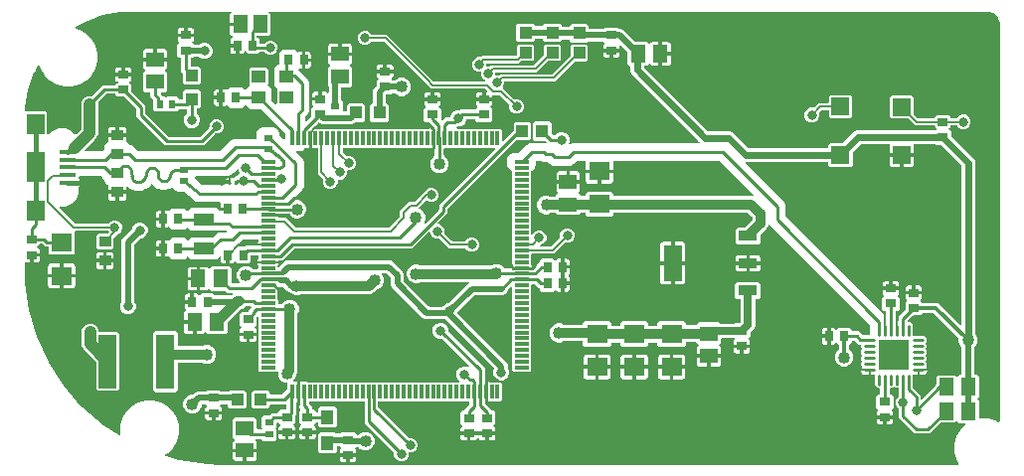
<source format=gbr>
G04 EAGLE Gerber RS-274X export*
G75*
%MOMM*%
%FSLAX34Y34*%
%LPD*%
%INTop Copper*%
%IPPOS*%
%AMOC8*
5,1,8,0,0,1.08239X$1,22.5*%
G01*
%ADD10R,1.500000X1.300000*%
%ADD11R,0.900000X0.700000*%
%ADD12R,0.700000X0.900000*%
%ADD13R,0.250000X0.350000*%
%ADD14R,1.300000X1.500000*%
%ADD15R,1.800000X1.600000*%
%ADD16R,1.571800X1.511800*%
%ADD17R,1.500000X4.600000*%
%ADD18R,1.450000X0.400000*%
%ADD19R,1.500000X1.800000*%
%ADD20R,1.500000X2.500000*%
%ADD21R,1.000000X1.000000*%
%ADD22R,1.000000X1.200000*%
%ADD23R,0.700000X0.600000*%
%ADD24R,0.600000X0.700000*%
%ADD25R,1.100000X1.000000*%
%ADD26R,1.000000X1.100000*%
%ADD27R,1.000000X0.950000*%
%ADD28R,0.300000X1.200000*%
%ADD29R,1.200000X0.300000*%
%ADD30R,1.600200X0.838200*%
%ADD31R,1.600200X3.098800*%
%ADD32C,0.254000*%
%ADD33R,2.616200X2.616200*%
%ADD34R,1.800000X1.000000*%
%ADD35R,1.200000X1.100000*%
%ADD36R,1.803000X1.600000*%
%ADD37C,1.016000*%
%ADD38C,0.381000*%
%ADD39C,0.279400*%
%ADD40C,0.203200*%
%ADD41C,0.812800*%
%ADD42C,0.812800*%
%ADD43C,0.304800*%
%ADD44C,0.508000*%
%ADD45C,0.609600*%
%ADD46C,0.635000*%
%ADD47C,1.016000*%
%ADD48C,0.406400*%
%ADD49C,0.457200*%

G36*
X805214Y10176D02*
X805214Y10176D01*
X805309Y10185D01*
X805335Y10196D01*
X805362Y10200D01*
X805447Y10245D01*
X805534Y10283D01*
X805555Y10302D01*
X805580Y10316D01*
X805646Y10385D01*
X805716Y10449D01*
X805730Y10473D01*
X805749Y10494D01*
X805789Y10580D01*
X805836Y10664D01*
X805841Y10691D01*
X805853Y10717D01*
X805863Y10812D01*
X805881Y10905D01*
X805877Y10933D01*
X805880Y10961D01*
X805860Y11055D01*
X805846Y11149D01*
X805832Y11181D01*
X805828Y11202D01*
X805811Y11230D01*
X805779Y11303D01*
X803833Y14673D01*
X802119Y21072D01*
X802119Y27696D01*
X803833Y34095D01*
X807145Y39832D01*
X811447Y44133D01*
X811488Y44192D01*
X811538Y44244D01*
X811560Y44291D01*
X811590Y44333D01*
X811611Y44402D01*
X811641Y44467D01*
X811647Y44518D01*
X811662Y44568D01*
X811661Y44640D01*
X811668Y44711D01*
X811657Y44762D01*
X811656Y44814D01*
X811631Y44881D01*
X811616Y44951D01*
X811590Y44996D01*
X811572Y45045D01*
X811527Y45101D01*
X811490Y45163D01*
X811450Y45196D01*
X811418Y45237D01*
X811358Y45276D01*
X811303Y45322D01*
X811255Y45342D01*
X811211Y45370D01*
X811142Y45388D01*
X811075Y45414D01*
X811004Y45422D01*
X810972Y45430D01*
X810949Y45428D01*
X810908Y45433D01*
X806514Y45433D01*
X804671Y47276D01*
X804655Y47287D01*
X804643Y47303D01*
X804555Y47359D01*
X804472Y47419D01*
X804453Y47425D01*
X804436Y47436D01*
X804335Y47461D01*
X804237Y47492D01*
X804217Y47491D01*
X804197Y47496D01*
X804094Y47488D01*
X803991Y47485D01*
X803972Y47478D01*
X803952Y47477D01*
X803857Y47437D01*
X803760Y47401D01*
X803744Y47388D01*
X803726Y47381D01*
X803595Y47276D01*
X802514Y46195D01*
X790637Y46195D01*
X790547Y46180D01*
X790456Y46173D01*
X790426Y46160D01*
X790395Y46155D01*
X790314Y46112D01*
X790230Y46076D01*
X790198Y46051D01*
X790177Y46040D01*
X790155Y46017D01*
X790099Y45971D01*
X783127Y38988D01*
X783122Y38982D01*
X781938Y37798D01*
X781938Y37797D01*
X780971Y36829D01*
X779606Y36829D01*
X779605Y36829D01*
X777933Y36828D01*
X777920Y36829D01*
X768252Y36829D01*
X755141Y49940D01*
X755141Y57611D01*
X755127Y57701D01*
X755119Y57792D01*
X755107Y57822D01*
X755102Y57854D01*
X755059Y57935D01*
X755023Y58019D01*
X754997Y58051D01*
X754986Y58071D01*
X754963Y58094D01*
X754918Y58150D01*
X753275Y59792D01*
X752347Y62033D01*
X752347Y64459D01*
X753275Y66700D01*
X754919Y68343D01*
X754972Y68417D01*
X755032Y68487D01*
X755044Y68517D01*
X755063Y68543D01*
X755090Y68630D01*
X755124Y68715D01*
X755128Y68756D01*
X755135Y68778D01*
X755134Y68810D01*
X755142Y68882D01*
X755142Y74688D01*
X755139Y74708D01*
X755141Y74727D01*
X755119Y74829D01*
X755103Y74931D01*
X755093Y74948D01*
X755089Y74968D01*
X755036Y75057D01*
X754987Y75148D01*
X754973Y75162D01*
X754963Y75179D01*
X754884Y75246D01*
X754809Y75318D01*
X754791Y75326D01*
X754776Y75339D01*
X754680Y75378D01*
X754586Y75421D01*
X754566Y75423D01*
X754548Y75431D01*
X754381Y75449D01*
X752031Y75449D01*
X751262Y76218D01*
X751246Y76230D01*
X751234Y76245D01*
X751146Y76301D01*
X751063Y76361D01*
X751044Y76367D01*
X751027Y76378D01*
X750926Y76403D01*
X750827Y76434D01*
X750808Y76433D01*
X750788Y76438D01*
X750685Y76430D01*
X750582Y76427D01*
X750563Y76421D01*
X750543Y76419D01*
X750448Y76379D01*
X750351Y76343D01*
X750335Y76331D01*
X750317Y76323D01*
X750186Y76218D01*
X749417Y75449D01*
X747776Y75449D01*
X747756Y75446D01*
X747737Y75448D01*
X747635Y75426D01*
X747533Y75410D01*
X747516Y75400D01*
X747496Y75396D01*
X747407Y75343D01*
X747316Y75294D01*
X747302Y75280D01*
X747285Y75270D01*
X747218Y75191D01*
X747146Y75116D01*
X747138Y75098D01*
X747125Y75083D01*
X747086Y74987D01*
X747043Y74893D01*
X747041Y74873D01*
X747033Y74855D01*
X747015Y74688D01*
X747015Y70706D01*
X747018Y70686D01*
X747016Y70667D01*
X747038Y70565D01*
X747054Y70463D01*
X747064Y70446D01*
X747068Y70426D01*
X747121Y70337D01*
X747170Y70246D01*
X747184Y70232D01*
X747194Y70215D01*
X747273Y70148D01*
X747348Y70076D01*
X747366Y70068D01*
X747381Y70055D01*
X747477Y70016D01*
X747571Y69973D01*
X747591Y69971D01*
X747609Y69963D01*
X747776Y69945D01*
X748608Y69945D01*
X750245Y68308D01*
X750245Y58992D01*
X748713Y57461D01*
X748644Y57364D01*
X748573Y57268D01*
X748572Y57265D01*
X748570Y57261D01*
X748535Y57148D01*
X748499Y57034D01*
X748499Y57030D01*
X748497Y57026D01*
X748500Y56906D01*
X748502Y56788D01*
X748504Y56784D01*
X748504Y56780D01*
X748545Y56668D01*
X748584Y56556D01*
X748587Y56553D01*
X748588Y56549D01*
X748663Y56456D01*
X748736Y56363D01*
X748740Y56360D01*
X748742Y56357D01*
X748753Y56350D01*
X748871Y56263D01*
X749010Y56183D01*
X749483Y55710D01*
X749818Y55131D01*
X749991Y54484D01*
X749991Y52173D01*
X743712Y52173D01*
X743692Y52170D01*
X743673Y52172D01*
X743571Y52150D01*
X743469Y52133D01*
X743452Y52124D01*
X743432Y52120D01*
X743343Y52067D01*
X743252Y52018D01*
X743238Y52004D01*
X743221Y51994D01*
X743154Y51915D01*
X743083Y51840D01*
X743074Y51822D01*
X743061Y51807D01*
X743022Y51711D01*
X742979Y51617D01*
X742977Y51597D01*
X742969Y51579D01*
X742951Y51412D01*
X742951Y50649D01*
X742949Y50649D01*
X742949Y51412D01*
X742946Y51432D01*
X742948Y51451D01*
X742926Y51553D01*
X742909Y51655D01*
X742900Y51672D01*
X742896Y51692D01*
X742843Y51781D01*
X742794Y51872D01*
X742780Y51886D01*
X742770Y51903D01*
X742691Y51970D01*
X742616Y52041D01*
X742598Y52050D01*
X742583Y52063D01*
X742487Y52102D01*
X742393Y52145D01*
X742373Y52147D01*
X742355Y52155D01*
X742188Y52173D01*
X735909Y52173D01*
X735909Y54484D01*
X736082Y55131D01*
X736417Y55710D01*
X736890Y56183D01*
X737029Y56263D01*
X737121Y56339D01*
X737214Y56413D01*
X737216Y56416D01*
X737219Y56419D01*
X737283Y56520D01*
X737347Y56620D01*
X737348Y56624D01*
X737350Y56627D01*
X737378Y56744D01*
X737407Y56858D01*
X737407Y56863D01*
X737408Y56867D01*
X737397Y56986D01*
X737388Y57104D01*
X737386Y57107D01*
X737386Y57112D01*
X737338Y57221D01*
X737292Y57330D01*
X737288Y57334D01*
X737287Y57337D01*
X737278Y57347D01*
X737187Y57461D01*
X735655Y58992D01*
X735655Y68308D01*
X737292Y69945D01*
X738124Y69945D01*
X738144Y69948D01*
X738163Y69946D01*
X738265Y69968D01*
X738367Y69984D01*
X738384Y69994D01*
X738404Y69998D01*
X738493Y70051D01*
X738584Y70100D01*
X738598Y70114D01*
X738615Y70124D01*
X738682Y70203D01*
X738754Y70278D01*
X738762Y70296D01*
X738775Y70311D01*
X738814Y70407D01*
X738857Y70501D01*
X738859Y70521D01*
X738867Y70539D01*
X738885Y70706D01*
X738885Y74688D01*
X738882Y74708D01*
X738884Y74727D01*
X738862Y74829D01*
X738846Y74931D01*
X738836Y74948D01*
X738832Y74968D01*
X738779Y75057D01*
X738730Y75148D01*
X738716Y75162D01*
X738706Y75179D01*
X738627Y75246D01*
X738552Y75318D01*
X738534Y75326D01*
X738519Y75339D01*
X738423Y75378D01*
X738329Y75421D01*
X738309Y75423D01*
X738291Y75431D01*
X738124Y75449D01*
X736589Y75449D01*
X734654Y77384D01*
X734654Y86239D01*
X734651Y86259D01*
X734653Y86278D01*
X734631Y86380D01*
X734615Y86482D01*
X734605Y86499D01*
X734601Y86519D01*
X734548Y86608D01*
X734499Y86699D01*
X734485Y86713D01*
X734475Y86730D01*
X734396Y86797D01*
X734321Y86869D01*
X734303Y86877D01*
X734288Y86890D01*
X734192Y86929D01*
X734098Y86972D01*
X734078Y86974D01*
X734060Y86982D01*
X733893Y87000D01*
X730723Y87000D01*
X730723Y90811D01*
X730720Y90830D01*
X730722Y90850D01*
X730700Y90951D01*
X730684Y91053D01*
X730674Y91071D01*
X730670Y91090D01*
X730617Y91180D01*
X730569Y91271D01*
X730568Y91271D01*
X730554Y91285D01*
X730544Y91302D01*
X730543Y91302D01*
X730465Y91369D01*
X730390Y91441D01*
X730372Y91449D01*
X730357Y91462D01*
X730260Y91501D01*
X730167Y91544D01*
X730147Y91546D01*
X730128Y91554D01*
X729962Y91572D01*
X722411Y91572D01*
X722601Y92282D01*
X723103Y93151D01*
X723119Y93167D01*
X723131Y93184D01*
X723146Y93196D01*
X723202Y93283D01*
X723263Y93367D01*
X723269Y93386D01*
X723279Y93403D01*
X723305Y93503D01*
X723335Y93602D01*
X723335Y93622D01*
X723339Y93642D01*
X723331Y93745D01*
X723329Y93848D01*
X723322Y93867D01*
X723320Y93887D01*
X723280Y93982D01*
X723244Y94079D01*
X723232Y94095D01*
X723224Y94113D01*
X723119Y94244D01*
X722849Y94514D01*
X722849Y97250D01*
X723453Y97854D01*
X723465Y97870D01*
X723481Y97883D01*
X723537Y97970D01*
X723597Y98054D01*
X723603Y98073D01*
X723614Y98090D01*
X723639Y98190D01*
X723669Y98289D01*
X723669Y98309D01*
X723674Y98328D01*
X723666Y98431D01*
X723663Y98535D01*
X723656Y98554D01*
X723655Y98574D01*
X723614Y98668D01*
X723579Y98766D01*
X723566Y98782D01*
X723558Y98800D01*
X723453Y98931D01*
X722849Y99535D01*
X722849Y102271D01*
X723618Y103040D01*
X723630Y103056D01*
X723645Y103068D01*
X723701Y103156D01*
X723761Y103239D01*
X723767Y103258D01*
X723778Y103275D01*
X723803Y103376D01*
X723834Y103475D01*
X723833Y103494D01*
X723838Y103514D01*
X723830Y103617D01*
X723827Y103720D01*
X723821Y103739D01*
X723819Y103759D01*
X723779Y103854D01*
X723743Y103951D01*
X723731Y103967D01*
X723723Y103985D01*
X723618Y104116D01*
X722849Y104885D01*
X722849Y107621D01*
X723466Y108238D01*
X723478Y108254D01*
X723493Y108266D01*
X723549Y108354D01*
X723609Y108437D01*
X723615Y108456D01*
X723626Y108473D01*
X723651Y108574D01*
X723682Y108673D01*
X723681Y108692D01*
X723686Y108712D01*
X723678Y108815D01*
X723675Y108918D01*
X723669Y108937D01*
X723667Y108957D01*
X723627Y109052D01*
X723591Y109149D01*
X723579Y109165D01*
X723571Y109183D01*
X723466Y109314D01*
X722849Y109931D01*
X722849Y111519D01*
X722846Y111539D01*
X722848Y111558D01*
X722826Y111660D01*
X722810Y111762D01*
X722800Y111779D01*
X722796Y111799D01*
X722743Y111888D01*
X722694Y111979D01*
X722680Y111993D01*
X722670Y112010D01*
X722591Y112077D01*
X722516Y112149D01*
X722498Y112157D01*
X722483Y112170D01*
X722387Y112209D01*
X722293Y112252D01*
X722273Y112254D01*
X722255Y112262D01*
X722088Y112280D01*
X720425Y112280D01*
X717359Y115346D01*
X717285Y115399D01*
X717216Y115459D01*
X717186Y115471D01*
X717160Y115490D01*
X717073Y115517D01*
X716988Y115551D01*
X716947Y115555D01*
X716924Y115562D01*
X716892Y115561D01*
X716821Y115569D01*
X715358Y115569D01*
X715338Y115566D01*
X715319Y115568D01*
X715217Y115546D01*
X715115Y115530D01*
X715098Y115520D01*
X715078Y115516D01*
X714989Y115463D01*
X714898Y115414D01*
X714884Y115400D01*
X714867Y115390D01*
X714800Y115311D01*
X714728Y115236D01*
X714720Y115218D01*
X714707Y115203D01*
X714668Y115107D01*
X714625Y115013D01*
X714623Y114993D01*
X714615Y114975D01*
X714597Y114808D01*
X714597Y113976D01*
X712842Y112222D01*
X712772Y112184D01*
X712758Y112170D01*
X712741Y112160D01*
X712674Y112081D01*
X712602Y112006D01*
X712594Y111988D01*
X712581Y111973D01*
X712542Y111877D01*
X712499Y111783D01*
X712497Y111763D01*
X712489Y111745D01*
X712471Y111578D01*
X712471Y108733D01*
X712485Y108643D01*
X712493Y108552D01*
X712505Y108522D01*
X712510Y108490D01*
X712553Y108410D01*
X712589Y108326D01*
X712615Y108294D01*
X712626Y108273D01*
X712649Y108251D01*
X712694Y108195D01*
X714828Y106061D01*
X716027Y103166D01*
X716027Y100034D01*
X714828Y97139D01*
X712613Y94924D01*
X709718Y93725D01*
X706586Y93725D01*
X703691Y94924D01*
X701476Y97139D01*
X700277Y100034D01*
X700277Y103166D01*
X701476Y106061D01*
X703610Y108195D01*
X703663Y108269D01*
X703723Y108338D01*
X703735Y108368D01*
X703754Y108395D01*
X703781Y108482D01*
X703815Y108566D01*
X703819Y108607D01*
X703826Y108630D01*
X703825Y108662D01*
X703833Y108733D01*
X703833Y111835D01*
X703819Y111925D01*
X703811Y112016D01*
X703799Y112046D01*
X703794Y112078D01*
X703751Y112158D01*
X703715Y112242D01*
X703689Y112274D01*
X703678Y112295D01*
X703655Y112317D01*
X703610Y112373D01*
X702113Y113871D01*
X702018Y113939D01*
X701921Y114011D01*
X701917Y114012D01*
X701913Y114014D01*
X701800Y114049D01*
X701686Y114085D01*
X701682Y114085D01*
X701678Y114087D01*
X701560Y114084D01*
X701440Y114082D01*
X701436Y114080D01*
X701432Y114080D01*
X701319Y114039D01*
X701208Y114000D01*
X701205Y113997D01*
X701201Y113996D01*
X701107Y113921D01*
X701015Y113848D01*
X701012Y113844D01*
X701009Y113842D01*
X701002Y113830D01*
X700915Y113713D01*
X700835Y113574D01*
X700362Y113101D01*
X699783Y112766D01*
X699136Y112593D01*
X696825Y112593D01*
X696825Y118872D01*
X696822Y118892D01*
X696824Y118911D01*
X696802Y119013D01*
X696785Y119115D01*
X696776Y119132D01*
X696772Y119152D01*
X696719Y119241D01*
X696670Y119332D01*
X696656Y119346D01*
X696646Y119363D01*
X696567Y119430D01*
X696492Y119501D01*
X696474Y119510D01*
X696459Y119523D01*
X696363Y119562D01*
X696269Y119605D01*
X696249Y119607D01*
X696231Y119615D01*
X696064Y119633D01*
X695301Y119633D01*
X695301Y119635D01*
X696064Y119635D01*
X696084Y119638D01*
X696103Y119636D01*
X696205Y119658D01*
X696307Y119675D01*
X696324Y119684D01*
X696344Y119688D01*
X696433Y119741D01*
X696524Y119790D01*
X696538Y119804D01*
X696555Y119814D01*
X696622Y119893D01*
X696693Y119968D01*
X696702Y119986D01*
X696715Y120001D01*
X696754Y120097D01*
X696797Y120191D01*
X696799Y120211D01*
X696807Y120229D01*
X696825Y120396D01*
X696825Y126675D01*
X699137Y126675D01*
X699783Y126502D01*
X700362Y126167D01*
X700835Y125694D01*
X700915Y125555D01*
X700991Y125462D01*
X701065Y125370D01*
X701068Y125368D01*
X701071Y125365D01*
X701172Y125302D01*
X701272Y125237D01*
X701276Y125236D01*
X701279Y125234D01*
X701395Y125206D01*
X701510Y125177D01*
X701515Y125177D01*
X701519Y125176D01*
X701637Y125187D01*
X701756Y125196D01*
X701759Y125198D01*
X701764Y125198D01*
X701873Y125246D01*
X701982Y125292D01*
X701986Y125296D01*
X701989Y125297D01*
X701999Y125306D01*
X702113Y125397D01*
X703644Y126929D01*
X712960Y126929D01*
X714597Y125292D01*
X714597Y124460D01*
X714600Y124440D01*
X714598Y124421D01*
X714620Y124319D01*
X714636Y124217D01*
X714646Y124200D01*
X714650Y124180D01*
X714703Y124091D01*
X714752Y124000D01*
X714766Y123986D01*
X714776Y123969D01*
X714855Y123902D01*
X714930Y123830D01*
X714948Y123822D01*
X714963Y123809D01*
X715059Y123770D01*
X715153Y123727D01*
X715173Y123725D01*
X715191Y123717D01*
X715358Y123699D01*
X720504Y123699D01*
X723570Y120633D01*
X723644Y120580D01*
X723713Y120520D01*
X723743Y120508D01*
X723769Y120489D01*
X723856Y120462D01*
X723941Y120428D01*
X723982Y120424D01*
X724005Y120417D01*
X724037Y120418D01*
X724108Y120410D01*
X729829Y120410D01*
X729849Y120413D01*
X729868Y120411D01*
X729970Y120433D01*
X730072Y120449D01*
X730089Y120459D01*
X730109Y120463D01*
X730198Y120516D01*
X730289Y120565D01*
X730303Y120579D01*
X730320Y120589D01*
X730387Y120668D01*
X730459Y120743D01*
X730467Y120761D01*
X730480Y120776D01*
X730519Y120872D01*
X730562Y120966D01*
X730564Y120986D01*
X730572Y121004D01*
X730590Y121171D01*
X730590Y128626D01*
X730576Y128716D01*
X730568Y128807D01*
X730556Y128837D01*
X730551Y128869D01*
X730508Y128950D01*
X730472Y129034D01*
X730446Y129066D01*
X730435Y129086D01*
X730412Y129109D01*
X730367Y129165D01*
X644936Y214596D01*
X644878Y214637D01*
X644826Y214687D01*
X644779Y214709D01*
X644737Y214739D01*
X644668Y214760D01*
X644603Y214790D01*
X644551Y214796D01*
X644501Y214812D01*
X644430Y214810D01*
X644359Y214818D01*
X644308Y214806D01*
X644256Y214805D01*
X644188Y214781D01*
X644118Y214765D01*
X644074Y214739D01*
X644025Y214721D01*
X643969Y214676D01*
X643907Y214639D01*
X643873Y214600D01*
X643833Y214567D01*
X643794Y214507D01*
X643747Y214452D01*
X643728Y214404D01*
X643700Y214360D01*
X643682Y214291D01*
X643655Y214224D01*
X643647Y214153D01*
X643639Y214122D01*
X643641Y214098D01*
X643637Y214057D01*
X643637Y214028D01*
X642593Y211507D01*
X640556Y209470D01*
X637383Y206297D01*
X637330Y206223D01*
X637270Y206154D01*
X637258Y206123D01*
X637239Y206097D01*
X637212Y206010D01*
X637178Y205925D01*
X637174Y205884D01*
X637167Y205862D01*
X637168Y205830D01*
X637160Y205759D01*
X637160Y199629D01*
X635523Y197992D01*
X617205Y197992D01*
X615568Y199629D01*
X615568Y210327D01*
X617205Y211964D01*
X623335Y211964D01*
X623425Y211978D01*
X623516Y211986D01*
X623545Y211998D01*
X623577Y212003D01*
X623658Y212046D01*
X623742Y212082D01*
X623774Y212108D01*
X623795Y212119D01*
X623817Y212142D01*
X623873Y212187D01*
X629696Y218010D01*
X629749Y218084D01*
X629809Y218153D01*
X629821Y218184D01*
X629840Y218210D01*
X629867Y218297D01*
X629901Y218382D01*
X629905Y218423D01*
X629912Y218445D01*
X629911Y218477D01*
X629919Y218548D01*
X629919Y221126D01*
X629905Y221216D01*
X629897Y221307D01*
X629885Y221336D01*
X629880Y221368D01*
X629837Y221449D01*
X629801Y221533D01*
X629775Y221565D01*
X629764Y221586D01*
X629741Y221608D01*
X629696Y221664D01*
X626388Y224972D01*
X626314Y225025D01*
X626245Y225085D01*
X626214Y225097D01*
X626188Y225116D01*
X626101Y225143D01*
X626016Y225177D01*
X625975Y225181D01*
X625953Y225188D01*
X625921Y225187D01*
X625850Y225195D01*
X512428Y225195D01*
X512408Y225192D01*
X512389Y225194D01*
X512287Y225172D01*
X512185Y225156D01*
X512168Y225146D01*
X512148Y225142D01*
X512059Y225089D01*
X511968Y225040D01*
X511954Y225026D01*
X511937Y225016D01*
X511870Y224937D01*
X511798Y224862D01*
X511790Y224844D01*
X511777Y224829D01*
X511738Y224733D01*
X511695Y224639D01*
X511693Y224619D01*
X511685Y224601D01*
X511667Y224434D01*
X511667Y222968D01*
X510030Y221331D01*
X489714Y221331D01*
X488077Y222968D01*
X488077Y224434D01*
X488074Y224454D01*
X488076Y224473D01*
X488054Y224575D01*
X488038Y224677D01*
X488028Y224694D01*
X488024Y224714D01*
X487971Y224803D01*
X487922Y224894D01*
X487908Y224908D01*
X487898Y224925D01*
X487819Y224992D01*
X487744Y225064D01*
X487726Y225072D01*
X487711Y225085D01*
X487615Y225124D01*
X487521Y225167D01*
X487501Y225169D01*
X487483Y225177D01*
X487316Y225195D01*
X484258Y225195D01*
X484238Y225192D01*
X484219Y225194D01*
X484117Y225172D01*
X484015Y225156D01*
X483998Y225146D01*
X483978Y225142D01*
X483889Y225089D01*
X483798Y225040D01*
X483784Y225026D01*
X483767Y225016D01*
X483700Y224937D01*
X483628Y224862D01*
X483620Y224844D01*
X483607Y224829D01*
X483568Y224733D01*
X483525Y224639D01*
X483523Y224619D01*
X483515Y224601D01*
X483497Y224434D01*
X483497Y224396D01*
X481860Y222759D01*
X464544Y222759D01*
X462991Y224312D01*
X462917Y224365D01*
X462848Y224425D01*
X462818Y224437D01*
X462792Y224456D01*
X462705Y224483D01*
X462620Y224517D01*
X462579Y224521D01*
X462557Y224528D01*
X462524Y224527D01*
X462453Y224535D01*
X458831Y224535D01*
X458766Y224525D01*
X458700Y224524D01*
X458620Y224501D01*
X458588Y224496D01*
X458571Y224486D01*
X458539Y224477D01*
X456226Y223519D01*
X453094Y223519D01*
X450199Y224718D01*
X447984Y226933D01*
X446785Y229828D01*
X446785Y232960D01*
X447984Y235855D01*
X450199Y238070D01*
X453094Y239269D01*
X456226Y239269D01*
X458539Y238311D01*
X458603Y238296D01*
X458664Y238271D01*
X458747Y238262D01*
X458779Y238255D01*
X458798Y238256D01*
X458831Y238253D01*
X462146Y238253D01*
X462166Y238256D01*
X462185Y238254D01*
X462287Y238276D01*
X462389Y238292D01*
X462406Y238302D01*
X462426Y238306D01*
X462515Y238359D01*
X462606Y238408D01*
X462620Y238422D01*
X462637Y238432D01*
X462704Y238511D01*
X462776Y238586D01*
X462784Y238604D01*
X462797Y238619D01*
X462836Y238715D01*
X462879Y238809D01*
X462881Y238829D01*
X462889Y238847D01*
X462907Y239014D01*
X462907Y239712D01*
X464439Y241243D01*
X464508Y241339D01*
X464579Y241435D01*
X464580Y241439D01*
X464582Y241443D01*
X464617Y241556D01*
X464653Y241670D01*
X464653Y241674D01*
X464655Y241678D01*
X464652Y241796D01*
X464650Y241916D01*
X464648Y241920D01*
X464648Y241924D01*
X464607Y242037D01*
X464568Y242148D01*
X464565Y242151D01*
X464564Y242155D01*
X464489Y242249D01*
X464416Y242341D01*
X464412Y242344D01*
X464410Y242347D01*
X464398Y242354D01*
X464281Y242441D01*
X464142Y242521D01*
X463669Y242994D01*
X463334Y243573D01*
X463161Y244220D01*
X463161Y249531D01*
X472440Y249531D01*
X472460Y249534D01*
X472479Y249532D01*
X472581Y249554D01*
X472683Y249571D01*
X472700Y249580D01*
X472720Y249584D01*
X472809Y249637D01*
X472900Y249686D01*
X472914Y249700D01*
X472931Y249710D01*
X472998Y249789D01*
X473069Y249864D01*
X473078Y249882D01*
X473091Y249897D01*
X473130Y249993D01*
X473173Y250087D01*
X473175Y250107D01*
X473183Y250125D01*
X473201Y250292D01*
X473201Y251055D01*
X473203Y251055D01*
X473203Y250292D01*
X473206Y250272D01*
X473204Y250253D01*
X473226Y250151D01*
X473243Y250049D01*
X473252Y250032D01*
X473256Y250012D01*
X473309Y249923D01*
X473358Y249832D01*
X473372Y249818D01*
X473382Y249801D01*
X473461Y249734D01*
X473536Y249663D01*
X473554Y249654D01*
X473569Y249641D01*
X473665Y249602D01*
X473759Y249559D01*
X473779Y249557D01*
X473797Y249549D01*
X473964Y249531D01*
X483243Y249531D01*
X483243Y244220D01*
X483070Y243573D01*
X482735Y242994D01*
X482262Y242521D01*
X482123Y242441D01*
X482031Y242365D01*
X481938Y242291D01*
X481936Y242288D01*
X481933Y242285D01*
X481870Y242184D01*
X481805Y242084D01*
X481804Y242080D01*
X481802Y242077D01*
X481774Y241961D01*
X481745Y241846D01*
X481745Y241841D01*
X481744Y241837D01*
X481755Y241719D01*
X481764Y241600D01*
X481766Y241597D01*
X481766Y241592D01*
X481814Y241483D01*
X481860Y241374D01*
X481864Y241370D01*
X481865Y241367D01*
X481874Y241357D01*
X481965Y241243D01*
X483497Y239712D01*
X483497Y239674D01*
X483500Y239654D01*
X483498Y239635D01*
X483520Y239533D01*
X483536Y239431D01*
X483546Y239414D01*
X483550Y239394D01*
X483603Y239305D01*
X483652Y239214D01*
X483666Y239200D01*
X483676Y239183D01*
X483755Y239116D01*
X483830Y239044D01*
X483848Y239036D01*
X483863Y239023D01*
X483959Y238984D01*
X484053Y238941D01*
X484073Y238939D01*
X484091Y238931D01*
X484258Y238913D01*
X487316Y238913D01*
X487336Y238916D01*
X487355Y238914D01*
X487457Y238936D01*
X487559Y238952D01*
X487576Y238962D01*
X487596Y238966D01*
X487685Y239019D01*
X487776Y239068D01*
X487790Y239082D01*
X487807Y239092D01*
X487874Y239171D01*
X487946Y239246D01*
X487954Y239264D01*
X487967Y239279D01*
X488006Y239375D01*
X488049Y239469D01*
X488051Y239489D01*
X488059Y239507D01*
X488077Y239674D01*
X488077Y241284D01*
X489714Y242921D01*
X510030Y242921D01*
X511667Y241284D01*
X511667Y239674D01*
X511670Y239654D01*
X511668Y239635D01*
X511690Y239533D01*
X511706Y239431D01*
X511716Y239414D01*
X511720Y239394D01*
X511773Y239305D01*
X511822Y239214D01*
X511836Y239200D01*
X511846Y239183D01*
X511925Y239116D01*
X512000Y239044D01*
X512018Y239036D01*
X512033Y239023D01*
X512129Y238984D01*
X512223Y238941D01*
X512243Y238939D01*
X512261Y238931D01*
X512428Y238913D01*
X630187Y238913D01*
X630257Y238924D01*
X630329Y238926D01*
X630378Y238944D01*
X630430Y238952D01*
X630493Y238986D01*
X630560Y239011D01*
X630601Y239043D01*
X630647Y239068D01*
X630696Y239119D01*
X630752Y239164D01*
X630780Y239208D01*
X630816Y239246D01*
X630846Y239311D01*
X630885Y239371D01*
X630898Y239422D01*
X630920Y239469D01*
X630928Y239540D01*
X630945Y239610D01*
X630941Y239662D01*
X630947Y239713D01*
X630932Y239784D01*
X630926Y239855D01*
X630906Y239903D01*
X630895Y239954D01*
X630858Y240015D01*
X630830Y240081D01*
X630785Y240137D01*
X630769Y240165D01*
X630751Y240180D01*
X630725Y240212D01*
X602175Y268762D01*
X602101Y268815D01*
X602032Y268875D01*
X602001Y268887D01*
X601975Y268906D01*
X601888Y268933D01*
X601803Y268967D01*
X601763Y268971D01*
X601740Y268978D01*
X601708Y268977D01*
X601637Y268985D01*
X512174Y268985D01*
X512154Y268982D01*
X512135Y268984D01*
X512033Y268962D01*
X511931Y268946D01*
X511914Y268936D01*
X511894Y268932D01*
X511805Y268879D01*
X511714Y268830D01*
X511700Y268816D01*
X511683Y268806D01*
X511616Y268727D01*
X511544Y268652D01*
X511536Y268634D01*
X511523Y268619D01*
X511484Y268523D01*
X511441Y268429D01*
X511439Y268409D01*
X511431Y268391D01*
X511413Y268224D01*
X511413Y261649D01*
X500634Y261649D01*
X500614Y261646D01*
X500595Y261648D01*
X500493Y261626D01*
X500391Y261609D01*
X500374Y261600D01*
X500354Y261596D01*
X500265Y261543D01*
X500174Y261494D01*
X500160Y261480D01*
X500143Y261470D01*
X500076Y261391D01*
X500005Y261316D01*
X499996Y261298D01*
X499983Y261283D01*
X499944Y261187D01*
X499901Y261093D01*
X499899Y261073D01*
X499891Y261055D01*
X499873Y260888D01*
X499873Y260125D01*
X499871Y260125D01*
X499871Y260888D01*
X499868Y260908D01*
X499870Y260927D01*
X499848Y261029D01*
X499831Y261131D01*
X499822Y261148D01*
X499818Y261168D01*
X499765Y261257D01*
X499716Y261348D01*
X499702Y261362D01*
X499692Y261379D01*
X499613Y261446D01*
X499538Y261517D01*
X499520Y261526D01*
X499505Y261539D01*
X499409Y261577D01*
X499315Y261621D01*
X499295Y261623D01*
X499277Y261631D01*
X499110Y261649D01*
X488331Y261649D01*
X488331Y268224D01*
X488328Y268244D01*
X488330Y268263D01*
X488308Y268365D01*
X488292Y268467D01*
X488282Y268484D01*
X488278Y268504D01*
X488225Y268593D01*
X488176Y268684D01*
X488162Y268698D01*
X488152Y268715D01*
X488073Y268782D01*
X487998Y268854D01*
X487980Y268862D01*
X487965Y268875D01*
X487869Y268914D01*
X487775Y268957D01*
X487755Y268959D01*
X487737Y268967D01*
X487570Y268985D01*
X480862Y268985D01*
X480772Y268971D01*
X480681Y268963D01*
X480651Y268951D01*
X480619Y268946D01*
X480539Y268903D01*
X480455Y268867D01*
X480423Y268841D01*
X480402Y268830D01*
X480380Y268807D01*
X480324Y268762D01*
X477731Y266170D01*
X475024Y265048D01*
X460204Y265048D01*
X457497Y266170D01*
X456174Y267492D01*
X456100Y267545D01*
X456031Y267605D01*
X456001Y267617D01*
X455974Y267636D01*
X455887Y267663D01*
X455803Y267697D01*
X455762Y267701D01*
X455739Y267708D01*
X455707Y267707D01*
X455636Y267715D01*
X452537Y267715D01*
X449782Y268856D01*
X449760Y268875D01*
X449730Y268887D01*
X449704Y268906D01*
X449617Y268933D01*
X449532Y268967D01*
X449491Y268971D01*
X449469Y268978D01*
X449437Y268977D01*
X449366Y268985D01*
X446486Y268985D01*
X446466Y268982D01*
X446447Y268984D01*
X446345Y268962D01*
X446243Y268946D01*
X446226Y268936D01*
X446206Y268932D01*
X446117Y268879D01*
X446026Y268830D01*
X446012Y268816D01*
X445995Y268806D01*
X445928Y268727D01*
X445856Y268652D01*
X445848Y268634D01*
X445835Y268619D01*
X445796Y268523D01*
X445753Y268429D01*
X445751Y268409D01*
X445743Y268391D01*
X445725Y268224D01*
X445725Y265127D01*
X444797Y262886D01*
X443082Y261171D01*
X442131Y260778D01*
X442031Y260716D01*
X441931Y260656D01*
X441927Y260651D01*
X441922Y260648D01*
X441847Y260557D01*
X441771Y260469D01*
X441769Y260463D01*
X441765Y260459D01*
X441723Y260350D01*
X441679Y260241D01*
X441678Y260233D01*
X441677Y260229D01*
X441676Y260211D01*
X441661Y260074D01*
X441661Y206547D01*
X441663Y206534D01*
X441662Y206524D01*
X441673Y206473D01*
X441676Y206451D01*
X441686Y206354D01*
X441696Y206330D01*
X441700Y206304D01*
X441746Y206218D01*
X441786Y206129D01*
X441803Y206110D01*
X441816Y206086D01*
X441886Y206019D01*
X441952Y205948D01*
X441975Y205935D01*
X441994Y205917D01*
X442082Y205876D01*
X442168Y205829D01*
X442193Y205824D01*
X442217Y205813D01*
X442314Y205803D01*
X442410Y205785D01*
X442436Y205789D01*
X442461Y205786D01*
X442557Y205807D01*
X442653Y205821D01*
X442676Y205833D01*
X442702Y205839D01*
X442785Y205889D01*
X442872Y205933D01*
X442891Y205951D01*
X442913Y205965D01*
X442976Y206039D01*
X443044Y206108D01*
X443060Y206137D01*
X443073Y206152D01*
X443085Y206182D01*
X443125Y206255D01*
X443395Y206908D01*
X445110Y208623D01*
X447351Y209551D01*
X449777Y209551D01*
X452018Y208623D01*
X453733Y206908D01*
X454661Y204667D01*
X454661Y202241D01*
X453733Y200000D01*
X452018Y198285D01*
X449767Y197353D01*
X449684Y197302D01*
X449598Y197256D01*
X449580Y197237D01*
X449558Y197224D01*
X449496Y197149D01*
X449429Y197078D01*
X449418Y197054D01*
X449401Y197034D01*
X449366Y196943D01*
X449325Y196855D01*
X449322Y196829D01*
X449313Y196805D01*
X449309Y196707D01*
X449298Y196611D01*
X449304Y196585D01*
X449303Y196559D01*
X449330Y196465D01*
X449350Y196370D01*
X449364Y196348D01*
X449371Y196323D01*
X449427Y196243D01*
X449477Y196159D01*
X449496Y196142D01*
X449511Y196121D01*
X449590Y196062D01*
X449664Y195999D01*
X449688Y195989D01*
X449709Y195974D01*
X449801Y195944D01*
X449892Y195907D01*
X449924Y195904D01*
X449943Y195898D01*
X449976Y195898D01*
X450058Y195889D01*
X458216Y195889D01*
X458306Y195903D01*
X458397Y195911D01*
X458427Y195923D01*
X458459Y195928D01*
X458539Y195971D01*
X458623Y196007D01*
X458655Y196033D01*
X458676Y196044D01*
X458691Y196060D01*
X458693Y196061D01*
X458702Y196070D01*
X458754Y196112D01*
X466151Y203509D01*
X466220Y203604D01*
X466289Y203698D01*
X466291Y203704D01*
X466295Y203709D01*
X466329Y203820D01*
X466365Y203931D01*
X466365Y203938D01*
X466367Y203944D01*
X466364Y204060D01*
X466363Y204177D01*
X466361Y204185D01*
X466361Y204190D01*
X466354Y204207D01*
X466343Y204245D01*
X466343Y206699D01*
X467271Y208940D01*
X468986Y210655D01*
X471227Y211583D01*
X473653Y211583D01*
X475894Y210655D01*
X477609Y208940D01*
X478537Y206699D01*
X478537Y204273D01*
X477609Y202032D01*
X475894Y200317D01*
X473653Y199389D01*
X471178Y199389D01*
X471065Y199418D01*
X471059Y199417D01*
X471053Y199418D01*
X470937Y199407D01*
X470820Y199398D01*
X470814Y199396D01*
X470808Y199395D01*
X470701Y199348D01*
X470594Y199302D01*
X470588Y199297D01*
X470583Y199295D01*
X470570Y199283D01*
X470463Y199197D01*
X463066Y191800D01*
X461057Y189791D01*
X442422Y189791D01*
X442402Y189788D01*
X442383Y189790D01*
X442281Y189768D01*
X442179Y189752D01*
X442162Y189742D01*
X442142Y189738D01*
X442053Y189685D01*
X441962Y189636D01*
X441948Y189622D01*
X441931Y189612D01*
X441864Y189533D01*
X441792Y189458D01*
X441784Y189440D01*
X441771Y189425D01*
X441732Y189329D01*
X441689Y189235D01*
X441687Y189215D01*
X441679Y189197D01*
X441661Y189030D01*
X441661Y181105D01*
X441679Y180991D01*
X441695Y180878D01*
X441699Y180868D01*
X441700Y180862D01*
X441711Y180842D01*
X441763Y180724D01*
X441996Y180321D01*
X442169Y179674D01*
X442169Y178601D01*
X441157Y178601D01*
X441086Y178590D01*
X441014Y178588D01*
X440965Y178570D01*
X440914Y178562D01*
X440851Y178528D01*
X440783Y178504D01*
X440743Y178471D01*
X440697Y178447D01*
X440647Y178395D01*
X440591Y178350D01*
X440563Y178306D01*
X440527Y178268D01*
X440497Y178203D01*
X440458Y178143D01*
X440446Y178092D01*
X440424Y178045D01*
X440416Y177974D01*
X440398Y177904D01*
X440402Y177852D01*
X440397Y177801D01*
X440412Y177731D01*
X440417Y177659D01*
X440438Y177611D01*
X440449Y177560D01*
X440486Y177499D01*
X440514Y177433D01*
X440558Y177377D01*
X440575Y177349D01*
X440593Y177334D01*
X440618Y177302D01*
X440619Y177302D01*
X440693Y177248D01*
X440762Y177189D01*
X440792Y177177D01*
X440819Y177158D01*
X440905Y177131D01*
X440990Y177097D01*
X441031Y177093D01*
X441054Y177086D01*
X441086Y177086D01*
X441157Y177079D01*
X442685Y177079D01*
X442725Y177060D01*
X442745Y177058D01*
X442763Y177050D01*
X442930Y177032D01*
X443076Y177032D01*
X443166Y177046D01*
X443257Y177054D01*
X443287Y177066D01*
X443319Y177071D01*
X443400Y177114D01*
X443484Y177150D01*
X443516Y177176D01*
X443537Y177187D01*
X443559Y177210D01*
X443615Y177255D01*
X449008Y182648D01*
X449061Y182722D01*
X449121Y182792D01*
X449133Y182822D01*
X449152Y182848D01*
X449179Y182935D01*
X449213Y183020D01*
X449217Y183061D01*
X449224Y183083D01*
X449223Y183115D01*
X449231Y183187D01*
X449231Y184220D01*
X450868Y185857D01*
X460184Y185857D01*
X461715Y184325D01*
X461812Y184255D01*
X461907Y184185D01*
X461911Y184184D01*
X461915Y184182D01*
X462028Y184147D01*
X462142Y184111D01*
X462146Y184111D01*
X462150Y184109D01*
X462268Y184112D01*
X462388Y184114D01*
X462392Y184116D01*
X462396Y184116D01*
X462509Y184157D01*
X462620Y184196D01*
X462623Y184199D01*
X462627Y184200D01*
X462721Y184275D01*
X462813Y184348D01*
X462816Y184352D01*
X462819Y184354D01*
X462826Y184366D01*
X462913Y184483D01*
X462993Y184622D01*
X463466Y185095D01*
X464045Y185430D01*
X464692Y185603D01*
X467003Y185603D01*
X467003Y179324D01*
X467006Y179304D01*
X467004Y179285D01*
X467026Y179183D01*
X467043Y179081D01*
X467052Y179064D01*
X467056Y179044D01*
X467109Y178955D01*
X467158Y178864D01*
X467172Y178850D01*
X467182Y178833D01*
X467261Y178766D01*
X467336Y178695D01*
X467354Y178686D01*
X467369Y178673D01*
X467465Y178634D01*
X467559Y178591D01*
X467579Y178589D01*
X467597Y178581D01*
X467764Y178563D01*
X468527Y178563D01*
X468527Y178561D01*
X467764Y178561D01*
X467744Y178558D01*
X467725Y178560D01*
X467623Y178538D01*
X467521Y178521D01*
X467504Y178512D01*
X467484Y178508D01*
X467395Y178455D01*
X467304Y178406D01*
X467290Y178392D01*
X467273Y178382D01*
X467206Y178303D01*
X467135Y178228D01*
X467126Y178210D01*
X467113Y178195D01*
X467074Y178099D01*
X467031Y178005D01*
X467029Y177985D01*
X467021Y177967D01*
X467003Y177800D01*
X467003Y165354D01*
X467006Y165334D01*
X467004Y165315D01*
X467026Y165213D01*
X467043Y165111D01*
X467052Y165094D01*
X467056Y165074D01*
X467109Y164985D01*
X467158Y164894D01*
X467172Y164880D01*
X467182Y164863D01*
X467261Y164796D01*
X467336Y164725D01*
X467354Y164716D01*
X467369Y164703D01*
X467465Y164664D01*
X467559Y164621D01*
X467579Y164619D01*
X467597Y164611D01*
X467764Y164593D01*
X468527Y164593D01*
X468527Y164591D01*
X467764Y164591D01*
X467744Y164588D01*
X467725Y164590D01*
X467623Y164568D01*
X467521Y164551D01*
X467504Y164542D01*
X467484Y164538D01*
X467395Y164485D01*
X467304Y164436D01*
X467290Y164422D01*
X467273Y164412D01*
X467206Y164333D01*
X467135Y164258D01*
X467126Y164240D01*
X467113Y164225D01*
X467074Y164129D01*
X467031Y164035D01*
X467029Y164015D01*
X467021Y163997D01*
X467003Y163830D01*
X467003Y157551D01*
X464692Y157551D01*
X464045Y157724D01*
X463466Y158059D01*
X462993Y158532D01*
X462913Y158671D01*
X462837Y158763D01*
X462763Y158856D01*
X462760Y158858D01*
X462757Y158861D01*
X462656Y158924D01*
X462556Y158989D01*
X462552Y158990D01*
X462549Y158992D01*
X462433Y159020D01*
X462318Y159049D01*
X462313Y159049D01*
X462309Y159050D01*
X462191Y159039D01*
X462072Y159030D01*
X462069Y159028D01*
X462064Y159028D01*
X461955Y158980D01*
X461846Y158934D01*
X461842Y158930D01*
X461839Y158929D01*
X461829Y158920D01*
X461715Y158829D01*
X460184Y157297D01*
X450868Y157297D01*
X449231Y158934D01*
X449231Y159639D01*
X449228Y159659D01*
X449230Y159678D01*
X449208Y159780D01*
X449192Y159882D01*
X449182Y159899D01*
X449178Y159919D01*
X449125Y160008D01*
X449076Y160099D01*
X449062Y160113D01*
X449052Y160130D01*
X448973Y160197D01*
X448898Y160269D01*
X448880Y160277D01*
X448865Y160290D01*
X448769Y160329D01*
X448675Y160372D01*
X448655Y160374D01*
X448637Y160382D01*
X448470Y160400D01*
X448098Y160400D01*
X445073Y163425D01*
X444999Y163478D01*
X444929Y163538D01*
X444899Y163550D01*
X444873Y163569D01*
X444786Y163596D01*
X444701Y163630D01*
X444660Y163634D01*
X444638Y163641D01*
X444606Y163640D01*
X444534Y163648D01*
X442422Y163648D01*
X442402Y163645D01*
X442383Y163647D01*
X442281Y163625D01*
X442179Y163609D01*
X442162Y163599D01*
X442142Y163595D01*
X442053Y163542D01*
X441962Y163493D01*
X441948Y163479D01*
X441931Y163469D01*
X441864Y163390D01*
X441792Y163315D01*
X441784Y163297D01*
X441771Y163282D01*
X441732Y163186D01*
X441689Y163092D01*
X441687Y163072D01*
X441679Y163054D01*
X441661Y162887D01*
X441661Y90498D01*
X440470Y89307D01*
X426786Y89307D01*
X425595Y90498D01*
X425595Y160781D01*
X425584Y160852D01*
X425582Y160924D01*
X425564Y160973D01*
X425556Y161024D01*
X425522Y161088D01*
X425497Y161155D01*
X425465Y161196D01*
X425440Y161242D01*
X425389Y161291D01*
X425344Y161347D01*
X425300Y161375D01*
X425262Y161411D01*
X425197Y161441D01*
X425137Y161480D01*
X425086Y161493D01*
X425039Y161515D01*
X424968Y161522D01*
X424898Y161540D01*
X424846Y161536D01*
X424795Y161542D01*
X424724Y161526D01*
X424653Y161521D01*
X424605Y161501D01*
X424554Y161489D01*
X424493Y161453D01*
X424427Y161425D01*
X424371Y161380D01*
X424343Y161363D01*
X424328Y161345D01*
X424296Y161320D01*
X422372Y159396D01*
X422319Y159322D01*
X422259Y159252D01*
X422247Y159222D01*
X422228Y159196D01*
X422201Y159109D01*
X422167Y159024D01*
X422163Y158983D01*
X422156Y158961D01*
X422157Y158929D01*
X422149Y158857D01*
X422149Y158705D01*
X421337Y156744D01*
X419836Y155243D01*
X417875Y154431D01*
X393685Y154431D01*
X393595Y154417D01*
X393504Y154409D01*
X393474Y154397D01*
X393442Y154392D01*
X393362Y154349D01*
X393278Y154313D01*
X393246Y154287D01*
X393225Y154276D01*
X393203Y154253D01*
X393147Y154208D01*
X379133Y140195D01*
X379080Y140121D01*
X379021Y140051D01*
X379008Y140021D01*
X378990Y139995D01*
X378963Y139908D01*
X378929Y139823D01*
X378924Y139782D01*
X378917Y139760D01*
X378918Y139728D01*
X378910Y139656D01*
X378910Y139236D01*
X378925Y139145D01*
X378932Y139055D01*
X378945Y139025D01*
X378950Y138993D01*
X378993Y138912D01*
X379028Y138828D01*
X379054Y138796D01*
X379065Y138775D01*
X379088Y138753D01*
X379133Y138697D01*
X420829Y97002D01*
X421641Y95041D01*
X421641Y93580D01*
X421655Y93490D01*
X421663Y93399D01*
X421675Y93370D01*
X421680Y93338D01*
X421723Y93257D01*
X421759Y93173D01*
X421785Y93141D01*
X421796Y93120D01*
X421819Y93098D01*
X421864Y93042D01*
X422121Y92785D01*
X423165Y90264D01*
X423165Y87536D01*
X422121Y85015D01*
X420191Y83085D01*
X417670Y82041D01*
X414942Y82041D01*
X412421Y83085D01*
X410491Y85015D01*
X409447Y87536D01*
X409447Y90264D01*
X410140Y91937D01*
X410167Y92051D01*
X410195Y92164D01*
X410195Y92170D01*
X410196Y92176D01*
X410185Y92293D01*
X410176Y92409D01*
X410174Y92415D01*
X410173Y92421D01*
X410125Y92529D01*
X410080Y92636D01*
X410075Y92641D01*
X410073Y92646D01*
X410060Y92660D01*
X409975Y92766D01*
X368853Y133888D01*
X368779Y133941D01*
X368710Y134001D01*
X368680Y134013D01*
X368654Y134032D01*
X368567Y134059D01*
X368482Y134093D01*
X368441Y134097D01*
X368418Y134104D01*
X368386Y134103D01*
X368315Y134111D01*
X351491Y134111D01*
X349530Y134923D01*
X347922Y136531D01*
X323137Y161316D01*
X322325Y163277D01*
X322325Y169179D01*
X322311Y169269D01*
X322303Y169360D01*
X322291Y169390D01*
X322286Y169422D01*
X322243Y169502D01*
X322207Y169586D01*
X322181Y169618D01*
X322170Y169639D01*
X322147Y169661D01*
X322102Y169717D01*
X318815Y173004D01*
X318741Y173057D01*
X318672Y173117D01*
X318642Y173129D01*
X318615Y173148D01*
X318529Y173175D01*
X318444Y173209D01*
X318403Y173213D01*
X318380Y173220D01*
X318348Y173219D01*
X318277Y173227D01*
X315489Y173227D01*
X315418Y173216D01*
X315347Y173214D01*
X315298Y173196D01*
X315246Y173188D01*
X315183Y173154D01*
X315116Y173129D01*
X315075Y173097D01*
X315029Y173072D01*
X314980Y173020D01*
X314924Y172976D01*
X314895Y172932D01*
X314860Y172894D01*
X314829Y172829D01*
X314791Y172769D01*
X314778Y172718D01*
X314756Y172671D01*
X314748Y172600D01*
X314731Y172530D01*
X314735Y172478D01*
X314729Y172427D01*
X314744Y172356D01*
X314750Y172285D01*
X314770Y172237D01*
X314781Y172186D01*
X314818Y172125D01*
X314846Y172059D01*
X314891Y172003D01*
X314907Y171975D01*
X314925Y171960D01*
X314951Y171928D01*
X315032Y171847D01*
X316231Y168952D01*
X316231Y165820D01*
X315032Y162925D01*
X312817Y160710D01*
X310504Y159752D01*
X310448Y159718D01*
X310388Y159692D01*
X310323Y159640D01*
X310295Y159622D01*
X310282Y159607D01*
X310257Y159587D01*
X307415Y156745D01*
X304894Y155701D01*
X246233Y155701D01*
X246168Y155691D01*
X246102Y155690D01*
X246022Y155667D01*
X245990Y155662D01*
X245973Y155652D01*
X245941Y155643D01*
X243628Y154685D01*
X240496Y154685D01*
X237601Y155884D01*
X236428Y157058D01*
X236374Y157096D01*
X236328Y157142D01*
X236255Y157182D01*
X236228Y157201D01*
X236209Y157207D01*
X236181Y157223D01*
X234214Y158037D01*
X230931Y161320D01*
X230857Y161373D01*
X230788Y161433D01*
X230758Y161445D01*
X230731Y161464D01*
X230645Y161491D01*
X230560Y161525D01*
X230519Y161529D01*
X230496Y161536D01*
X230464Y161535D01*
X230393Y161543D01*
X226897Y161543D01*
X226854Y161536D01*
X226810Y161538D01*
X226733Y161516D01*
X226654Y161504D01*
X226616Y161483D01*
X226573Y161471D01*
X226507Y161426D01*
X226437Y161388D01*
X226407Y161357D01*
X226370Y161332D01*
X226322Y161268D01*
X226267Y161210D01*
X226249Y161170D01*
X226223Y161135D01*
X226170Y160999D01*
X226164Y160987D01*
X226163Y160984D01*
X226162Y160979D01*
X225996Y160359D01*
X225763Y159956D01*
X225722Y159849D01*
X225679Y159742D01*
X225678Y159732D01*
X225676Y159726D01*
X225675Y159704D01*
X225661Y159575D01*
X225661Y151575D01*
X225675Y151485D01*
X225683Y151394D01*
X225695Y151364D01*
X225700Y151332D01*
X225743Y151252D01*
X225779Y151168D01*
X225805Y151135D01*
X225816Y151115D01*
X225839Y151093D01*
X225884Y151037D01*
X226423Y150498D01*
X226423Y147701D01*
X226426Y147681D01*
X226424Y147662D01*
X226446Y147560D01*
X226462Y147458D01*
X226472Y147441D01*
X226476Y147421D01*
X226529Y147332D01*
X226578Y147241D01*
X226592Y147227D01*
X226602Y147210D01*
X226681Y147143D01*
X226756Y147071D01*
X226774Y147063D01*
X226789Y147050D01*
X226885Y147011D01*
X226979Y146968D01*
X226999Y146966D01*
X227017Y146958D01*
X227184Y146940D01*
X228706Y146940D01*
X228796Y146954D01*
X228887Y146962D01*
X228917Y146974D01*
X228949Y146979D01*
X229029Y147022D01*
X229113Y147058D01*
X229145Y147084D01*
X229166Y147095D01*
X229188Y147118D01*
X229244Y147163D01*
X231505Y149424D01*
X234400Y150623D01*
X237532Y150623D01*
X240427Y149424D01*
X242642Y147209D01*
X243841Y144314D01*
X243841Y141182D01*
X242883Y138869D01*
X242868Y138805D01*
X242843Y138744D01*
X242834Y138661D01*
X242827Y138629D01*
X242828Y138610D01*
X242825Y138577D01*
X242825Y88660D01*
X241781Y86139D01*
X241733Y86091D01*
X241695Y86038D01*
X241649Y85991D01*
X241609Y85918D01*
X241589Y85892D01*
X241584Y85873D01*
X241568Y85844D01*
X240610Y83531D01*
X239513Y82434D01*
X239471Y82376D01*
X239422Y82324D01*
X239400Y82277D01*
X239369Y82235D01*
X239348Y82166D01*
X239318Y82101D01*
X239312Y82049D01*
X239297Y81999D01*
X239299Y81928D01*
X239291Y81857D01*
X239302Y81806D01*
X239303Y81754D01*
X239328Y81686D01*
X239343Y81616D01*
X239370Y81571D01*
X239388Y81523D01*
X239433Y81467D01*
X239469Y81405D01*
X239509Y81371D01*
X239541Y81331D01*
X239602Y81292D01*
X239656Y81245D01*
X239705Y81226D01*
X239748Y81198D01*
X239818Y81180D01*
X239884Y81153D01*
X239956Y81145D01*
X239987Y81137D01*
X240010Y81139D01*
X240051Y81135D01*
X240786Y81135D01*
X240817Y81104D01*
X240891Y81051D01*
X240960Y80991D01*
X240990Y80979D01*
X241016Y80960D01*
X241103Y80933D01*
X241188Y80899D01*
X241229Y80895D01*
X241251Y80888D01*
X241284Y80889D01*
X241355Y80881D01*
X242367Y80881D01*
X242367Y79869D01*
X242376Y79813D01*
X242375Y79756D01*
X242380Y79741D01*
X242380Y79726D01*
X242398Y79678D01*
X242406Y79626D01*
X242433Y79576D01*
X242450Y79522D01*
X242461Y79506D01*
X242465Y79495D01*
X242483Y79473D01*
X242507Y79436D01*
X242521Y79409D01*
X242531Y79400D01*
X242543Y79382D01*
X242584Y79346D01*
X242618Y79303D01*
X242662Y79275D01*
X242700Y79240D01*
X242716Y79232D01*
X242729Y79221D01*
X242779Y79200D01*
X242825Y79170D01*
X242876Y79158D01*
X242923Y79136D01*
X242940Y79134D01*
X242957Y79127D01*
X243011Y79124D01*
X243064Y79110D01*
X243117Y79115D01*
X243167Y79109D01*
X243168Y79109D01*
X243184Y79112D01*
X243202Y79111D01*
X243255Y79125D01*
X243309Y79130D01*
X243357Y79150D01*
X243408Y79161D01*
X243423Y79170D01*
X243440Y79174D01*
X243485Y79205D01*
X243535Y79226D01*
X243592Y79271D01*
X243619Y79287D01*
X243630Y79301D01*
X243645Y79310D01*
X243652Y79319D01*
X243666Y79331D01*
X243720Y79405D01*
X243779Y79474D01*
X243786Y79491D01*
X243796Y79504D01*
X243801Y79518D01*
X243810Y79531D01*
X243837Y79617D01*
X243871Y79702D01*
X243873Y79724D01*
X243878Y79736D01*
X243878Y79751D01*
X243882Y79766D01*
X243881Y79798D01*
X243889Y79869D01*
X243889Y80881D01*
X244901Y80881D01*
X244991Y80895D01*
X245082Y80903D01*
X245112Y80915D01*
X245144Y80920D01*
X245224Y80963D01*
X245308Y80999D01*
X245340Y81025D01*
X245361Y81036D01*
X245383Y81059D01*
X245439Y81104D01*
X245470Y81135D01*
X250786Y81135D01*
X251325Y80596D01*
X251399Y80543D01*
X251468Y80483D01*
X251498Y80471D01*
X251524Y80452D01*
X251611Y80425D01*
X251696Y80391D01*
X251737Y80387D01*
X251759Y80380D01*
X251792Y80381D01*
X251863Y80373D01*
X380130Y80373D01*
X380200Y80384D01*
X380272Y80386D01*
X380321Y80404D01*
X380372Y80412D01*
X380436Y80446D01*
X380503Y80471D01*
X380544Y80503D01*
X380590Y80528D01*
X380639Y80580D01*
X380695Y80624D01*
X380723Y80668D01*
X380759Y80706D01*
X380789Y80771D01*
X380828Y80831D01*
X380841Y80882D01*
X380863Y80929D01*
X380871Y81000D01*
X380888Y81070D01*
X380884Y81122D01*
X380890Y81173D01*
X380875Y81244D01*
X380869Y81315D01*
X380849Y81363D01*
X380838Y81414D01*
X380801Y81475D01*
X380773Y81541D01*
X380728Y81597D01*
X380712Y81625D01*
X380694Y81640D01*
X380668Y81672D01*
X379249Y83091D01*
X378205Y85612D01*
X378205Y88340D01*
X379249Y90861D01*
X381179Y92791D01*
X383700Y93835D01*
X386428Y93835D01*
X387602Y93348D01*
X387697Y93326D01*
X387790Y93297D01*
X387816Y93298D01*
X387842Y93292D01*
X387939Y93301D01*
X388036Y93304D01*
X388061Y93313D01*
X388087Y93315D01*
X388176Y93355D01*
X388267Y93388D01*
X388288Y93405D01*
X388311Y93415D01*
X388383Y93481D01*
X388459Y93542D01*
X388473Y93564D01*
X388493Y93582D01*
X388539Y93667D01*
X388592Y93749D01*
X388599Y93774D01*
X388611Y93797D01*
X388629Y93893D01*
X388652Y93987D01*
X388650Y94013D01*
X388655Y94039D01*
X388641Y94136D01*
X388633Y94233D01*
X388623Y94257D01*
X388619Y94283D01*
X388575Y94370D01*
X388537Y94459D01*
X388516Y94484D01*
X388508Y94502D01*
X388484Y94525D01*
X388432Y94590D01*
X365898Y117124D01*
X365824Y117177D01*
X365754Y117237D01*
X365724Y117249D01*
X365698Y117268D01*
X365611Y117295D01*
X365526Y117329D01*
X365485Y117333D01*
X365463Y117340D01*
X365431Y117339D01*
X365359Y117347D01*
X363380Y117347D01*
X360859Y118391D01*
X358929Y120321D01*
X357885Y122842D01*
X357885Y125570D01*
X358929Y128091D01*
X360859Y130021D01*
X363380Y131065D01*
X366108Y131065D01*
X368629Y130021D01*
X370559Y128091D01*
X371603Y125570D01*
X371603Y123591D01*
X371608Y123556D01*
X371607Y123548D01*
X371617Y123503D01*
X371617Y123501D01*
X371625Y123410D01*
X371637Y123380D01*
X371642Y123348D01*
X371657Y123321D01*
X371660Y123307D01*
X371689Y123258D01*
X371721Y123183D01*
X371747Y123151D01*
X371758Y123130D01*
X371775Y123114D01*
X371786Y123096D01*
X371801Y123083D01*
X371826Y123052D01*
X402320Y92558D01*
X402320Y81642D01*
X402323Y81622D01*
X402321Y81603D01*
X402343Y81501D01*
X402359Y81399D01*
X402367Y81386D01*
X402367Y79869D01*
X402378Y79797D01*
X402381Y79723D01*
X402398Y79676D01*
X402406Y79626D01*
X402441Y79562D01*
X402466Y79493D01*
X402507Y79437D01*
X402521Y79409D01*
X402522Y79409D01*
X402539Y79392D01*
X402565Y79357D01*
X402635Y79301D01*
X402700Y79239D01*
X402731Y79225D01*
X402758Y79204D01*
X402842Y79173D01*
X402923Y79136D01*
X402957Y79132D01*
X402989Y79120D01*
X403079Y79118D01*
X403168Y79109D01*
X403201Y79116D01*
X403235Y79115D01*
X403320Y79142D01*
X403408Y79161D01*
X403437Y79178D01*
X403470Y79188D01*
X403542Y79241D01*
X403619Y79287D01*
X403641Y79313D01*
X403669Y79333D01*
X403721Y79406D01*
X403779Y79474D01*
X403792Y79505D01*
X403811Y79533D01*
X403837Y79619D01*
X403871Y79702D01*
X403876Y79745D01*
X403883Y79769D01*
X403882Y79800D01*
X403889Y79869D01*
X403889Y80881D01*
X404962Y80881D01*
X405609Y80708D01*
X406012Y80475D01*
X406119Y80434D01*
X406226Y80391D01*
X406236Y80390D01*
X406242Y80388D01*
X406264Y80387D01*
X406393Y80373D01*
X415470Y80373D01*
X416661Y79182D01*
X416661Y65498D01*
X415470Y64307D01*
X406393Y64307D01*
X406280Y64289D01*
X406166Y64273D01*
X406156Y64269D01*
X406150Y64268D01*
X406130Y64257D01*
X406012Y64205D01*
X405609Y63972D01*
X404962Y63799D01*
X403889Y63799D01*
X403889Y64811D01*
X403875Y64900D01*
X403868Y64989D01*
X403855Y65020D01*
X403850Y65054D01*
X403808Y65133D01*
X403773Y65216D01*
X403750Y65241D01*
X403735Y65271D01*
X403670Y65333D01*
X403610Y65400D01*
X403581Y65417D01*
X403556Y65441D01*
X403475Y65479D01*
X403397Y65523D01*
X403364Y65530D01*
X403333Y65544D01*
X403244Y65554D01*
X403156Y65572D01*
X403122Y65568D01*
X403089Y65571D01*
X403001Y65552D01*
X402912Y65541D01*
X402882Y65526D01*
X402848Y65519D01*
X402771Y65473D01*
X402691Y65434D01*
X402658Y65405D01*
X402637Y65393D01*
X402616Y65369D01*
X402565Y65323D01*
X402525Y65262D01*
X402477Y65206D01*
X402458Y65159D01*
X402431Y65117D01*
X402412Y65046D01*
X402385Y64978D01*
X402377Y64909D01*
X402370Y64878D01*
X402371Y64854D01*
X402367Y64811D01*
X402367Y63283D01*
X402348Y63243D01*
X402346Y63223D01*
X402338Y63205D01*
X402320Y63038D01*
X402320Y62648D01*
X402334Y62558D01*
X402342Y62467D01*
X402354Y62437D01*
X402359Y62405D01*
X402402Y62324D01*
X402438Y62240D01*
X402464Y62208D01*
X402475Y62187D01*
X402498Y62165D01*
X402543Y62109D01*
X408454Y56198D01*
X408528Y56145D01*
X408598Y56085D01*
X408628Y56073D01*
X408654Y56054D01*
X408741Y56027D01*
X408826Y55993D01*
X408867Y55989D01*
X408889Y55982D01*
X408921Y55983D01*
X408993Y55975D01*
X409772Y55975D01*
X411409Y54338D01*
X411409Y45022D01*
X409877Y43491D01*
X409808Y43395D01*
X409737Y43299D01*
X409736Y43295D01*
X409734Y43291D01*
X409699Y43178D01*
X409663Y43064D01*
X409663Y43060D01*
X409661Y43056D01*
X409664Y42938D01*
X409666Y42818D01*
X409668Y42814D01*
X409668Y42810D01*
X409709Y42697D01*
X409748Y42586D01*
X409751Y42583D01*
X409752Y42579D01*
X409827Y42485D01*
X409900Y42393D01*
X409904Y42390D01*
X409906Y42387D01*
X409918Y42380D01*
X410035Y42293D01*
X410174Y42213D01*
X410647Y41740D01*
X410982Y41161D01*
X411155Y40514D01*
X411155Y38203D01*
X404876Y38203D01*
X404856Y38200D01*
X404837Y38202D01*
X404735Y38180D01*
X404633Y38163D01*
X404616Y38154D01*
X404596Y38150D01*
X404507Y38097D01*
X404416Y38048D01*
X404402Y38034D01*
X404385Y38024D01*
X404318Y37945D01*
X404247Y37870D01*
X404238Y37852D01*
X404225Y37837D01*
X404186Y37741D01*
X404143Y37647D01*
X404141Y37627D01*
X404133Y37609D01*
X404115Y37442D01*
X404115Y36679D01*
X404113Y36679D01*
X404113Y37442D01*
X404110Y37462D01*
X404112Y37481D01*
X404090Y37583D01*
X404073Y37685D01*
X404064Y37702D01*
X404060Y37722D01*
X404007Y37811D01*
X403958Y37902D01*
X403944Y37916D01*
X403934Y37933D01*
X403855Y38000D01*
X403780Y38071D01*
X403762Y38080D01*
X403747Y38093D01*
X403651Y38132D01*
X403557Y38175D01*
X403537Y38177D01*
X403519Y38185D01*
X403352Y38203D01*
X389382Y38203D01*
X389362Y38200D01*
X389343Y38202D01*
X389241Y38180D01*
X389139Y38163D01*
X389122Y38154D01*
X389102Y38150D01*
X389013Y38097D01*
X388922Y38048D01*
X388908Y38034D01*
X388891Y38024D01*
X388824Y37945D01*
X388753Y37870D01*
X388744Y37852D01*
X388731Y37837D01*
X388692Y37741D01*
X388649Y37647D01*
X388647Y37627D01*
X388639Y37609D01*
X388621Y37442D01*
X388621Y36679D01*
X388619Y36679D01*
X388619Y37442D01*
X388616Y37462D01*
X388618Y37481D01*
X388596Y37583D01*
X388579Y37685D01*
X388570Y37702D01*
X388566Y37722D01*
X388513Y37811D01*
X388464Y37902D01*
X388450Y37916D01*
X388440Y37933D01*
X388361Y38000D01*
X388286Y38071D01*
X388268Y38080D01*
X388253Y38093D01*
X388157Y38132D01*
X388063Y38175D01*
X388043Y38177D01*
X388025Y38185D01*
X387858Y38203D01*
X381579Y38203D01*
X381579Y40514D01*
X381752Y41161D01*
X382087Y41740D01*
X382560Y42213D01*
X382699Y42293D01*
X382791Y42369D01*
X382884Y42443D01*
X382886Y42446D01*
X382889Y42449D01*
X382953Y42550D01*
X383017Y42650D01*
X383018Y42654D01*
X383020Y42657D01*
X383048Y42774D01*
X383077Y42888D01*
X383077Y42893D01*
X383078Y42897D01*
X383067Y43016D01*
X383058Y43134D01*
X383056Y43137D01*
X383056Y43142D01*
X383008Y43251D01*
X382962Y43360D01*
X382958Y43364D01*
X382957Y43367D01*
X382948Y43377D01*
X382857Y43491D01*
X381325Y45022D01*
X381325Y54338D01*
X382962Y55975D01*
X383667Y55975D01*
X383687Y55978D01*
X383706Y55976D01*
X383808Y55998D01*
X383910Y56014D01*
X383927Y56024D01*
X383947Y56028D01*
X384036Y56081D01*
X384127Y56130D01*
X384141Y56144D01*
X384158Y56154D01*
X384225Y56233D01*
X384297Y56308D01*
X384305Y56326D01*
X384318Y56341D01*
X384357Y56437D01*
X384400Y56531D01*
X384402Y56551D01*
X384410Y56569D01*
X384428Y56736D01*
X384428Y57362D01*
X388713Y61647D01*
X388766Y61721D01*
X388826Y61791D01*
X388838Y61821D01*
X388857Y61847D01*
X388884Y61934D01*
X388918Y62019D01*
X388922Y62060D01*
X388929Y62082D01*
X388928Y62114D01*
X388936Y62186D01*
X388936Y63546D01*
X388933Y63566D01*
X388935Y63585D01*
X388913Y63687D01*
X388897Y63789D01*
X388887Y63806D01*
X388883Y63826D01*
X388830Y63915D01*
X388781Y64006D01*
X388767Y64020D01*
X388757Y64037D01*
X388678Y64104D01*
X388603Y64176D01*
X388585Y64184D01*
X388570Y64197D01*
X388474Y64236D01*
X388380Y64279D01*
X388360Y64281D01*
X388342Y64289D01*
X388175Y64307D01*
X312192Y64307D01*
X312172Y64304D01*
X312153Y64306D01*
X312051Y64284D01*
X311949Y64268D01*
X311932Y64258D01*
X311912Y64254D01*
X311823Y64201D01*
X311732Y64152D01*
X311718Y64138D01*
X311701Y64128D01*
X311634Y64049D01*
X311562Y63974D01*
X311554Y63956D01*
X311541Y63941D01*
X311502Y63845D01*
X311459Y63751D01*
X311457Y63731D01*
X311449Y63713D01*
X311431Y63546D01*
X311431Y59164D01*
X311445Y59074D01*
X311453Y58983D01*
X311465Y58954D01*
X311470Y58922D01*
X311513Y58841D01*
X311549Y58757D01*
X311575Y58725D01*
X311586Y58704D01*
X311609Y58682D01*
X311654Y58626D01*
X337239Y33041D01*
X337313Y32988D01*
X337382Y32929D01*
X337412Y32917D01*
X337438Y32898D01*
X337525Y32871D01*
X337610Y32837D01*
X337651Y32832D01*
X337673Y32825D01*
X337706Y32826D01*
X337777Y32818D01*
X340100Y32818D01*
X342341Y31890D01*
X344056Y30175D01*
X344984Y27934D01*
X344984Y25509D01*
X344056Y23268D01*
X342341Y21553D01*
X340100Y20625D01*
X338022Y20625D01*
X338003Y20622D01*
X337983Y20624D01*
X337882Y20602D01*
X337780Y20585D01*
X337762Y20576D01*
X337743Y20572D01*
X337654Y20518D01*
X337562Y20470D01*
X337549Y20456D01*
X337532Y20445D01*
X337464Y20367D01*
X337393Y20292D01*
X337385Y20274D01*
X337372Y20258D01*
X337333Y20162D01*
X337289Y20069D01*
X337287Y20049D01*
X337280Y20030D01*
X337261Y19864D01*
X337261Y17786D01*
X336333Y15545D01*
X334618Y13830D01*
X332377Y12902D01*
X329952Y12902D01*
X327711Y13830D01*
X325996Y15545D01*
X325068Y17786D01*
X325068Y20109D01*
X325053Y20199D01*
X325046Y20290D01*
X325033Y20320D01*
X325028Y20352D01*
X324985Y20433D01*
X324950Y20516D01*
X324924Y20549D01*
X324913Y20569D01*
X324890Y20591D01*
X324845Y20647D01*
X299825Y45667D01*
X299825Y63546D01*
X299822Y63566D01*
X299824Y63585D01*
X299802Y63687D01*
X299786Y63789D01*
X299776Y63806D01*
X299772Y63826D01*
X299719Y63915D01*
X299670Y64006D01*
X299656Y64020D01*
X299646Y64037D01*
X299567Y64104D01*
X299492Y64176D01*
X299474Y64184D01*
X299459Y64197D01*
X299363Y64236D01*
X299269Y64279D01*
X299249Y64281D01*
X299231Y64289D01*
X299064Y64307D01*
X253081Y64307D01*
X253061Y64304D01*
X253042Y64306D01*
X252940Y64284D01*
X252838Y64268D01*
X252821Y64258D01*
X252801Y64254D01*
X252712Y64201D01*
X252621Y64152D01*
X252607Y64138D01*
X252590Y64128D01*
X252523Y64049D01*
X252451Y63974D01*
X252443Y63956D01*
X252430Y63941D01*
X252391Y63845D01*
X252348Y63751D01*
X252346Y63731D01*
X252338Y63713D01*
X252320Y63546D01*
X252320Y63042D01*
X252334Y62952D01*
X252342Y62861D01*
X252354Y62831D01*
X252359Y62799D01*
X252402Y62718D01*
X252438Y62634D01*
X252464Y62602D01*
X252475Y62581D01*
X252498Y62559D01*
X252543Y62503D01*
X255398Y59648D01*
X255398Y57752D01*
X255401Y57732D01*
X255399Y57713D01*
X255421Y57611D01*
X255437Y57509D01*
X255447Y57492D01*
X255451Y57472D01*
X255504Y57383D01*
X255553Y57292D01*
X255567Y57278D01*
X255577Y57261D01*
X255656Y57194D01*
X255731Y57122D01*
X255749Y57114D01*
X255764Y57101D01*
X255860Y57062D01*
X255954Y57019D01*
X255974Y57017D01*
X255992Y57009D01*
X256159Y56991D01*
X256864Y56991D01*
X258553Y55301D01*
X258554Y55297D01*
X258607Y55208D01*
X258656Y55117D01*
X258670Y55103D01*
X258680Y55086D01*
X258759Y55019D01*
X258834Y54947D01*
X258852Y54939D01*
X258867Y54926D01*
X258963Y54887D01*
X259057Y54844D01*
X259077Y54842D01*
X259095Y54834D01*
X259262Y54816D01*
X259668Y54816D01*
X259688Y54819D01*
X259707Y54817D01*
X259809Y54839D01*
X259911Y54855D01*
X259928Y54865D01*
X259948Y54869D01*
X260037Y54922D01*
X260128Y54971D01*
X260142Y54985D01*
X260159Y54995D01*
X260226Y55074D01*
X260298Y55149D01*
X260306Y55167D01*
X260319Y55182D01*
X260358Y55278D01*
X260401Y55372D01*
X260403Y55392D01*
X260411Y55410D01*
X260429Y55577D01*
X260429Y57782D01*
X262066Y59419D01*
X274382Y59419D01*
X276019Y57782D01*
X276019Y43466D01*
X274382Y41829D01*
X262066Y41829D01*
X260429Y43466D01*
X260429Y45671D01*
X260426Y45691D01*
X260428Y45710D01*
X260406Y45812D01*
X260390Y45914D01*
X260380Y45931D01*
X260376Y45951D01*
X260323Y46040D01*
X260274Y46131D01*
X260260Y46145D01*
X260250Y46162D01*
X260171Y46229D01*
X260096Y46301D01*
X260078Y46309D01*
X260063Y46322D01*
X259967Y46361D01*
X259873Y46404D01*
X259853Y46406D01*
X259835Y46414D01*
X259668Y46432D01*
X259210Y46432D01*
X259120Y46418D01*
X259029Y46410D01*
X258999Y46398D01*
X258967Y46393D01*
X258887Y46350D01*
X258803Y46314D01*
X258770Y46288D01*
X258750Y46277D01*
X258728Y46254D01*
X258672Y46209D01*
X256969Y44507D01*
X256899Y44410D01*
X256829Y44315D01*
X256828Y44311D01*
X256826Y44307D01*
X256790Y44193D01*
X256755Y44080D01*
X256755Y44076D01*
X256753Y44072D01*
X256756Y43954D01*
X256758Y43834D01*
X256760Y43830D01*
X256760Y43826D01*
X256801Y43714D01*
X256840Y43602D01*
X256843Y43599D01*
X256844Y43595D01*
X256919Y43502D01*
X256992Y43409D01*
X256996Y43406D01*
X256998Y43403D01*
X257010Y43396D01*
X257127Y43309D01*
X257266Y43229D01*
X257739Y42756D01*
X258074Y42177D01*
X258247Y41530D01*
X258247Y39219D01*
X251968Y39219D01*
X251948Y39216D01*
X251929Y39218D01*
X251827Y39196D01*
X251725Y39179D01*
X251708Y39170D01*
X251688Y39166D01*
X251599Y39113D01*
X251508Y39064D01*
X251494Y39050D01*
X251477Y39040D01*
X251410Y38961D01*
X251339Y38886D01*
X251330Y38868D01*
X251317Y38853D01*
X251278Y38757D01*
X251235Y38663D01*
X251233Y38643D01*
X251225Y38625D01*
X251207Y38458D01*
X251207Y37695D01*
X251205Y37695D01*
X251205Y38458D01*
X251202Y38478D01*
X251204Y38497D01*
X251182Y38599D01*
X251165Y38701D01*
X251156Y38718D01*
X251152Y38738D01*
X251099Y38827D01*
X251050Y38918D01*
X251036Y38932D01*
X251026Y38949D01*
X250947Y39016D01*
X250872Y39087D01*
X250854Y39096D01*
X250839Y39109D01*
X250743Y39148D01*
X250649Y39191D01*
X250629Y39193D01*
X250611Y39201D01*
X250444Y39219D01*
X244165Y39219D01*
X244165Y41530D01*
X244338Y42177D01*
X244673Y42756D01*
X245146Y43229D01*
X245285Y43309D01*
X245377Y43385D01*
X245470Y43459D01*
X245472Y43462D01*
X245475Y43465D01*
X245538Y43566D01*
X245603Y43666D01*
X245604Y43670D01*
X245606Y43673D01*
X245634Y43789D01*
X245663Y43904D01*
X245663Y43909D01*
X245664Y43913D01*
X245653Y44031D01*
X245644Y44150D01*
X245642Y44153D01*
X245642Y44158D01*
X245594Y44267D01*
X245548Y44376D01*
X245544Y44380D01*
X245543Y44383D01*
X245534Y44393D01*
X245443Y44507D01*
X243911Y46038D01*
X243911Y55354D01*
X245336Y56778D01*
X245347Y56794D01*
X245363Y56807D01*
X245419Y56894D01*
X245479Y56978D01*
X245485Y56997D01*
X245496Y57013D01*
X245521Y57114D01*
X245551Y57213D01*
X245551Y57233D01*
X245556Y57252D01*
X245548Y57355D01*
X245545Y57459D01*
X245538Y57477D01*
X245537Y57497D01*
X245496Y57592D01*
X245461Y57690D01*
X245448Y57705D01*
X245440Y57724D01*
X245336Y57854D01*
X243936Y59254D01*
X243936Y63038D01*
X243933Y63058D01*
X243935Y63077D01*
X243913Y63179D01*
X243897Y63281D01*
X243889Y63294D01*
X243889Y64811D01*
X243875Y64901D01*
X243868Y64992D01*
X243862Y65006D01*
X243860Y65021D01*
X243853Y65036D01*
X243850Y65054D01*
X243807Y65134D01*
X243771Y65218D01*
X243760Y65233D01*
X243755Y65243D01*
X243743Y65256D01*
X243735Y65271D01*
X243711Y65293D01*
X243666Y65349D01*
X243622Y65381D01*
X243584Y65420D01*
X243569Y65428D01*
X243556Y65440D01*
X243509Y65462D01*
X243467Y65493D01*
X243415Y65509D01*
X243366Y65534D01*
X243349Y65537D01*
X243333Y65544D01*
X243282Y65550D01*
X243231Y65565D01*
X243177Y65564D01*
X243123Y65572D01*
X243105Y65569D01*
X243089Y65571D01*
X243088Y65571D01*
X243038Y65560D01*
X242986Y65559D01*
X242934Y65540D01*
X242881Y65531D01*
X242865Y65523D01*
X242848Y65519D01*
X242804Y65492D01*
X242755Y65474D01*
X242712Y65440D01*
X242664Y65415D01*
X242648Y65400D01*
X242637Y65393D01*
X242617Y65369D01*
X242586Y65339D01*
X242563Y65321D01*
X242556Y65311D01*
X242543Y65298D01*
X242514Y65249D01*
X242477Y65206D01*
X242457Y65157D01*
X242430Y65114D01*
X242426Y65100D01*
X242418Y65086D01*
X242406Y65031D01*
X242385Y64978D01*
X242377Y64905D01*
X242369Y64875D01*
X242371Y64861D01*
X242367Y64846D01*
X242369Y64832D01*
X242367Y64811D01*
X242367Y63716D01*
X242328Y63693D01*
X242237Y63644D01*
X242223Y63630D01*
X242206Y63620D01*
X242139Y63541D01*
X242067Y63466D01*
X242059Y63448D01*
X242046Y63433D01*
X242007Y63337D01*
X241964Y63243D01*
X241962Y63223D01*
X241954Y63205D01*
X241936Y63038D01*
X241936Y53024D01*
X241198Y52286D01*
X241145Y52212D01*
X241085Y52142D01*
X241073Y52112D01*
X241054Y52086D01*
X241027Y51999D01*
X240993Y51914D01*
X240989Y51873D01*
X240982Y51851D01*
X240983Y51819D01*
X240975Y51747D01*
X240975Y46038D01*
X239443Y44507D01*
X239374Y44410D01*
X239303Y44314D01*
X239302Y44311D01*
X239300Y44307D01*
X239265Y44194D01*
X239229Y44080D01*
X239229Y44076D01*
X239227Y44072D01*
X239230Y43952D01*
X239232Y43834D01*
X239234Y43830D01*
X239234Y43826D01*
X239275Y43714D01*
X239314Y43602D01*
X239317Y43599D01*
X239318Y43595D01*
X239394Y43501D01*
X239466Y43409D01*
X239470Y43406D01*
X239472Y43403D01*
X239483Y43396D01*
X239601Y43309D01*
X239740Y43229D01*
X240213Y42756D01*
X240548Y42177D01*
X240721Y41530D01*
X240721Y39219D01*
X234442Y39219D01*
X234422Y39216D01*
X234403Y39218D01*
X234301Y39196D01*
X234199Y39179D01*
X234182Y39170D01*
X234162Y39166D01*
X234073Y39113D01*
X233982Y39064D01*
X233968Y39050D01*
X233951Y39040D01*
X233884Y38961D01*
X233813Y38886D01*
X233804Y38868D01*
X233791Y38853D01*
X233752Y38757D01*
X233709Y38663D01*
X233707Y38643D01*
X233699Y38625D01*
X233681Y38458D01*
X233681Y37695D01*
X233679Y37695D01*
X233679Y38458D01*
X233676Y38478D01*
X233678Y38497D01*
X233656Y38599D01*
X233639Y38701D01*
X233630Y38718D01*
X233626Y38738D01*
X233573Y38827D01*
X233524Y38918D01*
X233510Y38932D01*
X233500Y38949D01*
X233421Y39016D01*
X233346Y39087D01*
X233328Y39096D01*
X233313Y39109D01*
X233217Y39148D01*
X233123Y39191D01*
X233103Y39193D01*
X233085Y39201D01*
X232918Y39219D01*
X226639Y39219D01*
X226639Y41530D01*
X226812Y42177D01*
X227147Y42756D01*
X227620Y43229D01*
X227759Y43309D01*
X227851Y43384D01*
X227944Y43459D01*
X227946Y43462D01*
X227949Y43465D01*
X228013Y43566D01*
X228077Y43666D01*
X228078Y43670D01*
X228080Y43673D01*
X228108Y43790D01*
X228137Y43904D01*
X228137Y43909D01*
X228138Y43913D01*
X228127Y44032D01*
X228118Y44150D01*
X228116Y44153D01*
X228116Y44158D01*
X228068Y44268D01*
X228022Y44376D01*
X228018Y44380D01*
X228017Y44383D01*
X228008Y44393D01*
X227917Y44507D01*
X226800Y45623D01*
X226726Y45676D01*
X226657Y45736D01*
X226627Y45748D01*
X226601Y45767D01*
X226514Y45794D01*
X226429Y45828D01*
X226388Y45832D01*
X226366Y45839D01*
X226333Y45838D01*
X226262Y45846D01*
X225496Y45846D01*
X225476Y45843D01*
X225457Y45845D01*
X225355Y45823D01*
X225253Y45807D01*
X225236Y45797D01*
X225216Y45793D01*
X225127Y45740D01*
X225036Y45691D01*
X225022Y45677D01*
X225005Y45667D01*
X224938Y45588D01*
X224866Y45513D01*
X224858Y45495D01*
X224845Y45480D01*
X224806Y45384D01*
X224763Y45290D01*
X224761Y45270D01*
X224753Y45252D01*
X224735Y45085D01*
X224735Y41990D01*
X224431Y41686D01*
X224419Y41670D01*
X224403Y41658D01*
X224347Y41571D01*
X224287Y41487D01*
X224281Y41468D01*
X224270Y41451D01*
X224245Y41350D01*
X224215Y41252D01*
X224215Y41232D01*
X224210Y41212D01*
X224218Y41109D01*
X224221Y41006D01*
X224228Y40987D01*
X224230Y40967D01*
X224270Y40872D01*
X224306Y40775D01*
X224318Y40759D01*
X224326Y40741D01*
X224431Y40610D01*
X224735Y40306D01*
X224735Y31990D01*
X223098Y30353D01*
X213782Y30353D01*
X212402Y31733D01*
X212328Y31786D01*
X212259Y31846D01*
X212229Y31858D01*
X212203Y31877D01*
X212116Y31904D01*
X212031Y31938D01*
X211990Y31942D01*
X211968Y31949D01*
X211935Y31948D01*
X211864Y31956D01*
X207591Y31956D01*
X207520Y31945D01*
X207448Y31943D01*
X207399Y31925D01*
X207348Y31917D01*
X207285Y31883D01*
X207217Y31858D01*
X207177Y31826D01*
X207131Y31801D01*
X207081Y31750D01*
X207025Y31705D01*
X206997Y31661D01*
X206961Y31623D01*
X206931Y31558D01*
X206892Y31498D01*
X206879Y31447D01*
X206858Y31400D01*
X206850Y31329D01*
X206832Y31259D01*
X206836Y31207D01*
X206830Y31156D01*
X206846Y31085D01*
X206851Y31014D01*
X206872Y30966D01*
X206883Y30915D01*
X206920Y30854D01*
X206948Y30788D01*
X206992Y30732D01*
X207009Y30704D01*
X207027Y30689D01*
X207052Y30657D01*
X207399Y30310D01*
X207734Y29731D01*
X207907Y29084D01*
X207907Y23773D01*
X198628Y23773D01*
X198608Y23770D01*
X198589Y23772D01*
X198487Y23750D01*
X198385Y23733D01*
X198368Y23724D01*
X198348Y23720D01*
X198259Y23667D01*
X198168Y23618D01*
X198154Y23604D01*
X198137Y23594D01*
X198070Y23515D01*
X197999Y23440D01*
X197990Y23422D01*
X197977Y23407D01*
X197938Y23311D01*
X197895Y23217D01*
X197893Y23197D01*
X197885Y23179D01*
X197867Y23012D01*
X197867Y22249D01*
X197865Y22249D01*
X197865Y23012D01*
X197862Y23032D01*
X197864Y23051D01*
X197842Y23153D01*
X197825Y23255D01*
X197816Y23272D01*
X197812Y23292D01*
X197759Y23381D01*
X197710Y23472D01*
X197696Y23486D01*
X197686Y23503D01*
X197607Y23570D01*
X197532Y23641D01*
X197514Y23650D01*
X197499Y23663D01*
X197403Y23702D01*
X197309Y23745D01*
X197289Y23747D01*
X197271Y23755D01*
X197104Y23773D01*
X187825Y23773D01*
X187825Y29084D01*
X187998Y29731D01*
X188333Y30310D01*
X188806Y30783D01*
X188945Y30863D01*
X189037Y30939D01*
X189130Y31013D01*
X189132Y31016D01*
X189135Y31019D01*
X189199Y31120D01*
X189263Y31220D01*
X189264Y31224D01*
X189266Y31227D01*
X189294Y31344D01*
X189323Y31458D01*
X189323Y31463D01*
X189324Y31467D01*
X189313Y31586D01*
X189304Y31704D01*
X189302Y31707D01*
X189302Y31712D01*
X189254Y31821D01*
X189208Y31930D01*
X189204Y31934D01*
X189203Y31937D01*
X189194Y31947D01*
X189103Y32061D01*
X187571Y33592D01*
X187571Y48908D01*
X189208Y50545D01*
X206524Y50545D01*
X208161Y48908D01*
X208161Y41101D01*
X208164Y41081D01*
X208162Y41062D01*
X208184Y40960D01*
X208200Y40858D01*
X208210Y40841D01*
X208214Y40821D01*
X208267Y40732D01*
X208316Y40641D01*
X208330Y40627D01*
X208340Y40610D01*
X208419Y40543D01*
X208494Y40471D01*
X208512Y40463D01*
X208527Y40450D01*
X208623Y40411D01*
X208717Y40368D01*
X208737Y40366D01*
X208755Y40358D01*
X208922Y40340D01*
X211864Y40340D01*
X211954Y40355D01*
X212045Y40362D01*
X212075Y40374D01*
X212107Y40379D01*
X212188Y40422D01*
X212272Y40458D01*
X212304Y40484D01*
X212324Y40495D01*
X212346Y40518D01*
X212403Y40563D01*
X212450Y40610D01*
X212461Y40626D01*
X212477Y40638D01*
X212532Y40725D01*
X212593Y40810D01*
X212599Y40829D01*
X212610Y40845D01*
X212635Y40946D01*
X212665Y41045D01*
X212665Y41065D01*
X212670Y41084D01*
X212662Y41187D01*
X212659Y41291D01*
X212652Y41309D01*
X212650Y41329D01*
X212610Y41424D01*
X212574Y41522D01*
X212562Y41537D01*
X212554Y41555D01*
X212449Y41686D01*
X212145Y41990D01*
X212145Y50306D01*
X213782Y51943D01*
X217991Y51943D01*
X218081Y51957D01*
X218172Y51965D01*
X218202Y51977D01*
X218234Y51982D01*
X218315Y52025D01*
X218399Y52061D01*
X218431Y52087D01*
X218452Y52098D01*
X218474Y52121D01*
X218530Y52166D01*
X220594Y54230D01*
X225624Y54230D01*
X225644Y54233D01*
X225663Y54231D01*
X225765Y54253D01*
X225867Y54269D01*
X225884Y54279D01*
X225904Y54283D01*
X225993Y54336D01*
X226084Y54385D01*
X226098Y54399D01*
X226115Y54409D01*
X226182Y54488D01*
X226254Y54563D01*
X226262Y54581D01*
X226275Y54596D01*
X226314Y54692D01*
X226357Y54786D01*
X226359Y54806D01*
X226367Y54824D01*
X226385Y54991D01*
X226385Y55354D01*
X228022Y56991D01*
X232791Y56991D01*
X232811Y56994D01*
X232830Y56992D01*
X232932Y57014D01*
X233034Y57030D01*
X233051Y57040D01*
X233071Y57044D01*
X233160Y57097D01*
X233251Y57146D01*
X233265Y57160D01*
X233282Y57170D01*
X233349Y57249D01*
X233421Y57324D01*
X233429Y57342D01*
X233442Y57357D01*
X233481Y57453D01*
X233524Y57547D01*
X233526Y57567D01*
X233534Y57585D01*
X233552Y57752D01*
X233552Y60833D01*
X233549Y60853D01*
X233551Y60872D01*
X233529Y60974D01*
X233513Y61076D01*
X233503Y61093D01*
X233499Y61113D01*
X233446Y61202D01*
X233397Y61293D01*
X233383Y61307D01*
X233373Y61324D01*
X233294Y61391D01*
X233219Y61463D01*
X233201Y61471D01*
X233186Y61484D01*
X233090Y61523D01*
X232996Y61566D01*
X232976Y61568D01*
X232958Y61576D01*
X232791Y61594D01*
X219978Y61594D01*
X219958Y61591D01*
X219939Y61593D01*
X219837Y61571D01*
X219735Y61555D01*
X219718Y61545D01*
X219698Y61541D01*
X219609Y61488D01*
X219518Y61439D01*
X219504Y61425D01*
X219487Y61415D01*
X219420Y61336D01*
X219348Y61261D01*
X219340Y61243D01*
X219327Y61228D01*
X219288Y61132D01*
X219245Y61038D01*
X219243Y61018D01*
X219235Y61000D01*
X219217Y60833D01*
X219217Y59628D01*
X217580Y57991D01*
X205264Y57991D01*
X203627Y59628D01*
X203627Y71944D01*
X205264Y73581D01*
X217580Y73581D01*
X219217Y71944D01*
X219217Y70739D01*
X219220Y70719D01*
X219218Y70700D01*
X219240Y70598D01*
X219256Y70496D01*
X219266Y70479D01*
X219270Y70459D01*
X219323Y70370D01*
X219372Y70279D01*
X219386Y70265D01*
X219396Y70248D01*
X219475Y70181D01*
X219550Y70109D01*
X219568Y70101D01*
X219583Y70088D01*
X219679Y70049D01*
X219773Y70006D01*
X219793Y70004D01*
X219811Y69996D01*
X219978Y69978D01*
X229522Y69978D01*
X229612Y69992D01*
X229703Y70000D01*
X229733Y70012D01*
X229765Y70017D01*
X229846Y70060D01*
X229930Y70096D01*
X229962Y70122D01*
X229983Y70133D01*
X230005Y70156D01*
X230061Y70201D01*
X233610Y73750D01*
X233663Y73824D01*
X233723Y73894D01*
X233735Y73924D01*
X233754Y73950D01*
X233781Y74037D01*
X233815Y74122D01*
X233819Y74163D01*
X233826Y74185D01*
X233825Y74217D01*
X233833Y74289D01*
X233833Y79356D01*
X233830Y79376D01*
X233832Y79395D01*
X233810Y79497D01*
X233794Y79599D01*
X233784Y79616D01*
X233780Y79636D01*
X233727Y79725D01*
X233678Y79816D01*
X233664Y79830D01*
X233654Y79847D01*
X233575Y79914D01*
X233500Y79986D01*
X233482Y79994D01*
X233467Y80007D01*
X233371Y80046D01*
X233277Y80089D01*
X233257Y80091D01*
X233239Y80099D01*
X233072Y80117D01*
X232368Y80117D01*
X229473Y81316D01*
X227258Y83531D01*
X226059Y86426D01*
X226059Y89059D01*
X226048Y89129D01*
X226046Y89201D01*
X226028Y89250D01*
X226020Y89301D01*
X225986Y89365D01*
X225961Y89432D01*
X225929Y89473D01*
X225904Y89519D01*
X225852Y89568D01*
X225808Y89624D01*
X225764Y89652D01*
X225726Y89688D01*
X225661Y89718D01*
X225601Y89757D01*
X225550Y89770D01*
X225503Y89792D01*
X225432Y89800D01*
X225362Y89817D01*
X225310Y89813D01*
X225259Y89819D01*
X225188Y89804D01*
X225117Y89798D01*
X225069Y89778D01*
X225018Y89767D01*
X224957Y89730D01*
X224891Y89702D01*
X224835Y89657D01*
X224807Y89641D01*
X224792Y89623D01*
X224760Y89597D01*
X224470Y89307D01*
X210786Y89307D01*
X209595Y90498D01*
X209595Y135177D01*
X209584Y135248D01*
X209582Y135320D01*
X209564Y135369D01*
X209556Y135420D01*
X209522Y135484D01*
X209497Y135551D01*
X209465Y135592D01*
X209440Y135638D01*
X209389Y135687D01*
X209344Y135743D01*
X209300Y135771D01*
X209262Y135807D01*
X209197Y135837D01*
X209137Y135876D01*
X209086Y135889D01*
X209039Y135911D01*
X208968Y135918D01*
X208898Y135936D01*
X208846Y135932D01*
X208795Y135938D01*
X208724Y135922D01*
X208653Y135917D01*
X208605Y135896D01*
X208554Y135885D01*
X208493Y135849D01*
X208427Y135821D01*
X208371Y135776D01*
X208343Y135759D01*
X208328Y135741D01*
X208296Y135716D01*
X208178Y135598D01*
X208124Y135524D01*
X208065Y135454D01*
X208053Y135424D01*
X208034Y135398D01*
X208007Y135311D01*
X207973Y135226D01*
X207969Y135185D01*
X207962Y135163D01*
X207963Y135131D01*
X207955Y135059D01*
X207955Y129350D01*
X206423Y127819D01*
X206354Y127723D01*
X206283Y127627D01*
X206282Y127623D01*
X206280Y127619D01*
X206245Y127506D01*
X206209Y127392D01*
X206209Y127388D01*
X206207Y127384D01*
X206210Y127266D01*
X206212Y127146D01*
X206214Y127142D01*
X206214Y127138D01*
X206255Y127025D01*
X206294Y126914D01*
X206297Y126911D01*
X206298Y126907D01*
X206373Y126813D01*
X206446Y126721D01*
X206450Y126718D01*
X206452Y126715D01*
X206464Y126708D01*
X206581Y126621D01*
X206720Y126541D01*
X207193Y126068D01*
X207528Y125489D01*
X207701Y124842D01*
X207701Y122531D01*
X201422Y122531D01*
X201402Y122528D01*
X201383Y122530D01*
X201281Y122508D01*
X201179Y122491D01*
X201162Y122482D01*
X201142Y122478D01*
X201053Y122425D01*
X200962Y122376D01*
X200948Y122362D01*
X200931Y122352D01*
X200864Y122273D01*
X200793Y122198D01*
X200784Y122180D01*
X200771Y122165D01*
X200732Y122069D01*
X200689Y121975D01*
X200687Y121955D01*
X200679Y121937D01*
X200661Y121770D01*
X200661Y121007D01*
X200659Y121007D01*
X200659Y121770D01*
X200656Y121790D01*
X200658Y121809D01*
X200636Y121911D01*
X200619Y122013D01*
X200610Y122030D01*
X200606Y122050D01*
X200553Y122139D01*
X200504Y122230D01*
X200490Y122244D01*
X200480Y122261D01*
X200401Y122328D01*
X200326Y122399D01*
X200308Y122408D01*
X200293Y122421D01*
X200197Y122460D01*
X200103Y122503D01*
X200083Y122505D01*
X200065Y122513D01*
X199898Y122531D01*
X193619Y122531D01*
X193619Y124842D01*
X193792Y125489D01*
X194127Y126068D01*
X194600Y126541D01*
X194739Y126621D01*
X194831Y126697D01*
X194924Y126771D01*
X194926Y126774D01*
X194929Y126777D01*
X194992Y126878D01*
X195057Y126978D01*
X195058Y126982D01*
X195060Y126985D01*
X195088Y127101D01*
X195117Y127216D01*
X195117Y127221D01*
X195118Y127225D01*
X195107Y127343D01*
X195098Y127462D01*
X195096Y127465D01*
X195096Y127470D01*
X195048Y127579D01*
X195002Y127688D01*
X194998Y127692D01*
X194997Y127695D01*
X194988Y127705D01*
X194897Y127819D01*
X193365Y129350D01*
X193365Y138666D01*
X195002Y140303D01*
X200706Y140303D01*
X200726Y140306D01*
X200745Y140304D01*
X200847Y140326D01*
X200949Y140342D01*
X200966Y140352D01*
X200986Y140356D01*
X201075Y140409D01*
X201166Y140458D01*
X201180Y140472D01*
X201197Y140482D01*
X201264Y140561D01*
X201336Y140636D01*
X201344Y140654D01*
X201357Y140669D01*
X201396Y140765D01*
X201439Y140859D01*
X201441Y140879D01*
X201449Y140897D01*
X201467Y141064D01*
X201467Y142198D01*
X203130Y143861D01*
X203172Y143919D01*
X203221Y143971D01*
X203243Y144018D01*
X203273Y144060D01*
X203294Y144129D01*
X203325Y144194D01*
X203330Y144246D01*
X203346Y144296D01*
X203344Y144367D01*
X203352Y144438D01*
X203341Y144489D01*
X203339Y144541D01*
X203315Y144609D01*
X203299Y144679D01*
X203273Y144724D01*
X203255Y144772D01*
X203210Y144828D01*
X203173Y144890D01*
X203134Y144924D01*
X203101Y144964D01*
X203041Y145003D01*
X202986Y145050D01*
X202938Y145069D01*
X202894Y145097D01*
X202825Y145115D01*
X202758Y145142D01*
X202687Y145150D01*
X202656Y145158D01*
X202632Y145156D01*
X202591Y145160D01*
X199371Y145160D01*
X199281Y145146D01*
X199190Y145138D01*
X199161Y145126D01*
X199129Y145121D01*
X199048Y145078D01*
X198964Y145042D01*
X198932Y145016D01*
X198911Y145005D01*
X198889Y144982D01*
X198833Y144937D01*
X197433Y143537D01*
X194862Y142473D01*
X194847Y142471D01*
X194818Y142459D01*
X194786Y142454D01*
X194705Y142411D01*
X194621Y142375D01*
X194589Y142349D01*
X194568Y142338D01*
X194546Y142315D01*
X194490Y142270D01*
X183610Y131390D01*
X183557Y131316D01*
X183497Y131247D01*
X183485Y131216D01*
X183466Y131190D01*
X183439Y131103D01*
X183405Y131018D01*
X183401Y130977D01*
X183394Y130955D01*
X183395Y130923D01*
X183387Y130852D01*
X183387Y122914D01*
X181750Y121277D01*
X166434Y121277D01*
X164903Y122809D01*
X164806Y122878D01*
X164710Y122949D01*
X164707Y122950D01*
X164703Y122952D01*
X164590Y122987D01*
X164476Y123023D01*
X164472Y123023D01*
X164468Y123025D01*
X164348Y123022D01*
X164230Y123020D01*
X164226Y123018D01*
X164222Y123018D01*
X164110Y122977D01*
X163998Y122938D01*
X163995Y122935D01*
X163991Y122934D01*
X163898Y122859D01*
X163805Y122786D01*
X163802Y122782D01*
X163799Y122780D01*
X163792Y122769D01*
X163705Y122651D01*
X163625Y122512D01*
X163152Y122039D01*
X162573Y121704D01*
X161926Y121531D01*
X156615Y121531D01*
X156615Y130810D01*
X156612Y130830D01*
X156614Y130849D01*
X156592Y130951D01*
X156575Y131053D01*
X156566Y131070D01*
X156562Y131090D01*
X156509Y131179D01*
X156460Y131270D01*
X156446Y131284D01*
X156436Y131301D01*
X156357Y131368D01*
X156282Y131439D01*
X156264Y131448D01*
X156249Y131461D01*
X156153Y131500D01*
X156059Y131543D01*
X156039Y131545D01*
X156021Y131553D01*
X155854Y131571D01*
X155091Y131571D01*
X155091Y132334D01*
X155088Y132354D01*
X155090Y132373D01*
X155068Y132475D01*
X155051Y132577D01*
X155042Y132594D01*
X155038Y132614D01*
X154985Y132703D01*
X154936Y132794D01*
X154922Y132808D01*
X154912Y132825D01*
X154833Y132892D01*
X154758Y132963D01*
X154740Y132972D01*
X154725Y132985D01*
X154629Y133024D01*
X154535Y133067D01*
X154515Y133069D01*
X154497Y133077D01*
X154330Y133095D01*
X146051Y133095D01*
X146051Y139406D01*
X146224Y140053D01*
X146559Y140632D01*
X147032Y141105D01*
X147520Y141387D01*
X147612Y141462D01*
X147705Y141537D01*
X147708Y141540D01*
X147711Y141543D01*
X147772Y141641D01*
X147838Y141744D01*
X147839Y141748D01*
X147842Y141751D01*
X147869Y141866D01*
X147898Y141982D01*
X147898Y141986D01*
X147899Y141990D01*
X147889Y142109D01*
X147879Y142227D01*
X147878Y142231D01*
X147877Y142235D01*
X147829Y142345D01*
X147783Y142454D01*
X147780Y142458D01*
X147779Y142461D01*
X147769Y142471D01*
X147678Y142585D01*
X147479Y142784D01*
X147144Y143363D01*
X146971Y144010D01*
X146971Y147321D01*
X152250Y147321D01*
X152270Y147324D01*
X152289Y147322D01*
X152391Y147344D01*
X152493Y147361D01*
X152510Y147370D01*
X152530Y147374D01*
X152619Y147427D01*
X152710Y147476D01*
X152724Y147490D01*
X152741Y147500D01*
X152808Y147579D01*
X152879Y147654D01*
X152888Y147672D01*
X152901Y147687D01*
X152940Y147783D01*
X152983Y147877D01*
X152985Y147897D01*
X152993Y147915D01*
X153011Y148082D01*
X153011Y148845D01*
X153774Y148845D01*
X153794Y148848D01*
X153813Y148846D01*
X153915Y148868D01*
X154017Y148885D01*
X154034Y148894D01*
X154054Y148898D01*
X154143Y148951D01*
X154234Y149000D01*
X154248Y149014D01*
X154265Y149024D01*
X154332Y149103D01*
X154403Y149178D01*
X154412Y149196D01*
X154425Y149211D01*
X154464Y149307D01*
X154507Y149401D01*
X154509Y149421D01*
X154517Y149439D01*
X154535Y149606D01*
X154535Y155885D01*
X156847Y155885D01*
X157493Y155712D01*
X158072Y155377D01*
X158545Y154904D01*
X158625Y154765D01*
X158701Y154672D01*
X158775Y154580D01*
X158778Y154578D01*
X158781Y154575D01*
X158882Y154511D01*
X158982Y154447D01*
X158986Y154446D01*
X158989Y154444D01*
X159106Y154416D01*
X159220Y154387D01*
X159225Y154387D01*
X159229Y154386D01*
X159348Y154397D01*
X159466Y154406D01*
X159469Y154408D01*
X159474Y154408D01*
X159583Y154456D01*
X159692Y154502D01*
X159696Y154506D01*
X159699Y154507D01*
X159709Y154516D01*
X159823Y154607D01*
X161354Y156139D01*
X170670Y156139D01*
X172407Y154402D01*
X172481Y154349D01*
X172550Y154289D01*
X172580Y154277D01*
X172606Y154258D01*
X172693Y154231D01*
X172778Y154197D01*
X172819Y154193D01*
X172841Y154186D01*
X172874Y154187D01*
X172945Y154179D01*
X186684Y154179D01*
X186774Y154193D01*
X186865Y154201D01*
X186895Y154213D01*
X186926Y154218D01*
X187007Y154261D01*
X187091Y154297D01*
X187123Y154323D01*
X187144Y154334D01*
X187166Y154357D01*
X187222Y154402D01*
X187603Y154783D01*
X187645Y154841D01*
X187694Y154893D01*
X187716Y154940D01*
X187747Y154982D01*
X187768Y155051D01*
X187798Y155116D01*
X187804Y155168D01*
X187819Y155218D01*
X187817Y155289D01*
X187825Y155360D01*
X187814Y155411D01*
X187813Y155463D01*
X187788Y155531D01*
X187773Y155601D01*
X187746Y155646D01*
X187728Y155694D01*
X187683Y155750D01*
X187647Y155812D01*
X187607Y155846D01*
X187574Y155886D01*
X187514Y155925D01*
X187460Y155972D01*
X187411Y155991D01*
X187368Y156019D01*
X187298Y156037D01*
X187231Y156064D01*
X187160Y156072D01*
X187129Y156080D01*
X187106Y156078D01*
X187065Y156082D01*
X182916Y156082D01*
X180860Y158138D01*
X180786Y158191D01*
X180716Y158251D01*
X180686Y158263D01*
X180660Y158282D01*
X180573Y158309D01*
X180488Y158343D01*
X180447Y158347D01*
X180425Y158354D01*
X180393Y158353D01*
X180321Y158361D01*
X169482Y158361D01*
X167951Y159893D01*
X167854Y159962D01*
X167758Y160033D01*
X167755Y160034D01*
X167751Y160036D01*
X167638Y160071D01*
X167524Y160107D01*
X167520Y160107D01*
X167516Y160109D01*
X167396Y160106D01*
X167278Y160104D01*
X167274Y160102D01*
X167270Y160102D01*
X167158Y160061D01*
X167046Y160022D01*
X167043Y160019D01*
X167039Y160018D01*
X166946Y159943D01*
X166853Y159870D01*
X166850Y159866D01*
X166847Y159864D01*
X166840Y159853D01*
X166753Y159735D01*
X166673Y159596D01*
X166200Y159123D01*
X165621Y158788D01*
X164974Y158615D01*
X159663Y158615D01*
X159663Y167894D01*
X159660Y167914D01*
X159662Y167933D01*
X159640Y168035D01*
X159623Y168137D01*
X159614Y168154D01*
X159610Y168174D01*
X159557Y168263D01*
X159508Y168354D01*
X159494Y168368D01*
X159484Y168385D01*
X159405Y168452D01*
X159330Y168523D01*
X159312Y168532D01*
X159297Y168545D01*
X159201Y168584D01*
X159107Y168627D01*
X159087Y168629D01*
X159069Y168637D01*
X158902Y168655D01*
X158139Y168655D01*
X158139Y168657D01*
X158902Y168657D01*
X158922Y168660D01*
X158941Y168658D01*
X159043Y168680D01*
X159145Y168697D01*
X159162Y168706D01*
X159182Y168710D01*
X159271Y168763D01*
X159362Y168812D01*
X159376Y168826D01*
X159393Y168836D01*
X159460Y168915D01*
X159531Y168990D01*
X159540Y169008D01*
X159553Y169023D01*
X159592Y169119D01*
X159635Y169213D01*
X159637Y169233D01*
X159645Y169251D01*
X159663Y169418D01*
X159663Y178697D01*
X164974Y178697D01*
X165621Y178524D01*
X166200Y178189D01*
X166673Y177716D01*
X166753Y177577D01*
X166829Y177484D01*
X166903Y177392D01*
X166906Y177390D01*
X166909Y177387D01*
X167010Y177323D01*
X167110Y177259D01*
X167114Y177258D01*
X167117Y177256D01*
X167234Y177228D01*
X167348Y177199D01*
X167353Y177199D01*
X167357Y177198D01*
X167476Y177209D01*
X167594Y177218D01*
X167597Y177220D01*
X167602Y177220D01*
X167711Y177268D01*
X167820Y177314D01*
X167824Y177318D01*
X167827Y177319D01*
X167837Y177328D01*
X167951Y177419D01*
X169482Y178951D01*
X184798Y178951D01*
X186435Y177314D01*
X186435Y165227D01*
X186438Y165207D01*
X186436Y165188D01*
X186458Y165086D01*
X186474Y164984D01*
X186484Y164967D01*
X186488Y164947D01*
X186541Y164858D01*
X186590Y164767D01*
X186604Y164753D01*
X186614Y164736D01*
X186693Y164669D01*
X186768Y164597D01*
X186786Y164589D01*
X186801Y164576D01*
X186897Y164537D01*
X186991Y164494D01*
X187011Y164492D01*
X187029Y164484D01*
X187196Y164466D01*
X192892Y164466D01*
X192963Y164477D01*
X193034Y164479D01*
X193083Y164497D01*
X193135Y164505D01*
X193198Y164539D01*
X193265Y164564D01*
X193306Y164596D01*
X193352Y164621D01*
X193401Y164673D01*
X193457Y164717D01*
X193486Y164761D01*
X193521Y164799D01*
X193552Y164864D01*
X193590Y164924D01*
X193603Y164975D01*
X193625Y165022D01*
X193633Y165093D01*
X193650Y165163D01*
X193646Y165215D01*
X193652Y165266D01*
X193637Y165337D01*
X193631Y165408D01*
X193611Y165456D01*
X193600Y165507D01*
X193563Y165568D01*
X193535Y165634D01*
X193490Y165690D01*
X193474Y165718D01*
X193456Y165733D01*
X193430Y165765D01*
X192206Y166989D01*
X191007Y169884D01*
X191007Y173016D01*
X192206Y175911D01*
X194421Y178126D01*
X197316Y179325D01*
X200448Y179325D01*
X203343Y178126D01*
X204214Y177255D01*
X204288Y177202D01*
X204357Y177142D01*
X204387Y177130D01*
X204414Y177111D01*
X204501Y177084D01*
X204585Y177050D01*
X204626Y177046D01*
X204649Y177039D01*
X204681Y177040D01*
X204752Y177032D01*
X208834Y177032D01*
X208854Y177035D01*
X208873Y177033D01*
X208975Y177055D01*
X209077Y177071D01*
X209094Y177081D01*
X209114Y177085D01*
X209203Y177138D01*
X209294Y177187D01*
X209308Y177201D01*
X209325Y177211D01*
X209392Y177290D01*
X209464Y177365D01*
X209472Y177383D01*
X209485Y177398D01*
X209524Y177494D01*
X209567Y177588D01*
X209569Y177608D01*
X209577Y177626D01*
X209595Y177793D01*
X209595Y179575D01*
X209577Y179688D01*
X209561Y179802D01*
X209557Y179812D01*
X209556Y179818D01*
X209545Y179838D01*
X209493Y179956D01*
X209260Y180359D01*
X209087Y181006D01*
X209087Y182079D01*
X217628Y182079D01*
X226169Y182079D01*
X226169Y181006D01*
X225996Y180359D01*
X225763Y179956D01*
X225722Y179849D01*
X225679Y179742D01*
X225678Y179732D01*
X225676Y179726D01*
X225675Y179704D01*
X225661Y179575D01*
X225661Y178909D01*
X225672Y178838D01*
X225674Y178767D01*
X225692Y178718D01*
X225700Y178666D01*
X225734Y178603D01*
X225759Y178536D01*
X225791Y178495D01*
X225816Y178449D01*
X225868Y178400D01*
X225912Y178344D01*
X225956Y178315D01*
X225994Y178279D01*
X226059Y178249D01*
X226119Y178211D01*
X226170Y178198D01*
X226217Y178176D01*
X226288Y178168D01*
X226358Y178150D01*
X226410Y178155D01*
X226461Y178149D01*
X226532Y178164D01*
X226603Y178170D01*
X226651Y178190D01*
X226702Y178201D01*
X226763Y178238D01*
X226829Y178266D01*
X226885Y178311D01*
X226913Y178327D01*
X226928Y178345D01*
X226960Y178371D01*
X230066Y181477D01*
X231674Y183085D01*
X233635Y183897D01*
X321863Y183897D01*
X323824Y183085D01*
X332183Y174726D01*
X332995Y172765D01*
X332995Y166863D01*
X333009Y166773D01*
X333017Y166682D01*
X333029Y166652D01*
X333034Y166620D01*
X333077Y166540D01*
X333113Y166456D01*
X333139Y166424D01*
X333150Y166403D01*
X333173Y166381D01*
X333218Y166325D01*
X354539Y145004D01*
X354613Y144951D01*
X354682Y144891D01*
X354712Y144879D01*
X354738Y144860D01*
X354825Y144833D01*
X354910Y144799D01*
X354951Y144795D01*
X354974Y144788D01*
X355006Y144789D01*
X355077Y144781D01*
X366160Y144781D01*
X366250Y144795D01*
X366341Y144803D01*
X366370Y144815D01*
X366402Y144820D01*
X366483Y144863D01*
X366567Y144899D01*
X366599Y144925D01*
X366620Y144936D01*
X366642Y144959D01*
X366698Y145004D01*
X368166Y146472D01*
X370687Y147516D01*
X371050Y147516D01*
X371141Y147531D01*
X371231Y147538D01*
X371261Y147551D01*
X371293Y147556D01*
X371374Y147599D01*
X371458Y147634D01*
X371490Y147660D01*
X371511Y147671D01*
X371533Y147694D01*
X371589Y147739D01*
X388138Y164289D01*
X388399Y164397D01*
X388482Y164448D01*
X388568Y164494D01*
X388586Y164513D01*
X388608Y164526D01*
X388670Y164601D01*
X388737Y164672D01*
X388748Y164696D01*
X388765Y164716D01*
X388800Y164807D01*
X388841Y164895D01*
X388844Y164921D01*
X388853Y164945D01*
X388857Y165043D01*
X388868Y165139D01*
X388863Y165165D01*
X388864Y165191D01*
X388837Y165285D01*
X388816Y165380D01*
X388803Y165402D01*
X388795Y165427D01*
X388740Y165507D01*
X388690Y165591D01*
X388670Y165608D01*
X388655Y165629D01*
X388577Y165688D01*
X388503Y165751D01*
X388479Y165761D01*
X388458Y165776D01*
X388365Y165806D01*
X388275Y165843D01*
X388242Y165846D01*
X388224Y165852D01*
X388191Y165852D01*
X388108Y165861D01*
X347833Y165861D01*
X347768Y165851D01*
X347702Y165850D01*
X347622Y165827D01*
X347590Y165822D01*
X347573Y165812D01*
X347541Y165803D01*
X345228Y164845D01*
X342096Y164845D01*
X339201Y166044D01*
X336986Y168259D01*
X335787Y171154D01*
X335787Y174286D01*
X336986Y177181D01*
X339201Y179396D01*
X342096Y180595D01*
X345228Y180595D01*
X347541Y179637D01*
X347605Y179622D01*
X347666Y179597D01*
X347749Y179588D01*
X347781Y179581D01*
X347800Y179582D01*
X347833Y179579D01*
X407458Y179579D01*
X407523Y179589D01*
X407588Y179590D01*
X407668Y179613D01*
X407701Y179618D01*
X407718Y179628D01*
X407749Y179637D01*
X410676Y180849D01*
X413808Y180849D01*
X416703Y179650D01*
X418964Y177389D01*
X419038Y177336D01*
X419107Y177276D01*
X419137Y177264D01*
X419164Y177245D01*
X419251Y177218D01*
X419335Y177184D01*
X419376Y177180D01*
X419399Y177173D01*
X419431Y177174D01*
X419502Y177166D01*
X424326Y177166D01*
X424346Y177169D01*
X424365Y177167D01*
X424467Y177189D01*
X424569Y177205D01*
X424586Y177215D01*
X424606Y177219D01*
X424695Y177272D01*
X424786Y177321D01*
X424800Y177335D01*
X424817Y177345D01*
X424884Y177424D01*
X424956Y177499D01*
X424964Y177517D01*
X424977Y177532D01*
X425016Y177628D01*
X425059Y177722D01*
X425061Y177742D01*
X425069Y177760D01*
X425087Y177927D01*
X425087Y179674D01*
X425260Y180321D01*
X425493Y180724D01*
X425534Y180831D01*
X425577Y180938D01*
X425578Y180948D01*
X425580Y180954D01*
X425581Y180976D01*
X425595Y181105D01*
X425595Y260074D01*
X425576Y260189D01*
X425559Y260305D01*
X425557Y260311D01*
X425556Y260317D01*
X425501Y260419D01*
X425448Y260524D01*
X425443Y260529D01*
X425440Y260534D01*
X425356Y260614D01*
X425272Y260697D01*
X425266Y260700D01*
X425262Y260704D01*
X425245Y260712D01*
X425125Y260778D01*
X424174Y261171D01*
X422459Y262886D01*
X421531Y265127D01*
X421531Y270553D01*
X422459Y272794D01*
X424174Y274509D01*
X426415Y275437D01*
X430491Y275437D01*
X430581Y275451D01*
X430672Y275459D01*
X430702Y275471D01*
X430734Y275476D01*
X430815Y275519D01*
X430899Y275555D01*
X430931Y275581D01*
X430951Y275592D01*
X430974Y275615D01*
X431030Y275660D01*
X435788Y280418D01*
X437967Y282597D01*
X440675Y283719D01*
X454123Y283719D01*
X454194Y283730D01*
X454266Y283732D01*
X454315Y283750D01*
X454366Y283758D01*
X454429Y283792D01*
X454497Y283817D01*
X454538Y283849D01*
X454584Y283874D01*
X454633Y283925D01*
X454689Y283970D01*
X454717Y284014D01*
X454753Y284052D01*
X454783Y284117D01*
X454822Y284177D01*
X454835Y284228D01*
X454857Y284275D01*
X454864Y284346D01*
X454882Y284416D01*
X454878Y284468D01*
X454884Y284519D01*
X454868Y284590D01*
X454863Y284661D01*
X454843Y284709D01*
X454831Y284760D01*
X454795Y284821D01*
X454767Y284887D01*
X454722Y284943D01*
X454705Y284971D01*
X454687Y284986D01*
X454662Y285018D01*
X453812Y285868D01*
X453738Y285921D01*
X453668Y285981D01*
X453638Y285993D01*
X453612Y286012D01*
X453525Y286039D01*
X453440Y286073D01*
X453399Y286077D01*
X453377Y286084D01*
X453345Y286083D01*
X453273Y286091D01*
X445064Y286091D01*
X443427Y287728D01*
X443427Y301044D01*
X445064Y302681D01*
X457380Y302681D01*
X459017Y301044D01*
X459017Y292835D01*
X459031Y292744D01*
X459039Y292654D01*
X459051Y292624D01*
X459056Y292592D01*
X459099Y292511D01*
X459135Y292427D01*
X459161Y292395D01*
X459172Y292374D01*
X459195Y292352D01*
X459240Y292296D01*
X460355Y291181D01*
X460429Y291128D01*
X460499Y291068D01*
X460529Y291056D01*
X460555Y291037D01*
X460642Y291010D01*
X460727Y290976D01*
X460768Y290972D01*
X460790Y290965D01*
X460822Y290966D01*
X460894Y290958D01*
X461791Y290958D01*
X461881Y290972D01*
X461972Y290980D01*
X462001Y290992D01*
X462033Y290997D01*
X462114Y291040D01*
X462198Y291076D01*
X462230Y291102D01*
X462251Y291113D01*
X462273Y291136D01*
X462329Y291181D01*
X463729Y292581D01*
X466250Y293625D01*
X468978Y293625D01*
X471499Y292581D01*
X473429Y290651D01*
X474473Y288130D01*
X474473Y285402D01*
X474012Y284289D01*
X473996Y284220D01*
X473970Y284153D01*
X473968Y284101D01*
X473956Y284050D01*
X473963Y283979D01*
X473960Y283907D01*
X473974Y283857D01*
X473979Y283805D01*
X474008Y283740D01*
X474028Y283671D01*
X474058Y283628D01*
X474079Y283580D01*
X474127Y283527D01*
X474168Y283469D01*
X474210Y283438D01*
X474245Y283399D01*
X474308Y283365D01*
X474366Y283322D01*
X474415Y283306D01*
X474461Y283281D01*
X474531Y283268D01*
X474600Y283246D01*
X474652Y283246D01*
X474703Y283237D01*
X474774Y283247D01*
X474846Y283248D01*
X474914Y283268D01*
X474946Y283273D01*
X474967Y283283D01*
X475007Y283295D01*
X476030Y283719D01*
X584513Y283719D01*
X584583Y283730D01*
X584655Y283732D01*
X584704Y283750D01*
X584755Y283758D01*
X584819Y283792D01*
X584886Y283817D01*
X584927Y283849D01*
X584973Y283874D01*
X585022Y283925D01*
X585078Y283970D01*
X585106Y284014D01*
X585142Y284052D01*
X585172Y284117D01*
X585211Y284177D01*
X585224Y284228D01*
X585246Y284275D01*
X585254Y284346D01*
X585271Y284416D01*
X585267Y284468D01*
X585273Y284519D01*
X585258Y284590D01*
X585252Y284661D01*
X585232Y284709D01*
X585221Y284760D01*
X585184Y284821D01*
X585156Y284887D01*
X585111Y284943D01*
X585094Y284971D01*
X585077Y284986D01*
X585051Y285018D01*
X584982Y285087D01*
X526923Y343146D01*
X526033Y345294D01*
X526033Y349116D01*
X526030Y349136D01*
X526032Y349155D01*
X526010Y349257D01*
X525994Y349359D01*
X525984Y349376D01*
X525980Y349396D01*
X525927Y349485D01*
X525878Y349576D01*
X525864Y349590D01*
X525854Y349607D01*
X525775Y349674D01*
X525700Y349746D01*
X525682Y349754D01*
X525667Y349767D01*
X525571Y349806D01*
X525477Y349849D01*
X525457Y349851D01*
X525439Y349859D01*
X525272Y349877D01*
X525132Y349877D01*
X523495Y351514D01*
X523495Y361607D01*
X523481Y361697D01*
X523473Y361788D01*
X523461Y361818D01*
X523456Y361850D01*
X523413Y361930D01*
X523377Y362014D01*
X523351Y362046D01*
X523340Y362067D01*
X523317Y362089D01*
X523272Y362145D01*
X518372Y367045D01*
X518314Y367087D01*
X518262Y367137D01*
X518215Y367159D01*
X518173Y367189D01*
X518104Y367210D01*
X518039Y367240D01*
X517987Y367246D01*
X517937Y367261D01*
X517866Y367259D01*
X517795Y367267D01*
X517744Y367256D01*
X517692Y367255D01*
X517624Y367230D01*
X517554Y367215D01*
X517510Y367188D01*
X517461Y367170D01*
X517405Y367126D01*
X517343Y367089D01*
X517309Y367049D01*
X517269Y367017D01*
X517230Y366956D01*
X517183Y366902D01*
X517164Y366854D01*
X517136Y366810D01*
X517118Y366740D01*
X517091Y366674D01*
X517083Y366602D01*
X517075Y366571D01*
X517077Y366548D01*
X517073Y366507D01*
X517073Y364593D01*
X510794Y364593D01*
X510774Y364590D01*
X510755Y364592D01*
X510653Y364570D01*
X510551Y364553D01*
X510534Y364544D01*
X510514Y364540D01*
X510425Y364487D01*
X510334Y364438D01*
X510320Y364424D01*
X510303Y364414D01*
X510236Y364335D01*
X510165Y364260D01*
X510156Y364242D01*
X510143Y364227D01*
X510104Y364131D01*
X510061Y364037D01*
X510059Y364017D01*
X510051Y363999D01*
X510033Y363832D01*
X510033Y363069D01*
X510031Y363069D01*
X510031Y363832D01*
X510028Y363852D01*
X510030Y363871D01*
X510008Y363973D01*
X509991Y364075D01*
X509982Y364092D01*
X509978Y364112D01*
X509925Y364201D01*
X509876Y364292D01*
X509862Y364306D01*
X509852Y364323D01*
X509773Y364390D01*
X509698Y364461D01*
X509680Y364470D01*
X509665Y364483D01*
X509569Y364522D01*
X509475Y364565D01*
X509455Y364567D01*
X509437Y364575D01*
X509270Y364593D01*
X502991Y364593D01*
X502991Y366904D01*
X503164Y367551D01*
X503499Y368130D01*
X503972Y368603D01*
X504111Y368683D01*
X504203Y368758D01*
X504296Y368833D01*
X504298Y368836D01*
X504301Y368839D01*
X504365Y368941D01*
X504429Y369040D01*
X504430Y369044D01*
X504432Y369047D01*
X504460Y369164D01*
X504489Y369278D01*
X504489Y369283D01*
X504490Y369287D01*
X504479Y369406D01*
X504470Y369524D01*
X504468Y369527D01*
X504468Y369532D01*
X504420Y369641D01*
X504374Y369750D01*
X504370Y369754D01*
X504369Y369757D01*
X504360Y369767D01*
X504269Y369881D01*
X503637Y370512D01*
X503563Y370566D01*
X503494Y370625D01*
X503464Y370637D01*
X503438Y370656D01*
X503350Y370683D01*
X503266Y370717D01*
X503225Y370721D01*
X503202Y370728D01*
X503170Y370727D01*
X503099Y370735D01*
X490287Y370735D01*
X490197Y370721D01*
X490106Y370713D01*
X490076Y370701D01*
X490044Y370696D01*
X489964Y370653D01*
X489880Y370617D01*
X489848Y370591D01*
X489827Y370580D01*
X489805Y370557D01*
X489749Y370512D01*
X489258Y370021D01*
X475942Y370021D01*
X474305Y371658D01*
X474305Y371720D01*
X474302Y371740D01*
X474304Y371759D01*
X474282Y371861D01*
X474266Y371963D01*
X474256Y371980D01*
X474252Y372000D01*
X474199Y372089D01*
X474150Y372180D01*
X474136Y372194D01*
X474126Y372211D01*
X474047Y372278D01*
X473972Y372350D01*
X473954Y372358D01*
X473939Y372371D01*
X473843Y372410D01*
X473749Y372453D01*
X473729Y372455D01*
X473711Y372463D01*
X473544Y372481D01*
X468665Y372481D01*
X468575Y372467D01*
X468484Y372459D01*
X468454Y372447D01*
X468422Y372442D01*
X468342Y372399D01*
X468258Y372363D01*
X468226Y372337D01*
X468205Y372326D01*
X468183Y372303D01*
X468127Y372258D01*
X466398Y370529D01*
X453082Y370529D01*
X451445Y372166D01*
X451445Y372228D01*
X451442Y372248D01*
X451444Y372267D01*
X451422Y372369D01*
X451406Y372471D01*
X451396Y372488D01*
X451392Y372508D01*
X451339Y372597D01*
X451290Y372688D01*
X451276Y372702D01*
X451266Y372719D01*
X451187Y372786D01*
X451112Y372858D01*
X451094Y372866D01*
X451079Y372879D01*
X450983Y372918D01*
X450889Y372961D01*
X450869Y372963D01*
X450851Y372971D01*
X450684Y372989D01*
X445936Y372989D01*
X445916Y372986D01*
X445897Y372988D01*
X445795Y372966D01*
X445693Y372950D01*
X445676Y372940D01*
X445656Y372936D01*
X445567Y372883D01*
X445476Y372834D01*
X445462Y372820D01*
X445445Y372810D01*
X445378Y372731D01*
X445306Y372656D01*
X445298Y372638D01*
X445285Y372623D01*
X445246Y372527D01*
X445203Y372433D01*
X445201Y372413D01*
X445193Y372395D01*
X445175Y372228D01*
X445175Y372166D01*
X443538Y370529D01*
X430222Y370529D01*
X428585Y372166D01*
X428585Y384482D01*
X430222Y386119D01*
X443538Y386119D01*
X445175Y384482D01*
X445175Y384420D01*
X445178Y384400D01*
X445176Y384381D01*
X445198Y384279D01*
X445214Y384177D01*
X445224Y384160D01*
X445228Y384140D01*
X445281Y384051D01*
X445330Y383960D01*
X445344Y383946D01*
X445354Y383929D01*
X445433Y383862D01*
X445508Y383790D01*
X445526Y383782D01*
X445541Y383769D01*
X445637Y383730D01*
X445731Y383687D01*
X445751Y383685D01*
X445769Y383677D01*
X445936Y383659D01*
X450684Y383659D01*
X450704Y383662D01*
X450723Y383660D01*
X450825Y383682D01*
X450927Y383698D01*
X450944Y383708D01*
X450964Y383712D01*
X451053Y383765D01*
X451144Y383814D01*
X451158Y383828D01*
X451175Y383838D01*
X451242Y383917D01*
X451314Y383992D01*
X451322Y384010D01*
X451335Y384025D01*
X451374Y384121D01*
X451417Y384215D01*
X451419Y384235D01*
X451427Y384253D01*
X451445Y384420D01*
X451445Y384482D01*
X453082Y386119D01*
X466398Y386119D01*
X468035Y384482D01*
X468035Y383912D01*
X468036Y383901D01*
X468036Y383895D01*
X468037Y383887D01*
X468036Y383873D01*
X468058Y383771D01*
X468074Y383669D01*
X468084Y383652D01*
X468088Y383632D01*
X468141Y383543D01*
X468190Y383452D01*
X468204Y383438D01*
X468214Y383421D01*
X468293Y383354D01*
X468368Y383282D01*
X468386Y383274D01*
X468401Y383261D01*
X468497Y383222D01*
X468591Y383179D01*
X468611Y383177D01*
X468629Y383169D01*
X468796Y383151D01*
X473544Y383151D01*
X473564Y383154D01*
X473583Y383152D01*
X473685Y383174D01*
X473787Y383190D01*
X473804Y383200D01*
X473824Y383204D01*
X473913Y383257D01*
X474004Y383306D01*
X474018Y383320D01*
X474035Y383330D01*
X474102Y383409D01*
X474174Y383484D01*
X474182Y383502D01*
X474195Y383517D01*
X474234Y383613D01*
X474277Y383707D01*
X474279Y383727D01*
X474287Y383745D01*
X474305Y383912D01*
X474305Y383974D01*
X475942Y385611D01*
X489258Y385611D01*
X490895Y383974D01*
X490895Y382166D01*
X490898Y382146D01*
X490896Y382127D01*
X490918Y382025D01*
X490934Y381923D01*
X490944Y381906D01*
X490948Y381886D01*
X491001Y381797D01*
X491050Y381706D01*
X491064Y381692D01*
X491074Y381675D01*
X491153Y381608D01*
X491228Y381536D01*
X491246Y381528D01*
X491261Y381515D01*
X491357Y381476D01*
X491451Y381433D01*
X491471Y381431D01*
X491489Y381423D01*
X491656Y381405D01*
X503099Y381405D01*
X503189Y381419D01*
X503280Y381427D01*
X503310Y381439D01*
X503342Y381444D01*
X503422Y381487D01*
X503506Y381523D01*
X503538Y381549D01*
X503559Y381560D01*
X503581Y381583D01*
X503637Y381628D01*
X504374Y382365D01*
X515690Y382365D01*
X516427Y381628D01*
X516501Y381575D01*
X516570Y381515D01*
X516600Y381503D01*
X516626Y381484D01*
X516713Y381457D01*
X516798Y381423D01*
X516839Y381419D01*
X516861Y381412D01*
X516894Y381413D01*
X516965Y381405D01*
X517953Y381405D01*
X519914Y380593D01*
X521522Y378985D01*
X529817Y370690D01*
X529891Y370637D01*
X529960Y370577D01*
X529990Y370565D01*
X530016Y370546D01*
X530103Y370519D01*
X530188Y370485D01*
X530229Y370481D01*
X530252Y370474D01*
X530284Y370475D01*
X530355Y370467D01*
X540448Y370467D01*
X541979Y368935D01*
X542076Y368866D01*
X542172Y368795D01*
X542175Y368794D01*
X542179Y368792D01*
X542292Y368757D01*
X542406Y368721D01*
X542410Y368721D01*
X542414Y368719D01*
X542534Y368722D01*
X542652Y368724D01*
X542656Y368726D01*
X542660Y368726D01*
X542772Y368767D01*
X542884Y368806D01*
X542887Y368809D01*
X542891Y368810D01*
X542984Y368885D01*
X543077Y368958D01*
X543080Y368962D01*
X543083Y368964D01*
X543090Y368975D01*
X543177Y369093D01*
X543257Y369232D01*
X543730Y369705D01*
X544309Y370040D01*
X544956Y370213D01*
X550267Y370213D01*
X550267Y360934D01*
X550270Y360914D01*
X550268Y360895D01*
X550290Y360793D01*
X550307Y360691D01*
X550316Y360674D01*
X550320Y360654D01*
X550373Y360565D01*
X550422Y360474D01*
X550436Y360460D01*
X550446Y360443D01*
X550525Y360376D01*
X550600Y360305D01*
X550618Y360296D01*
X550633Y360283D01*
X550729Y360244D01*
X550823Y360201D01*
X550843Y360199D01*
X550861Y360191D01*
X551028Y360173D01*
X551791Y360173D01*
X551791Y360171D01*
X551028Y360171D01*
X551008Y360168D01*
X550989Y360170D01*
X550887Y360148D01*
X550785Y360131D01*
X550768Y360122D01*
X550748Y360118D01*
X550659Y360065D01*
X550568Y360016D01*
X550554Y360002D01*
X550537Y359992D01*
X550470Y359913D01*
X550399Y359838D01*
X550390Y359820D01*
X550377Y359805D01*
X550338Y359709D01*
X550295Y359615D01*
X550293Y359595D01*
X550285Y359577D01*
X550267Y359410D01*
X550267Y350131D01*
X544956Y350131D01*
X544309Y350304D01*
X543730Y350639D01*
X543257Y351112D01*
X543177Y351251D01*
X543101Y351343D01*
X543027Y351436D01*
X543024Y351438D01*
X543021Y351441D01*
X542920Y351505D01*
X542820Y351569D01*
X542816Y351570D01*
X542813Y351572D01*
X542696Y351600D01*
X542582Y351629D01*
X542577Y351629D01*
X542573Y351630D01*
X542454Y351619D01*
X542336Y351610D01*
X542333Y351608D01*
X542328Y351608D01*
X542219Y351560D01*
X542110Y351514D01*
X542106Y351510D01*
X542103Y351509D01*
X542093Y351500D01*
X541979Y351409D01*
X540448Y349877D01*
X538555Y349877D01*
X538485Y349866D01*
X538413Y349864D01*
X538364Y349846D01*
X538313Y349838D01*
X538249Y349804D01*
X538182Y349779D01*
X538141Y349747D01*
X538095Y349722D01*
X538046Y349670D01*
X537990Y349626D01*
X537962Y349582D01*
X537926Y349544D01*
X537896Y349479D01*
X537857Y349419D01*
X537844Y349368D01*
X537822Y349321D01*
X537814Y349250D01*
X537797Y349180D01*
X537801Y349128D01*
X537795Y349077D01*
X537810Y349006D01*
X537816Y348935D01*
X537836Y348887D01*
X537847Y348836D01*
X537884Y348775D01*
X537912Y348709D01*
X537957Y348653D01*
X537974Y348625D01*
X537991Y348610D01*
X538017Y348578D01*
X592239Y294356D01*
X592313Y294303D01*
X592383Y294243D01*
X592413Y294231D01*
X592439Y294212D01*
X592526Y294185D01*
X592611Y294151D01*
X592652Y294147D01*
X592674Y294140D01*
X592706Y294141D01*
X592777Y294133D01*
X611111Y294133D01*
X613258Y293243D01*
X626296Y280206D01*
X626370Y280152D01*
X626439Y280093D01*
X626469Y280081D01*
X626495Y280062D01*
X626582Y280035D01*
X626667Y280001D01*
X626708Y279997D01*
X626730Y279990D01*
X626763Y279991D01*
X626834Y279983D01*
X693689Y279983D01*
X693709Y279986D01*
X693728Y279984D01*
X693830Y280006D01*
X693932Y280022D01*
X693949Y280032D01*
X693969Y280036D01*
X694058Y280089D01*
X694149Y280138D01*
X694163Y280152D01*
X694180Y280162D01*
X694247Y280241D01*
X694319Y280316D01*
X694327Y280334D01*
X694340Y280349D01*
X694379Y280445D01*
X694422Y280539D01*
X694424Y280559D01*
X694432Y280577D01*
X694450Y280744D01*
X694450Y282857D01*
X696087Y284494D01*
X706880Y284494D01*
X706970Y284508D01*
X707061Y284516D01*
X707090Y284528D01*
X707122Y284533D01*
X707203Y284576D01*
X707287Y284612D01*
X707319Y284638D01*
X707340Y284649D01*
X707362Y284672D01*
X707418Y284717D01*
X716810Y294109D01*
X718958Y294999D01*
X785801Y294999D01*
X785891Y295013D01*
X785982Y295021D01*
X786012Y295033D01*
X786044Y295038D01*
X786125Y295081D01*
X786208Y295117D01*
X786241Y295143D01*
X786261Y295154D01*
X786283Y295177D01*
X786339Y295222D01*
X786774Y295657D01*
X786786Y295673D01*
X786801Y295685D01*
X786858Y295773D01*
X786918Y295856D01*
X786924Y295875D01*
X786934Y295892D01*
X786960Y295993D01*
X786990Y296091D01*
X786990Y296111D01*
X786994Y296131D01*
X786986Y296234D01*
X786984Y296337D01*
X786977Y296356D01*
X786975Y296376D01*
X786935Y296471D01*
X786899Y296568D01*
X786887Y296584D01*
X786879Y296602D01*
X786774Y296733D01*
X785693Y297814D01*
X785693Y298346D01*
X785690Y298366D01*
X785692Y298385D01*
X785670Y298487D01*
X785654Y298589D01*
X785644Y298606D01*
X785640Y298626D01*
X785587Y298715D01*
X785538Y298806D01*
X785524Y298820D01*
X785514Y298837D01*
X785435Y298904D01*
X785360Y298976D01*
X785342Y298984D01*
X785327Y298997D01*
X785231Y299036D01*
X785137Y299079D01*
X785117Y299081D01*
X785099Y299089D01*
X784932Y299107D01*
X768895Y299107D01*
X762931Y305071D01*
X762857Y305124D01*
X762788Y305184D01*
X762758Y305196D01*
X762731Y305215D01*
X762644Y305242D01*
X762560Y305276D01*
X762519Y305280D01*
X762496Y305287D01*
X762464Y305286D01*
X762393Y305294D01*
X748727Y305294D01*
X747536Y306485D01*
X747536Y323287D01*
X748727Y324478D01*
X766129Y324478D01*
X767320Y323287D01*
X767320Y309621D01*
X767334Y309531D01*
X767342Y309440D01*
X767354Y309410D01*
X767359Y309378D01*
X767402Y309298D01*
X767438Y309214D01*
X767464Y309182D01*
X767475Y309161D01*
X767498Y309139D01*
X767543Y309083D01*
X771198Y305428D01*
X771272Y305375D01*
X771341Y305315D01*
X771371Y305303D01*
X771398Y305284D01*
X771485Y305257D01*
X771569Y305223D01*
X771610Y305219D01*
X771633Y305212D01*
X771665Y305213D01*
X771736Y305205D01*
X784932Y305205D01*
X784952Y305208D01*
X784971Y305206D01*
X785073Y305228D01*
X785175Y305244D01*
X785192Y305254D01*
X785212Y305258D01*
X785301Y305311D01*
X785392Y305360D01*
X785406Y305374D01*
X785423Y305384D01*
X785490Y305463D01*
X785562Y305538D01*
X785570Y305556D01*
X785583Y305571D01*
X785622Y305667D01*
X785665Y305761D01*
X785667Y305781D01*
X785675Y305799D01*
X785693Y305966D01*
X785693Y306498D01*
X786884Y307689D01*
X797568Y307689D01*
X798759Y306498D01*
X798759Y306070D01*
X798762Y306050D01*
X798760Y306031D01*
X798782Y305929D01*
X798798Y305827D01*
X798808Y305810D01*
X798812Y305790D01*
X798865Y305701D01*
X798914Y305610D01*
X798928Y305596D01*
X798938Y305579D01*
X799017Y305512D01*
X799092Y305440D01*
X799110Y305432D01*
X799125Y305419D01*
X799221Y305380D01*
X799315Y305337D01*
X799335Y305335D01*
X799353Y305327D01*
X799520Y305309D01*
X804161Y305309D01*
X804276Y305328D01*
X804392Y305345D01*
X804398Y305347D01*
X804404Y305348D01*
X804507Y305403D01*
X804611Y305456D01*
X804616Y305461D01*
X804621Y305464D01*
X804702Y305548D01*
X804784Y305632D01*
X804787Y305638D01*
X804791Y305642D01*
X804798Y305659D01*
X804818Y305694D01*
X806552Y307429D01*
X808793Y308357D01*
X811219Y308357D01*
X813460Y307429D01*
X815175Y305714D01*
X816103Y303473D01*
X816103Y301047D01*
X815175Y298806D01*
X813460Y297091D01*
X811219Y296163D01*
X808793Y296163D01*
X806552Y297091D01*
X804802Y298842D01*
X804743Y298941D01*
X804738Y298945D01*
X804735Y298950D01*
X804645Y299025D01*
X804556Y299101D01*
X804550Y299103D01*
X804546Y299107D01*
X804437Y299149D01*
X804328Y299193D01*
X804320Y299194D01*
X804316Y299195D01*
X804298Y299196D01*
X804161Y299211D01*
X799520Y299211D01*
X799500Y299208D01*
X799481Y299210D01*
X799379Y299188D01*
X799277Y299172D01*
X799260Y299162D01*
X799240Y299158D01*
X799151Y299105D01*
X799060Y299056D01*
X799046Y299042D01*
X799029Y299032D01*
X798962Y298953D01*
X798890Y298878D01*
X798882Y298860D01*
X798869Y298845D01*
X798830Y298749D01*
X798787Y298655D01*
X798785Y298635D01*
X798777Y298617D01*
X798759Y298450D01*
X798759Y297814D01*
X797678Y296733D01*
X797666Y296717D01*
X797651Y296704D01*
X797594Y296617D01*
X797534Y296533D01*
X797528Y296514D01*
X797518Y296498D01*
X797492Y296397D01*
X797462Y296298D01*
X797462Y296278D01*
X797458Y296259D01*
X797466Y296156D01*
X797468Y296052D01*
X797475Y296034D01*
X797477Y296014D01*
X797517Y295919D01*
X797553Y295821D01*
X797565Y295806D01*
X797573Y295787D01*
X797678Y295657D01*
X799521Y293814D01*
X799521Y290439D01*
X799535Y290349D01*
X799543Y290258D01*
X799555Y290229D01*
X799560Y290197D01*
X799603Y290116D01*
X799639Y290032D01*
X799665Y290000D01*
X799676Y289979D01*
X799699Y289957D01*
X799744Y289901D01*
X818769Y270876D01*
X819659Y268728D01*
X819659Y121687D01*
X819673Y121597D01*
X819681Y121506D01*
X819693Y121476D01*
X819698Y121444D01*
X819741Y121364D01*
X819777Y121280D01*
X819803Y121248D01*
X819814Y121227D01*
X819837Y121205D01*
X819882Y121149D01*
X820492Y120539D01*
X821691Y117644D01*
X821691Y114512D01*
X820492Y111617D01*
X819374Y110499D01*
X819321Y110425D01*
X819261Y110356D01*
X819249Y110326D01*
X819230Y110299D01*
X819203Y110212D01*
X819169Y110128D01*
X819165Y110087D01*
X819158Y110064D01*
X819159Y110032D01*
X819151Y109961D01*
X819151Y87764D01*
X819154Y87744D01*
X819152Y87725D01*
X819174Y87623D01*
X819190Y87521D01*
X819200Y87504D01*
X819204Y87484D01*
X819257Y87395D01*
X819306Y87304D01*
X819320Y87290D01*
X819330Y87273D01*
X819409Y87206D01*
X819484Y87134D01*
X819502Y87126D01*
X819517Y87113D01*
X819613Y87074D01*
X819707Y87031D01*
X819727Y87029D01*
X819745Y87021D01*
X819912Y87003D01*
X821830Y87003D01*
X823467Y85366D01*
X823467Y68050D01*
X822172Y66756D01*
X822161Y66740D01*
X822145Y66727D01*
X822089Y66640D01*
X822029Y66556D01*
X822023Y66537D01*
X822012Y66521D01*
X821987Y66420D01*
X821957Y66321D01*
X821957Y66301D01*
X821952Y66282D01*
X821960Y66179D01*
X821963Y66075D01*
X821970Y66057D01*
X821971Y66037D01*
X822012Y65942D01*
X822047Y65844D01*
X822060Y65829D01*
X822068Y65810D01*
X822172Y65680D01*
X823467Y64385D01*
X823467Y50305D01*
X823470Y50285D01*
X823468Y50265D01*
X823490Y50164D01*
X823506Y50062D01*
X823516Y50044D01*
X823520Y50025D01*
X823573Y49936D01*
X823622Y49845D01*
X823636Y49831D01*
X823646Y49814D01*
X823725Y49746D01*
X823800Y49675D01*
X823818Y49667D01*
X823833Y49654D01*
X823929Y49615D01*
X824023Y49572D01*
X824043Y49569D01*
X824061Y49562D01*
X824228Y49543D01*
X830590Y49543D01*
X836989Y47829D01*
X839597Y46323D01*
X839687Y46289D01*
X839773Y46249D01*
X839801Y46246D01*
X839827Y46236D01*
X839923Y46232D01*
X840017Y46222D01*
X840045Y46228D01*
X840073Y46227D01*
X840165Y46254D01*
X840258Y46274D01*
X840282Y46289D01*
X840309Y46297D01*
X840387Y46351D01*
X840469Y46400D01*
X840487Y46422D01*
X840510Y46438D01*
X840567Y46515D01*
X840629Y46587D01*
X840639Y46614D01*
X840656Y46636D01*
X840685Y46727D01*
X840721Y46816D01*
X840725Y46851D01*
X840731Y46871D01*
X840731Y46904D01*
X840739Y46982D01*
X840739Y386400D01*
X840736Y386422D01*
X840737Y386460D01*
X840625Y387880D01*
X840624Y387885D01*
X840624Y387891D01*
X840590Y388055D01*
X839713Y390757D01*
X839696Y390788D01*
X839687Y390823D01*
X839604Y390969D01*
X837935Y393267D01*
X837910Y393292D01*
X837891Y393322D01*
X837767Y393435D01*
X835469Y395104D01*
X835437Y395121D01*
X835409Y395143D01*
X835257Y395213D01*
X832555Y396090D01*
X832550Y396091D01*
X832545Y396094D01*
X832380Y396125D01*
X830960Y396237D01*
X830938Y396235D01*
X830900Y396239D01*
X218983Y396239D01*
X218913Y396228D01*
X218841Y396226D01*
X218792Y396208D01*
X218741Y396200D01*
X218677Y396166D01*
X218610Y396141D01*
X218569Y396109D01*
X218523Y396084D01*
X218474Y396032D01*
X218418Y395988D01*
X218390Y395944D01*
X218354Y395906D01*
X218324Y395841D01*
X218285Y395781D01*
X218272Y395730D01*
X218250Y395683D01*
X218242Y395612D01*
X218225Y395542D01*
X218229Y395490D01*
X218223Y395439D01*
X218238Y395368D01*
X218244Y395297D01*
X218264Y395249D01*
X218275Y395198D01*
X218312Y395137D01*
X218340Y395071D01*
X218385Y395015D01*
X218401Y394987D01*
X218419Y394972D01*
X218445Y394940D01*
X219725Y393660D01*
X219725Y376976D01*
X218534Y375785D01*
X208811Y375785D01*
X208791Y375782D01*
X208772Y375784D01*
X208670Y375762D01*
X208568Y375746D01*
X208551Y375736D01*
X208531Y375732D01*
X208442Y375679D01*
X208351Y375630D01*
X208337Y375616D01*
X208320Y375606D01*
X208253Y375527D01*
X208181Y375452D01*
X208173Y375434D01*
X208160Y375419D01*
X208121Y375323D01*
X208078Y375229D01*
X208076Y375209D01*
X208068Y375191D01*
X208050Y375024D01*
X208050Y374578D01*
X208053Y374558D01*
X208051Y374539D01*
X208073Y374437D01*
X208089Y374335D01*
X208099Y374318D01*
X208103Y374298D01*
X208156Y374209D01*
X208205Y374118D01*
X208219Y374104D01*
X208229Y374087D01*
X208308Y374020D01*
X208383Y373948D01*
X208401Y373940D01*
X208416Y373927D01*
X208512Y373888D01*
X208606Y373845D01*
X208626Y373843D01*
X208644Y373835D01*
X208811Y373817D01*
X208962Y373817D01*
X210153Y372626D01*
X210153Y369697D01*
X210156Y369677D01*
X210154Y369658D01*
X210176Y369556D01*
X210192Y369454D01*
X210202Y369437D01*
X210206Y369417D01*
X210259Y369328D01*
X210308Y369237D01*
X210322Y369223D01*
X210332Y369206D01*
X210411Y369139D01*
X210486Y369067D01*
X210504Y369059D01*
X210519Y369046D01*
X210615Y369007D01*
X210709Y368964D01*
X210729Y368962D01*
X210747Y368954D01*
X210914Y368936D01*
X214202Y368936D01*
X214292Y368950D01*
X214383Y368958D01*
X214413Y368970D01*
X214445Y368975D01*
X214526Y369018D01*
X214610Y369054D01*
X214642Y369080D01*
X214662Y369091D01*
X214685Y369114D01*
X214741Y369159D01*
X216256Y370675D01*
X218497Y371603D01*
X220923Y371603D01*
X223164Y370675D01*
X224879Y368960D01*
X225807Y366719D01*
X225807Y364293D01*
X224879Y362052D01*
X223164Y360337D01*
X220923Y359409D01*
X218497Y359409D01*
X216256Y360337D01*
X214741Y361853D01*
X214667Y361906D01*
X214597Y361966D01*
X214567Y361978D01*
X214541Y361997D01*
X214454Y362024D01*
X214369Y362058D01*
X214328Y362062D01*
X214306Y362069D01*
X214274Y362068D01*
X214202Y362076D01*
X210602Y362076D01*
X210512Y362062D01*
X210421Y362054D01*
X210392Y362042D01*
X210360Y362037D01*
X210279Y361994D01*
X210195Y361958D01*
X210163Y361932D01*
X210142Y361921D01*
X210120Y361898D01*
X210064Y361853D01*
X208962Y360751D01*
X200278Y360751D01*
X199087Y361942D01*
X199087Y361991D01*
X199083Y362015D01*
X199086Y362039D01*
X199064Y362136D01*
X199048Y362234D01*
X199036Y362255D01*
X199031Y362279D01*
X198979Y362364D01*
X198932Y362451D01*
X198915Y362468D01*
X198902Y362489D01*
X198826Y362552D01*
X198754Y362621D01*
X198732Y362631D01*
X198714Y362646D01*
X198621Y362682D01*
X198531Y362724D01*
X198507Y362727D01*
X198485Y362736D01*
X198385Y362740D01*
X198287Y362751D01*
X198263Y362746D01*
X198239Y362747D01*
X198143Y362720D01*
X198046Y362699D01*
X198025Y362687D01*
X198002Y362680D01*
X197920Y362624D01*
X197835Y362573D01*
X197819Y362555D01*
X197800Y362541D01*
X197740Y362462D01*
X197675Y362386D01*
X197666Y362364D01*
X197652Y362344D01*
X197591Y362188D01*
X197488Y361803D01*
X197153Y361224D01*
X196680Y360751D01*
X196101Y360416D01*
X195454Y360243D01*
X193143Y360243D01*
X193143Y366522D01*
X193140Y366542D01*
X193142Y366561D01*
X193120Y366663D01*
X193103Y366765D01*
X193094Y366782D01*
X193090Y366802D01*
X193037Y366891D01*
X192988Y366982D01*
X192974Y366996D01*
X192964Y367013D01*
X192885Y367080D01*
X192810Y367151D01*
X192792Y367160D01*
X192777Y367173D01*
X192681Y367212D01*
X192587Y367255D01*
X192567Y367257D01*
X192549Y367265D01*
X192382Y367283D01*
X191619Y367283D01*
X191619Y368046D01*
X191616Y368066D01*
X191618Y368085D01*
X191596Y368187D01*
X191579Y368289D01*
X191570Y368306D01*
X191566Y368326D01*
X191513Y368415D01*
X191464Y368506D01*
X191450Y368520D01*
X191440Y368537D01*
X191361Y368604D01*
X191286Y368675D01*
X191268Y368684D01*
X191253Y368697D01*
X191157Y368736D01*
X191063Y368779D01*
X191043Y368781D01*
X191025Y368789D01*
X190858Y368807D01*
X185579Y368807D01*
X185579Y372118D01*
X185752Y372765D01*
X186087Y373344D01*
X186560Y373817D01*
X186949Y374041D01*
X187004Y374087D01*
X187065Y374124D01*
X187099Y374164D01*
X187139Y374197D01*
X187177Y374258D01*
X187223Y374313D01*
X187242Y374362D01*
X187270Y374406D01*
X187286Y374475D01*
X187313Y374542D01*
X187315Y374594D01*
X187327Y374645D01*
X187321Y374716D01*
X187324Y374788D01*
X187310Y374838D01*
X187305Y374890D01*
X187277Y374955D01*
X187257Y375024D01*
X187228Y375067D01*
X187207Y375115D01*
X187158Y375168D01*
X187118Y375227D01*
X187076Y375259D01*
X187041Y375297D01*
X186979Y375332D01*
X186921Y375375D01*
X186855Y375401D01*
X186826Y375417D01*
X186803Y375421D01*
X186765Y375436D01*
X186711Y375450D01*
X186132Y375785D01*
X185659Y376258D01*
X185324Y376837D01*
X185151Y377483D01*
X185151Y383795D01*
X193430Y383795D01*
X193450Y383798D01*
X193469Y383796D01*
X193571Y383818D01*
X193673Y383835D01*
X193690Y383844D01*
X193710Y383848D01*
X193799Y383901D01*
X193890Y383950D01*
X193904Y383964D01*
X193921Y383974D01*
X193988Y384053D01*
X194059Y384128D01*
X194068Y384146D01*
X194081Y384161D01*
X194120Y384257D01*
X194163Y384351D01*
X194165Y384371D01*
X194173Y384389D01*
X194191Y384556D01*
X194191Y386080D01*
X194188Y386100D01*
X194190Y386119D01*
X194168Y386221D01*
X194151Y386323D01*
X194142Y386340D01*
X194138Y386360D01*
X194085Y386449D01*
X194036Y386540D01*
X194022Y386554D01*
X194012Y386571D01*
X193933Y386638D01*
X193858Y386709D01*
X193840Y386718D01*
X193825Y386731D01*
X193729Y386770D01*
X193635Y386813D01*
X193615Y386815D01*
X193597Y386823D01*
X193430Y386841D01*
X185151Y386841D01*
X185151Y393152D01*
X185324Y393799D01*
X185659Y394378D01*
X186149Y394868D01*
X186155Y394872D01*
X186207Y394926D01*
X186266Y394974D01*
X186292Y395015D01*
X186325Y395050D01*
X186357Y395118D01*
X186397Y395182D01*
X186408Y395229D01*
X186428Y395273D01*
X186437Y395348D01*
X186455Y395422D01*
X186450Y395470D01*
X186456Y395517D01*
X186440Y395591D01*
X186433Y395667D01*
X186414Y395711D01*
X186403Y395758D01*
X186365Y395823D01*
X186334Y395892D01*
X186302Y395928D01*
X186277Y395969D01*
X186220Y396018D01*
X186169Y396074D01*
X186127Y396097D01*
X186090Y396129D01*
X186020Y396157D01*
X185954Y396194D01*
X185907Y396203D01*
X185862Y396221D01*
X185735Y396235D01*
X185712Y396239D01*
X185706Y396238D01*
X185695Y396239D01*
X100000Y396239D01*
X99987Y396237D01*
X99967Y396239D01*
X92203Y395900D01*
X92172Y395893D01*
X92104Y395889D01*
X76813Y393192D01*
X76783Y393182D01*
X76685Y393158D01*
X62094Y387847D01*
X62066Y387832D01*
X61973Y387791D01*
X53787Y383065D01*
X53752Y383036D01*
X53718Y383018D01*
X53703Y383002D01*
X53670Y382982D01*
X53637Y382942D01*
X53596Y382909D01*
X53561Y382853D01*
X53549Y382840D01*
X53546Y382834D01*
X53512Y382793D01*
X53493Y382745D01*
X53466Y382701D01*
X53449Y382631D01*
X53423Y382564D01*
X53420Y382512D01*
X53408Y382462D01*
X53415Y382390D01*
X53411Y382318D01*
X53425Y382268D01*
X53430Y382217D01*
X53459Y382151D01*
X53478Y382082D01*
X53508Y382039D01*
X53529Y381991D01*
X53577Y381938D01*
X53618Y381879D01*
X53659Y381848D01*
X53694Y381809D01*
X53757Y381774D01*
X53814Y381731D01*
X53881Y381705D01*
X53909Y381689D01*
X53932Y381685D01*
X53970Y381670D01*
X57133Y380823D01*
X62870Y377511D01*
X67554Y372826D01*
X70867Y367089D01*
X72581Y360690D01*
X72581Y354066D01*
X70867Y347667D01*
X67554Y341930D01*
X62870Y337245D01*
X57133Y333933D01*
X50734Y332219D01*
X44109Y332219D01*
X37711Y333933D01*
X31974Y337245D01*
X27289Y341930D01*
X23977Y347667D01*
X23344Y350029D01*
X23314Y350095D01*
X23294Y350163D01*
X23264Y350206D01*
X23243Y350253D01*
X23194Y350306D01*
X23153Y350365D01*
X23111Y350396D01*
X23075Y350434D01*
X23012Y350468D01*
X22955Y350510D01*
X22905Y350526D01*
X22859Y350551D01*
X22788Y350563D01*
X22720Y350585D01*
X22668Y350585D01*
X22617Y350593D01*
X22546Y350583D01*
X22474Y350582D01*
X22425Y350564D01*
X22374Y350556D01*
X22310Y350524D01*
X22242Y350500D01*
X22201Y350467D01*
X22155Y350444D01*
X22105Y350392D01*
X22049Y350348D01*
X22006Y350290D01*
X21984Y350267D01*
X21974Y350246D01*
X21949Y350213D01*
X18609Y344427D01*
X18598Y344397D01*
X18553Y344306D01*
X13242Y329715D01*
X13236Y329685D01*
X13208Y329587D01*
X10511Y314296D01*
X10511Y314264D01*
X10500Y314197D01*
X10399Y311877D01*
X10410Y311789D01*
X10412Y311701D01*
X10424Y311668D01*
X10428Y311633D01*
X10466Y311553D01*
X10496Y311470D01*
X10519Y311443D01*
X10534Y311411D01*
X10595Y311347D01*
X10650Y311278D01*
X10680Y311259D01*
X10705Y311234D01*
X10783Y311193D01*
X10857Y311145D01*
X10891Y311137D01*
X10923Y311120D01*
X11010Y311107D01*
X11095Y311085D01*
X11131Y311088D01*
X11166Y311083D01*
X11253Y311098D01*
X11341Y311104D01*
X11373Y311118D01*
X11408Y311124D01*
X11486Y311166D01*
X11567Y311201D01*
X11602Y311229D01*
X11625Y311241D01*
X11646Y311264D01*
X11667Y311281D01*
X28357Y311281D01*
X29548Y310090D01*
X29548Y292148D01*
X29559Y292078D01*
X29561Y292006D01*
X29579Y291957D01*
X29588Y291906D01*
X29621Y291842D01*
X29646Y291775D01*
X29678Y291734D01*
X29703Y291688D01*
X29755Y291639D01*
X29800Y291583D01*
X29843Y291555D01*
X29881Y291519D01*
X29946Y291489D01*
X30006Y291450D01*
X30057Y291437D01*
X30104Y291415D01*
X30175Y291407D01*
X30245Y291390D01*
X30297Y291394D01*
X30349Y291388D01*
X30419Y291403D01*
X30490Y291409D01*
X30538Y291429D01*
X30589Y291440D01*
X30651Y291477D01*
X30717Y291505D01*
X30772Y291550D01*
X30800Y291567D01*
X30815Y291584D01*
X30847Y291610D01*
X33852Y294615D01*
X39149Y296809D01*
X44882Y296809D01*
X50178Y294615D01*
X53291Y291502D01*
X53307Y291491D01*
X53319Y291475D01*
X53407Y291419D01*
X53491Y291359D01*
X53509Y291353D01*
X53526Y291342D01*
X53627Y291317D01*
X53726Y291286D01*
X53746Y291287D01*
X53765Y291282D01*
X53868Y291290D01*
X53972Y291293D01*
X53990Y291300D01*
X54010Y291301D01*
X54105Y291341D01*
X54203Y291377D01*
X54218Y291390D01*
X54236Y291397D01*
X54367Y291502D01*
X58450Y295585D01*
X58503Y295659D01*
X58563Y295729D01*
X58575Y295759D01*
X58594Y295785D01*
X58621Y295872D01*
X58655Y295957D01*
X58659Y295998D01*
X58666Y296020D01*
X58665Y296052D01*
X58673Y296124D01*
X58673Y318407D01*
X59756Y321021D01*
X61757Y323022D01*
X64371Y324105D01*
X67201Y324105D01*
X67330Y324051D01*
X67444Y324024D01*
X67557Y323996D01*
X67564Y323996D01*
X67570Y323995D01*
X67686Y324006D01*
X67802Y324015D01*
X67808Y324017D01*
X67815Y324018D01*
X67922Y324066D01*
X68029Y324111D01*
X68035Y324116D01*
X68039Y324118D01*
X68053Y324131D01*
X68160Y324216D01*
X76915Y332972D01*
X87194Y332972D01*
X87214Y332975D01*
X87233Y332973D01*
X87335Y332995D01*
X87437Y333011D01*
X87454Y333021D01*
X87474Y333025D01*
X87563Y333078D01*
X87654Y333127D01*
X87668Y333141D01*
X87685Y333151D01*
X87752Y333230D01*
X87824Y333305D01*
X87832Y333323D01*
X87845Y333338D01*
X87884Y333434D01*
X87927Y333528D01*
X87929Y333548D01*
X87937Y333566D01*
X87955Y333733D01*
X87955Y333884D01*
X89146Y335075D01*
X89195Y335075D01*
X89219Y335079D01*
X89243Y335076D01*
X89340Y335098D01*
X89438Y335114D01*
X89459Y335126D01*
X89483Y335131D01*
X89568Y335183D01*
X89655Y335230D01*
X89672Y335247D01*
X89692Y335260D01*
X89756Y335336D01*
X89825Y335408D01*
X89835Y335430D01*
X89850Y335448D01*
X89886Y335541D01*
X89928Y335631D01*
X89931Y335655D01*
X89940Y335677D01*
X89944Y335777D01*
X89955Y335875D01*
X89950Y335899D01*
X89951Y335923D01*
X89924Y336019D01*
X89903Y336116D01*
X89891Y336136D01*
X89884Y336160D01*
X89828Y336242D01*
X89777Y336327D01*
X89759Y336343D01*
X89745Y336362D01*
X89666Y336422D01*
X89590Y336487D01*
X89568Y336496D01*
X89548Y336510D01*
X89392Y336571D01*
X89007Y336674D01*
X88428Y337009D01*
X87955Y337482D01*
X87620Y338061D01*
X87447Y338708D01*
X87447Y341019D01*
X93726Y341019D01*
X93746Y341022D01*
X93765Y341020D01*
X93867Y341042D01*
X93969Y341059D01*
X93986Y341068D01*
X94006Y341072D01*
X94095Y341125D01*
X94186Y341174D01*
X94200Y341188D01*
X94217Y341198D01*
X94284Y341277D01*
X94355Y341352D01*
X94364Y341370D01*
X94377Y341385D01*
X94416Y341481D01*
X94459Y341575D01*
X94461Y341595D01*
X94469Y341613D01*
X94487Y341780D01*
X94487Y342543D01*
X94489Y342543D01*
X94489Y341780D01*
X94492Y341760D01*
X94490Y341741D01*
X94512Y341639D01*
X94529Y341537D01*
X94538Y341520D01*
X94542Y341500D01*
X94595Y341411D01*
X94644Y341320D01*
X94658Y341306D01*
X94668Y341289D01*
X94747Y341222D01*
X94822Y341151D01*
X94840Y341142D01*
X94855Y341129D01*
X94951Y341090D01*
X95045Y341047D01*
X95065Y341045D01*
X95083Y341037D01*
X95250Y341019D01*
X101529Y341019D01*
X101529Y338707D01*
X101356Y338061D01*
X101021Y337482D01*
X100548Y337009D01*
X99969Y336674D01*
X99584Y336571D01*
X99562Y336561D01*
X99538Y336557D01*
X99450Y336511D01*
X99360Y336470D01*
X99342Y336454D01*
X99321Y336442D01*
X99252Y336370D01*
X99179Y336303D01*
X99168Y336282D01*
X99151Y336264D01*
X99109Y336174D01*
X99062Y336087D01*
X99058Y336063D01*
X99048Y336041D01*
X99037Y335942D01*
X99020Y335844D01*
X99023Y335820D01*
X99021Y335797D01*
X99042Y335700D01*
X99057Y335601D01*
X99068Y335580D01*
X99073Y335556D01*
X99124Y335471D01*
X99169Y335382D01*
X99187Y335366D01*
X99199Y335345D01*
X99275Y335280D01*
X99346Y335211D01*
X99368Y335201D01*
X99386Y335185D01*
X99478Y335148D01*
X99568Y335105D01*
X99592Y335102D01*
X99614Y335093D01*
X99781Y335075D01*
X99830Y335075D01*
X101021Y333884D01*
X101021Y328175D01*
X101035Y328085D01*
X101043Y327994D01*
X101055Y327964D01*
X101060Y327932D01*
X101103Y327852D01*
X101139Y327768D01*
X101165Y327736D01*
X101176Y327715D01*
X101199Y327693D01*
X101244Y327637D01*
X112651Y316230D01*
X112651Y309853D01*
X112665Y309763D01*
X112673Y309672D01*
X112685Y309642D01*
X112690Y309610D01*
X112733Y309530D01*
X112769Y309446D01*
X112795Y309414D01*
X112806Y309393D01*
X112829Y309371D01*
X112874Y309315D01*
X132405Y289784D01*
X132479Y289731D01*
X132548Y289671D01*
X132579Y289659D01*
X132605Y289640D01*
X132692Y289613D01*
X132777Y289579D01*
X132817Y289575D01*
X132840Y289568D01*
X132872Y289569D01*
X132943Y289561D01*
X159681Y289561D01*
X159771Y289575D01*
X159862Y289583D01*
X159892Y289595D01*
X159924Y289600D01*
X160004Y289643D01*
X160088Y289679D01*
X160120Y289705D01*
X160141Y289716D01*
X160163Y289739D01*
X160219Y289784D01*
X167416Y296981D01*
X167469Y297055D01*
X167529Y297124D01*
X167541Y297154D01*
X167560Y297180D01*
X167587Y297267D01*
X167621Y297352D01*
X167625Y297393D01*
X167632Y297416D01*
X167631Y297448D01*
X167639Y297519D01*
X167639Y299663D01*
X168567Y301904D01*
X170282Y303619D01*
X172523Y304547D01*
X174949Y304547D01*
X177190Y303619D01*
X178905Y301904D01*
X179833Y299663D01*
X179833Y297237D01*
X178905Y294996D01*
X177190Y293281D01*
X174949Y292353D01*
X172805Y292353D01*
X172715Y292339D01*
X172624Y292331D01*
X172594Y292319D01*
X172562Y292314D01*
X172482Y292271D01*
X172398Y292235D01*
X172366Y292209D01*
X172345Y292198D01*
X172323Y292175D01*
X172267Y292130D01*
X162838Y282701D01*
X129787Y282701D01*
X105791Y306697D01*
X105791Y313073D01*
X105777Y313163D01*
X105769Y313254D01*
X105757Y313284D01*
X105752Y313316D01*
X105709Y313396D01*
X105673Y313480D01*
X105647Y313512D01*
X105636Y313533D01*
X105613Y313555D01*
X105568Y313611D01*
X95393Y323786D01*
X95319Y323839D01*
X95250Y323899D01*
X95220Y323911D01*
X95194Y323930D01*
X95107Y323957D01*
X95022Y323991D01*
X94981Y323995D01*
X94958Y324002D01*
X94926Y324001D01*
X94855Y324009D01*
X89146Y324009D01*
X87955Y325200D01*
X87955Y325351D01*
X87954Y325357D01*
X87954Y325358D01*
X87954Y325359D01*
X87952Y325371D01*
X87954Y325390D01*
X87932Y325492D01*
X87916Y325594D01*
X87906Y325611D01*
X87902Y325631D01*
X87849Y325720D01*
X87800Y325811D01*
X87786Y325825D01*
X87776Y325842D01*
X87697Y325909D01*
X87622Y325981D01*
X87604Y325989D01*
X87589Y326002D01*
X87493Y326041D01*
X87399Y326084D01*
X87379Y326086D01*
X87361Y326094D01*
X87194Y326112D01*
X80072Y326112D01*
X79982Y326098D01*
X79891Y326090D01*
X79861Y326078D01*
X79829Y326073D01*
X79749Y326030D01*
X79665Y325994D01*
X79633Y325968D01*
X79612Y325957D01*
X79590Y325934D01*
X79534Y325889D01*
X73010Y319366D01*
X72942Y319271D01*
X72872Y319177D01*
X72870Y319171D01*
X72867Y319166D01*
X72832Y319055D01*
X72796Y318943D01*
X72796Y318937D01*
X72794Y318931D01*
X72797Y318814D01*
X72798Y318697D01*
X72801Y318690D01*
X72801Y318685D01*
X72807Y318668D01*
X72845Y318536D01*
X72899Y318407D01*
X72899Y291447D01*
X71816Y288833D01*
X69708Y286725D01*
X61472Y278489D01*
X61430Y278431D01*
X61381Y278379D01*
X61359Y278332D01*
X61329Y278290D01*
X61308Y278221D01*
X61277Y278156D01*
X61272Y278104D01*
X61256Y278054D01*
X61258Y277983D01*
X61250Y277912D01*
X61261Y277861D01*
X61263Y277809D01*
X61287Y277741D01*
X61302Y277671D01*
X61329Y277627D01*
X61347Y277578D01*
X61392Y277522D01*
X61429Y277460D01*
X61468Y277426D01*
X61501Y277386D01*
X61561Y277347D01*
X61616Y277300D01*
X61664Y277281D01*
X61708Y277253D01*
X61777Y277235D01*
X61844Y277208D01*
X61915Y277200D01*
X61946Y277192D01*
X61970Y277194D01*
X62010Y277190D01*
X75702Y277190D01*
X75792Y277204D01*
X75883Y277212D01*
X75913Y277224D01*
X75945Y277229D01*
X76026Y277272D01*
X76110Y277308D01*
X76142Y277334D01*
X76162Y277345D01*
X76185Y277368D01*
X76241Y277413D01*
X78088Y279260D01*
X78141Y279334D01*
X78201Y279404D01*
X78213Y279434D01*
X78232Y279460D01*
X78259Y279547D01*
X78293Y279632D01*
X78297Y279673D01*
X78304Y279695D01*
X78303Y279727D01*
X78311Y279799D01*
X78311Y280665D01*
X79239Y282906D01*
X80954Y284621D01*
X81400Y284805D01*
X81479Y284854D01*
X81562Y284897D01*
X81583Y284919D01*
X81609Y284935D01*
X81668Y285007D01*
X81733Y285074D01*
X81746Y285101D01*
X81766Y285124D01*
X81799Y285211D01*
X81839Y285296D01*
X81843Y285326D01*
X81854Y285354D01*
X81857Y285422D01*
X81867Y285517D01*
X81867Y285525D01*
X81869Y285540D01*
X81867Y285551D01*
X81867Y289179D01*
X88646Y289179D01*
X88666Y289182D01*
X88685Y289180D01*
X88787Y289202D01*
X88889Y289219D01*
X88906Y289228D01*
X88926Y289232D01*
X89015Y289285D01*
X89106Y289334D01*
X89120Y289348D01*
X89137Y289358D01*
X89204Y289437D01*
X89275Y289512D01*
X89284Y289530D01*
X89297Y289545D01*
X89336Y289641D01*
X89379Y289735D01*
X89381Y289755D01*
X89389Y289773D01*
X89407Y289940D01*
X89407Y290703D01*
X89409Y290703D01*
X89409Y289940D01*
X89412Y289920D01*
X89410Y289901D01*
X89432Y289799D01*
X89449Y289697D01*
X89458Y289680D01*
X89462Y289660D01*
X89515Y289571D01*
X89564Y289480D01*
X89578Y289466D01*
X89588Y289449D01*
X89667Y289382D01*
X89742Y289311D01*
X89760Y289302D01*
X89775Y289289D01*
X89871Y289250D01*
X89965Y289207D01*
X89985Y289205D01*
X90003Y289197D01*
X90170Y289179D01*
X96949Y289179D01*
X96949Y285534D01*
X96946Y285521D01*
X96951Y285491D01*
X96948Y285461D01*
X96969Y285369D01*
X96982Y285277D01*
X96996Y285250D01*
X97003Y285221D01*
X97051Y285141D01*
X97094Y285058D01*
X97115Y285037D01*
X97131Y285011D01*
X97203Y284951D01*
X97269Y284886D01*
X97303Y284867D01*
X97320Y284853D01*
X97350Y284841D01*
X97416Y284805D01*
X97862Y284621D01*
X99577Y282906D01*
X99729Y282539D01*
X99790Y282439D01*
X99850Y282339D01*
X99855Y282335D01*
X99858Y282330D01*
X99948Y282255D01*
X100037Y282179D01*
X100043Y282177D01*
X100048Y282173D01*
X100156Y282131D01*
X100265Y282087D01*
X100273Y282086D01*
X100277Y282085D01*
X100296Y282084D01*
X100432Y282069D01*
X100953Y282069D01*
X103661Y280947D01*
X107270Y277338D01*
X107344Y277285D01*
X107414Y277225D01*
X107444Y277213D01*
X107470Y277194D01*
X107557Y277167D01*
X107642Y277133D01*
X107683Y277129D01*
X107705Y277122D01*
X107737Y277123D01*
X107809Y277115D01*
X175810Y277115D01*
X175900Y277129D01*
X175991Y277137D01*
X176020Y277149D01*
X176052Y277154D01*
X176133Y277197D01*
X176217Y277233D01*
X176249Y277259D01*
X176270Y277270D01*
X176292Y277293D01*
X176348Y277338D01*
X185671Y286661D01*
X188379Y287783D01*
X207320Y287783D01*
X207340Y287786D01*
X207359Y287784D01*
X207461Y287806D01*
X207563Y287822D01*
X207580Y287832D01*
X207600Y287836D01*
X207689Y287889D01*
X207780Y287938D01*
X207794Y287952D01*
X207811Y287962D01*
X207878Y288041D01*
X207950Y288116D01*
X207958Y288134D01*
X207971Y288149D01*
X208010Y288245D01*
X208053Y288339D01*
X208055Y288359D01*
X208063Y288377D01*
X208081Y288544D01*
X208081Y292931D01*
X209009Y295172D01*
X210724Y296887D01*
X212965Y297815D01*
X222391Y297815D01*
X224632Y296887D01*
X226347Y295172D01*
X227275Y292931D01*
X227275Y291205D01*
X227289Y291115D01*
X227297Y291024D01*
X227309Y290994D01*
X227314Y290962D01*
X227357Y290881D01*
X227393Y290797D01*
X227419Y290765D01*
X227430Y290745D01*
X227453Y290722D01*
X227498Y290666D01*
X230756Y287408D01*
X230814Y287367D01*
X230866Y287317D01*
X230913Y287295D01*
X230955Y287265D01*
X231024Y287244D01*
X231089Y287214D01*
X231141Y287208D01*
X231191Y287192D01*
X231262Y287194D01*
X231333Y287186D01*
X231384Y287198D01*
X231436Y287199D01*
X231504Y287223D01*
X231574Y287239D01*
X231618Y287265D01*
X231667Y287283D01*
X231723Y287328D01*
X231785Y287365D01*
X231819Y287404D01*
X231859Y287437D01*
X231898Y287497D01*
X231945Y287552D01*
X231964Y287600D01*
X231992Y287644D01*
X232010Y287713D01*
X232037Y287780D01*
X232045Y287851D01*
X232053Y287882D01*
X232051Y287906D01*
X232055Y287947D01*
X232055Y292333D01*
X232041Y292423D01*
X232033Y292514D01*
X232021Y292543D01*
X232016Y292575D01*
X231973Y292656D01*
X231937Y292740D01*
X231911Y292772D01*
X231900Y292793D01*
X231877Y292815D01*
X231832Y292871D01*
X211771Y312932D01*
X211697Y312985D01*
X211627Y313045D01*
X211597Y313057D01*
X211571Y313076D01*
X211484Y313103D01*
X211399Y313137D01*
X211358Y313141D01*
X211336Y313148D01*
X211304Y313147D01*
X211233Y313155D01*
X201844Y313155D01*
X199052Y315947D01*
X199036Y315959D01*
X199024Y315974D01*
X198936Y316030D01*
X198853Y316090D01*
X198834Y316096D01*
X198817Y316107D01*
X198716Y316132D01*
X198617Y316163D01*
X198598Y316162D01*
X198578Y316167D01*
X198475Y316159D01*
X198372Y316156D01*
X198353Y316150D01*
X198333Y316148D01*
X198238Y316108D01*
X198141Y316072D01*
X198125Y316059D01*
X198107Y316052D01*
X197976Y315947D01*
X195790Y313761D01*
X185002Y313761D01*
X182873Y315890D01*
X182837Y315916D01*
X182808Y315948D01*
X182738Y315987D01*
X182673Y316034D01*
X182631Y316047D01*
X182593Y316068D01*
X182515Y316083D01*
X182438Y316106D01*
X182394Y316105D01*
X182351Y316113D01*
X182272Y316102D01*
X182192Y316100D01*
X182151Y316085D01*
X182108Y316078D01*
X181974Y316020D01*
X181961Y316015D01*
X181959Y316013D01*
X181954Y316011D01*
X181877Y315966D01*
X181230Y315793D01*
X178919Y315793D01*
X178919Y322072D01*
X178916Y322092D01*
X178918Y322111D01*
X178896Y322213D01*
X178879Y322315D01*
X178870Y322332D01*
X178866Y322352D01*
X178813Y322441D01*
X178764Y322532D01*
X178750Y322546D01*
X178740Y322563D01*
X178661Y322630D01*
X178586Y322701D01*
X178568Y322710D01*
X178553Y322723D01*
X178457Y322762D01*
X178363Y322805D01*
X178343Y322807D01*
X178325Y322815D01*
X178158Y322833D01*
X177395Y322833D01*
X177395Y322835D01*
X178158Y322835D01*
X178178Y322838D01*
X178197Y322836D01*
X178299Y322858D01*
X178401Y322875D01*
X178418Y322884D01*
X178438Y322888D01*
X178527Y322941D01*
X178618Y322990D01*
X178632Y323004D01*
X178649Y323014D01*
X178716Y323093D01*
X178787Y323168D01*
X178796Y323186D01*
X178809Y323201D01*
X178848Y323297D01*
X178891Y323391D01*
X178893Y323411D01*
X178901Y323429D01*
X178919Y323596D01*
X178919Y329875D01*
X181231Y329875D01*
X181877Y329702D01*
X181954Y329657D01*
X181995Y329641D01*
X182032Y329618D01*
X182109Y329598D01*
X182184Y329570D01*
X182228Y329568D01*
X182271Y329558D01*
X182350Y329564D01*
X182430Y329561D01*
X182472Y329573D01*
X182516Y329577D01*
X182589Y329608D01*
X182666Y329631D01*
X182702Y329656D01*
X182742Y329673D01*
X182856Y329764D01*
X182867Y329772D01*
X182869Y329775D01*
X182873Y329778D01*
X185002Y331907D01*
X195790Y331907D01*
X197866Y329831D01*
X197924Y329789D01*
X197976Y329740D01*
X198023Y329718D01*
X198065Y329688D01*
X198134Y329666D01*
X198199Y329636D01*
X198251Y329631D01*
X198301Y329615D01*
X198372Y329617D01*
X198443Y329609D01*
X198494Y329620D01*
X198546Y329622D01*
X198614Y329646D01*
X198684Y329661D01*
X198729Y329688D01*
X198777Y329706D01*
X198833Y329751D01*
X198895Y329788D01*
X198929Y329827D01*
X198969Y329860D01*
X199008Y329920D01*
X199055Y329974D01*
X199074Y330023D01*
X199102Y330067D01*
X199120Y330136D01*
X199147Y330203D01*
X199155Y330274D01*
X199163Y330305D01*
X199161Y330328D01*
X199165Y330369D01*
X199165Y330622D01*
X201779Y333236D01*
X201791Y333252D01*
X201806Y333264D01*
X201862Y333352D01*
X201922Y333435D01*
X201928Y333455D01*
X201939Y333471D01*
X201964Y333572D01*
X201995Y333671D01*
X201994Y333691D01*
X201999Y333710D01*
X201991Y333813D01*
X201988Y333916D01*
X201982Y333935D01*
X201980Y333955D01*
X201940Y334050D01*
X201904Y334147D01*
X201892Y334163D01*
X201884Y334181D01*
X201779Y334312D01*
X201705Y334386D01*
X201705Y347070D01*
X202896Y348261D01*
X216580Y348261D01*
X217771Y347070D01*
X217771Y334386D01*
X217697Y334312D01*
X217685Y334296D01*
X217670Y334284D01*
X217614Y334197D01*
X217554Y334113D01*
X217548Y334094D01*
X217537Y334077D01*
X217512Y333977D01*
X217481Y333878D01*
X217482Y333858D01*
X217477Y333838D01*
X217485Y333735D01*
X217488Y333632D01*
X217494Y333613D01*
X217496Y333593D01*
X217536Y333498D01*
X217572Y333401D01*
X217584Y333385D01*
X217592Y333367D01*
X217697Y333236D01*
X220311Y330622D01*
X220311Y321233D01*
X220325Y321143D01*
X220333Y321052D01*
X220345Y321023D01*
X220350Y320991D01*
X220393Y320910D01*
X220429Y320826D01*
X220455Y320794D01*
X220466Y320773D01*
X220489Y320751D01*
X220534Y320695D01*
X223906Y317323D01*
X223964Y317281D01*
X224016Y317232D01*
X224063Y317210D01*
X224105Y317180D01*
X224174Y317158D01*
X224239Y317128D01*
X224291Y317123D01*
X224341Y317107D01*
X224412Y317109D01*
X224483Y317101D01*
X224534Y317112D01*
X224586Y317114D01*
X224654Y317138D01*
X224724Y317153D01*
X224769Y317180D01*
X224817Y317198D01*
X224873Y317243D01*
X224935Y317280D01*
X224969Y317319D01*
X225009Y317352D01*
X225048Y317412D01*
X225095Y317467D01*
X225114Y317515D01*
X225142Y317559D01*
X225160Y317628D01*
X225187Y317695D01*
X225195Y317766D01*
X225203Y317797D01*
X225201Y317820D01*
X225205Y317861D01*
X225205Y329570D01*
X225279Y329644D01*
X225291Y329660D01*
X225306Y329672D01*
X225362Y329759D01*
X225422Y329843D01*
X225428Y329862D01*
X225439Y329879D01*
X225464Y329979D01*
X225495Y330078D01*
X225494Y330098D01*
X225499Y330118D01*
X225491Y330221D01*
X225488Y330324D01*
X225482Y330343D01*
X225480Y330363D01*
X225440Y330458D01*
X225404Y330555D01*
X225392Y330571D01*
X225384Y330589D01*
X225279Y330720D01*
X222665Y333334D01*
X222665Y348122D01*
X225344Y350801D01*
X226220Y350801D01*
X226240Y350804D01*
X226259Y350802D01*
X226361Y350824D01*
X226463Y350840D01*
X226480Y350850D01*
X226500Y350854D01*
X226589Y350907D01*
X226680Y350956D01*
X226694Y350970D01*
X226711Y350980D01*
X226778Y351059D01*
X226850Y351134D01*
X226858Y351152D01*
X226871Y351167D01*
X226910Y351263D01*
X226953Y351357D01*
X226955Y351377D01*
X226963Y351395D01*
X226981Y351562D01*
X226981Y361232D01*
X229660Y363911D01*
X240448Y363911D01*
X242577Y361782D01*
X242613Y361756D01*
X242642Y361724D01*
X242712Y361685D01*
X242777Y361638D01*
X242819Y361625D01*
X242857Y361604D01*
X242935Y361589D01*
X243012Y361566D01*
X243056Y361567D01*
X243099Y361559D01*
X243178Y361570D01*
X243258Y361572D01*
X243299Y361587D01*
X243342Y361594D01*
X243476Y361652D01*
X243489Y361657D01*
X243491Y361659D01*
X243496Y361661D01*
X243573Y361706D01*
X244220Y361879D01*
X246531Y361879D01*
X246531Y355600D01*
X246534Y355580D01*
X246532Y355561D01*
X246554Y355459D01*
X246571Y355357D01*
X246580Y355340D01*
X246584Y355320D01*
X246637Y355231D01*
X246686Y355140D01*
X246700Y355126D01*
X246710Y355109D01*
X246789Y355042D01*
X246864Y354971D01*
X246882Y354962D01*
X246897Y354949D01*
X246993Y354910D01*
X247087Y354867D01*
X247107Y354865D01*
X247125Y354857D01*
X247292Y354839D01*
X248055Y354839D01*
X248055Y354837D01*
X247292Y354837D01*
X247272Y354834D01*
X247253Y354836D01*
X247151Y354814D01*
X247049Y354797D01*
X247032Y354788D01*
X247012Y354784D01*
X246923Y354731D01*
X246832Y354682D01*
X246818Y354668D01*
X246801Y354658D01*
X246734Y354579D01*
X246663Y354504D01*
X246654Y354486D01*
X246641Y354471D01*
X246602Y354375D01*
X246559Y354281D01*
X246557Y354261D01*
X246549Y354243D01*
X246531Y354076D01*
X246531Y347797D01*
X244572Y347797D01*
X244552Y347794D01*
X244533Y347796D01*
X244431Y347774D01*
X244329Y347758D01*
X244312Y347748D01*
X244292Y347744D01*
X244203Y347691D01*
X244112Y347642D01*
X244098Y347628D01*
X244081Y347618D01*
X244014Y347539D01*
X243942Y347464D01*
X243934Y347446D01*
X243921Y347431D01*
X243882Y347335D01*
X243839Y347241D01*
X243837Y347221D01*
X243829Y347203D01*
X243811Y347036D01*
X243811Y346427D01*
X243825Y346337D01*
X243833Y346246D01*
X243845Y346217D01*
X243850Y346185D01*
X243893Y346104D01*
X243929Y346020D01*
X243955Y345988D01*
X243966Y345967D01*
X243989Y345945D01*
X244034Y345889D01*
X251841Y338082D01*
X252731Y335934D01*
X252731Y311512D01*
X251841Y309364D01*
X249194Y306717D01*
X249141Y306643D01*
X249081Y306573D01*
X249069Y306543D01*
X249050Y306517D01*
X249023Y306430D01*
X248989Y306345D01*
X248985Y306304D01*
X248978Y306282D01*
X248979Y306250D01*
X248971Y306179D01*
X248971Y303577D01*
X248982Y303506D01*
X248984Y303434D01*
X249002Y303385D01*
X249010Y303334D01*
X249044Y303270D01*
X249069Y303203D01*
X249101Y303162D01*
X249126Y303116D01*
X249178Y303067D01*
X249222Y303011D01*
X249266Y302983D01*
X249304Y302947D01*
X249369Y302917D01*
X249429Y302878D01*
X249480Y302865D01*
X249527Y302843D01*
X249598Y302836D01*
X249668Y302818D01*
X249720Y302822D01*
X249771Y302816D01*
X249842Y302832D01*
X249913Y302837D01*
X249961Y302857D01*
X250012Y302869D01*
X250073Y302905D01*
X250139Y302933D01*
X250195Y302978D01*
X250223Y302995D01*
X250238Y303013D01*
X250270Y303038D01*
X254356Y307124D01*
X254409Y307198D01*
X254469Y307268D01*
X254481Y307298D01*
X254500Y307324D01*
X254527Y307411D01*
X254561Y307496D01*
X254565Y307537D01*
X254572Y307559D01*
X254571Y307591D01*
X254579Y307663D01*
X254579Y313372D01*
X256111Y314903D01*
X256156Y314965D01*
X256183Y314994D01*
X256194Y315019D01*
X256251Y315095D01*
X256252Y315099D01*
X256254Y315103D01*
X256289Y315215D01*
X256325Y315330D01*
X256325Y315334D01*
X256327Y315338D01*
X256324Y315456D01*
X256322Y315576D01*
X256320Y315580D01*
X256320Y315584D01*
X256279Y315696D01*
X256240Y315808D01*
X256237Y315811D01*
X256236Y315815D01*
X256161Y315908D01*
X256088Y316001D01*
X256084Y316004D01*
X256082Y316007D01*
X256070Y316014D01*
X255953Y316101D01*
X255814Y316181D01*
X255341Y316654D01*
X255006Y317233D01*
X254833Y317880D01*
X254833Y320191D01*
X261112Y320191D01*
X261132Y320194D01*
X261151Y320192D01*
X261253Y320214D01*
X261355Y320231D01*
X261372Y320240D01*
X261392Y320244D01*
X261481Y320297D01*
X261572Y320346D01*
X261586Y320360D01*
X261603Y320370D01*
X261670Y320449D01*
X261741Y320524D01*
X261750Y320542D01*
X261763Y320557D01*
X261802Y320653D01*
X261845Y320747D01*
X261847Y320767D01*
X261855Y320785D01*
X261873Y320952D01*
X261873Y321715D01*
X262636Y321715D01*
X262656Y321718D01*
X262675Y321716D01*
X262777Y321738D01*
X262879Y321755D01*
X262896Y321764D01*
X262916Y321768D01*
X263005Y321821D01*
X263096Y321870D01*
X263110Y321884D01*
X263127Y321894D01*
X263194Y321973D01*
X263265Y322048D01*
X263274Y322066D01*
X263287Y322081D01*
X263326Y322177D01*
X263369Y322271D01*
X263371Y322291D01*
X263379Y322309D01*
X263397Y322476D01*
X263397Y327755D01*
X266708Y327755D01*
X267355Y327582D01*
X267934Y327247D01*
X268194Y326987D01*
X268252Y326946D01*
X268304Y326896D01*
X268351Y326874D01*
X268393Y326844D01*
X268462Y326823D01*
X268527Y326793D01*
X268579Y326787D01*
X268629Y326771D01*
X268700Y326773D01*
X268771Y326765D01*
X268822Y326777D01*
X268874Y326778D01*
X268942Y326802D01*
X269012Y326818D01*
X269057Y326844D01*
X269105Y326862D01*
X269161Y326907D01*
X269223Y326944D01*
X269257Y326983D01*
X269297Y327016D01*
X269336Y327076D01*
X269383Y327131D01*
X269402Y327179D01*
X269430Y327223D01*
X269448Y327292D01*
X269475Y327359D01*
X269483Y327430D01*
X269491Y327461D01*
X269489Y327485D01*
X269493Y327526D01*
X269493Y332151D01*
X269479Y332241D01*
X269471Y332332D01*
X269459Y332362D01*
X269454Y332394D01*
X269411Y332474D01*
X269375Y332558D01*
X269349Y332590D01*
X269338Y332611D01*
X269315Y332633D01*
X269301Y332651D01*
X269295Y332660D01*
X269289Y332666D01*
X269270Y332689D01*
X268597Y333362D01*
X268597Y348678D01*
X270129Y350209D01*
X270198Y350305D01*
X270269Y350401D01*
X270270Y350405D01*
X270272Y350409D01*
X270307Y350522D01*
X270343Y350636D01*
X270343Y350640D01*
X270345Y350644D01*
X270342Y350762D01*
X270340Y350882D01*
X270338Y350886D01*
X270338Y350890D01*
X270297Y351003D01*
X270258Y351114D01*
X270255Y351117D01*
X270254Y351121D01*
X270179Y351215D01*
X270106Y351307D01*
X270102Y351310D01*
X270100Y351313D01*
X270088Y351320D01*
X269971Y351407D01*
X269832Y351487D01*
X269359Y351960D01*
X269024Y352539D01*
X268851Y353186D01*
X268851Y358497D01*
X278130Y358497D01*
X278150Y358500D01*
X278169Y358498D01*
X278271Y358520D01*
X278373Y358537D01*
X278390Y358546D01*
X278410Y358550D01*
X278499Y358603D01*
X278590Y358652D01*
X278604Y358666D01*
X278621Y358676D01*
X278688Y358755D01*
X278759Y358830D01*
X278768Y358848D01*
X278781Y358863D01*
X278820Y358959D01*
X278863Y359053D01*
X278865Y359073D01*
X278873Y359091D01*
X278891Y359258D01*
X278891Y360021D01*
X278893Y360021D01*
X278893Y359258D01*
X278896Y359238D01*
X278894Y359219D01*
X278916Y359117D01*
X278933Y359015D01*
X278942Y358998D01*
X278946Y358978D01*
X278999Y358889D01*
X279048Y358798D01*
X279062Y358784D01*
X279072Y358767D01*
X279151Y358700D01*
X279226Y358629D01*
X279244Y358620D01*
X279259Y358607D01*
X279355Y358568D01*
X279449Y358525D01*
X279469Y358523D01*
X279487Y358515D01*
X279654Y358497D01*
X288933Y358497D01*
X288933Y353186D01*
X288760Y352539D01*
X288425Y351960D01*
X287952Y351487D01*
X287813Y351407D01*
X287721Y351331D01*
X287628Y351257D01*
X287626Y351254D01*
X287623Y351251D01*
X287560Y351150D01*
X287495Y351050D01*
X287494Y351046D01*
X287492Y351043D01*
X287464Y350927D01*
X287435Y350812D01*
X287435Y350807D01*
X287434Y350803D01*
X287445Y350685D01*
X287454Y350566D01*
X287456Y350563D01*
X287456Y350558D01*
X287504Y350449D01*
X287550Y350340D01*
X287554Y350336D01*
X287555Y350333D01*
X287564Y350323D01*
X287655Y350209D01*
X289187Y348678D01*
X289187Y333362D01*
X287550Y331725D01*
X280924Y331725D01*
X280904Y331722D01*
X280885Y331724D01*
X280783Y331702D01*
X280681Y331686D01*
X280664Y331676D01*
X280644Y331672D01*
X280555Y331619D01*
X280464Y331570D01*
X280450Y331556D01*
X280433Y331546D01*
X280366Y331467D01*
X280294Y331392D01*
X280286Y331374D01*
X280273Y331359D01*
X280234Y331263D01*
X280191Y331169D01*
X280189Y331149D01*
X280181Y331131D01*
X280163Y330964D01*
X280163Y321075D01*
X280177Y320985D01*
X280185Y320894D01*
X280197Y320864D01*
X280202Y320832D01*
X280245Y320752D01*
X280281Y320668D01*
X280307Y320635D01*
X280318Y320615D01*
X280341Y320593D01*
X280386Y320537D01*
X281123Y319800D01*
X281123Y311626D01*
X281126Y311606D01*
X281124Y311587D01*
X281146Y311485D01*
X281162Y311383D01*
X281172Y311366D01*
X281176Y311346D01*
X281229Y311257D01*
X281278Y311166D01*
X281292Y311152D01*
X281302Y311135D01*
X281381Y311068D01*
X281456Y310996D01*
X281474Y310988D01*
X281489Y310975D01*
X281585Y310936D01*
X281679Y310893D01*
X281699Y310891D01*
X281717Y310883D01*
X281884Y310865D01*
X283958Y310865D01*
X283978Y310868D01*
X283997Y310866D01*
X284099Y310888D01*
X284201Y310904D01*
X284218Y310914D01*
X284238Y310918D01*
X284327Y310971D01*
X284418Y311020D01*
X284432Y311034D01*
X284449Y311044D01*
X284516Y311123D01*
X284588Y311198D01*
X284596Y311216D01*
X284609Y311231D01*
X284648Y311327D01*
X284691Y311421D01*
X284693Y311441D01*
X284701Y311459D01*
X284719Y311626D01*
X284719Y316292D01*
X286356Y317929D01*
X298672Y317929D01*
X300309Y316292D01*
X300309Y303976D01*
X298672Y302339D01*
X292579Y302339D01*
X292489Y302325D01*
X292398Y302317D01*
X292368Y302305D01*
X292336Y302300D01*
X292256Y302257D01*
X292172Y302221D01*
X292140Y302195D01*
X292119Y302184D01*
X292097Y302161D01*
X292041Y302116D01*
X290932Y301007D01*
X288971Y300195D01*
X280149Y300195D01*
X280059Y300181D01*
X279968Y300173D01*
X279938Y300161D01*
X279906Y300156D01*
X279826Y300113D01*
X279742Y300077D01*
X279710Y300051D01*
X279689Y300040D01*
X279667Y300017D01*
X279611Y299972D01*
X279486Y299847D01*
X270170Y299847D01*
X269933Y300084D01*
X269859Y300138D01*
X269790Y300197D01*
X269760Y300209D01*
X269734Y300228D01*
X269647Y300255D01*
X269562Y300289D01*
X269521Y300293D01*
X269499Y300300D01*
X269466Y300299D01*
X269395Y300307D01*
X263885Y300307D01*
X261924Y301119D01*
X261604Y301439D01*
X261588Y301451D01*
X261575Y301467D01*
X261488Y301523D01*
X261404Y301583D01*
X261385Y301589D01*
X261369Y301600D01*
X261268Y301625D01*
X261169Y301655D01*
X261149Y301655D01*
X261130Y301660D01*
X261027Y301652D01*
X260923Y301649D01*
X260905Y301642D01*
X260885Y301641D01*
X260790Y301600D01*
X260692Y301565D01*
X260677Y301552D01*
X260658Y301544D01*
X260527Y301439D01*
X256760Y297672D01*
X256718Y297614D01*
X256669Y297562D01*
X256647Y297515D01*
X256617Y297473D01*
X256596Y297404D01*
X256565Y297339D01*
X256560Y297287D01*
X256544Y297237D01*
X256546Y297166D01*
X256538Y297095D01*
X256549Y297044D01*
X256551Y296992D01*
X256575Y296924D01*
X256591Y296854D01*
X256617Y296810D01*
X256635Y296761D01*
X256680Y296704D01*
X256717Y296643D01*
X256756Y296609D01*
X256789Y296569D01*
X256849Y296530D01*
X256904Y296483D01*
X256952Y296464D01*
X256996Y296436D01*
X257065Y296418D01*
X257132Y296391D01*
X257203Y296383D01*
X257234Y296375D01*
X257258Y296377D01*
X257299Y296373D01*
X354863Y296373D01*
X354976Y296391D01*
X355090Y296407D01*
X355100Y296411D01*
X355106Y296412D01*
X355126Y296423D01*
X355244Y296475D01*
X355647Y296708D01*
X356294Y296881D01*
X357367Y296881D01*
X357367Y295869D01*
X357381Y295780D01*
X357388Y295691D01*
X357401Y295660D01*
X357406Y295626D01*
X357448Y295547D01*
X357483Y295464D01*
X357505Y295439D01*
X357521Y295409D01*
X357586Y295347D01*
X357646Y295280D01*
X357675Y295263D01*
X357700Y295239D01*
X357781Y295201D01*
X357859Y295157D01*
X357892Y295150D01*
X357923Y295136D01*
X358012Y295126D01*
X358100Y295108D01*
X358133Y295112D01*
X358167Y295109D01*
X358255Y295128D01*
X358344Y295139D01*
X358374Y295154D01*
X358408Y295161D01*
X358485Y295207D01*
X358565Y295246D01*
X358598Y295274D01*
X358619Y295287D01*
X358639Y295311D01*
X358691Y295357D01*
X358731Y295418D01*
X358779Y295474D01*
X358798Y295521D01*
X358825Y295563D01*
X358843Y295634D01*
X358871Y295702D01*
X358879Y295771D01*
X358886Y295802D01*
X358885Y295826D01*
X358889Y295869D01*
X358889Y297299D01*
X358875Y297389D01*
X358868Y297480D01*
X358855Y297510D01*
X358850Y297542D01*
X358807Y297623D01*
X358771Y297707D01*
X358746Y297739D01*
X358735Y297759D01*
X358734Y297760D01*
X358711Y297782D01*
X358666Y297838D01*
X358608Y297880D01*
X358556Y297929D01*
X358509Y297951D01*
X358466Y297981D01*
X358456Y297985D01*
X358429Y298049D01*
X358384Y298105D01*
X358367Y298133D01*
X358349Y298148D01*
X358324Y298180D01*
X354562Y301942D01*
X354488Y301995D01*
X354418Y302055D01*
X354388Y302067D01*
X354362Y302086D01*
X354275Y302113D01*
X354190Y302147D01*
X354149Y302151D01*
X354127Y302158D01*
X354095Y302157D01*
X354023Y302165D01*
X351974Y302165D01*
X350337Y303802D01*
X350337Y313118D01*
X351869Y314649D01*
X351938Y314746D01*
X352009Y314842D01*
X352010Y314845D01*
X352012Y314849D01*
X352047Y314962D01*
X352083Y315076D01*
X352083Y315080D01*
X352085Y315084D01*
X352082Y315204D01*
X352080Y315322D01*
X352078Y315326D01*
X352078Y315330D01*
X352038Y315440D01*
X351998Y315554D01*
X351995Y315557D01*
X351994Y315561D01*
X351919Y315654D01*
X351846Y315747D01*
X351842Y315750D01*
X351840Y315753D01*
X351829Y315760D01*
X351711Y315847D01*
X351572Y315927D01*
X351099Y316400D01*
X350764Y316979D01*
X350591Y317626D01*
X350591Y319937D01*
X356870Y319937D01*
X356890Y319940D01*
X356909Y319938D01*
X357011Y319960D01*
X357113Y319977D01*
X357130Y319986D01*
X357150Y319990D01*
X357239Y320043D01*
X357330Y320092D01*
X357344Y320106D01*
X357361Y320116D01*
X357428Y320195D01*
X357499Y320270D01*
X357508Y320288D01*
X357521Y320303D01*
X357560Y320399D01*
X357603Y320493D01*
X357605Y320513D01*
X357613Y320531D01*
X357631Y320698D01*
X357631Y321461D01*
X357633Y321461D01*
X357633Y320698D01*
X357636Y320678D01*
X357634Y320659D01*
X357656Y320557D01*
X357673Y320455D01*
X357682Y320438D01*
X357686Y320418D01*
X357739Y320329D01*
X357788Y320238D01*
X357802Y320224D01*
X357812Y320207D01*
X357891Y320140D01*
X357966Y320069D01*
X357984Y320060D01*
X357999Y320047D01*
X358095Y320008D01*
X358189Y319965D01*
X358209Y319963D01*
X358227Y319955D01*
X358394Y319937D01*
X364673Y319937D01*
X364673Y317625D01*
X364500Y316979D01*
X364165Y316400D01*
X363692Y315927D01*
X363553Y315847D01*
X363461Y315771D01*
X363368Y315697D01*
X363366Y315694D01*
X363363Y315691D01*
X363299Y315590D01*
X363235Y315490D01*
X363234Y315486D01*
X363232Y315483D01*
X363204Y315366D01*
X363175Y315252D01*
X363175Y315247D01*
X363174Y315243D01*
X363185Y315124D01*
X363194Y315006D01*
X363196Y315003D01*
X363196Y314998D01*
X363244Y314889D01*
X363290Y314780D01*
X363294Y314776D01*
X363295Y314773D01*
X363304Y314763D01*
X363395Y314649D01*
X364927Y313118D01*
X364927Y304113D01*
X364938Y304042D01*
X364940Y303970D01*
X364958Y303921D01*
X364966Y303870D01*
X365000Y303806D01*
X365025Y303739D01*
X365057Y303698D01*
X365082Y303652D01*
X365133Y303603D01*
X365178Y303547D01*
X365222Y303519D01*
X365260Y303483D01*
X365325Y303453D01*
X365385Y303414D01*
X365436Y303401D01*
X365483Y303379D01*
X365554Y303372D01*
X365624Y303354D01*
X365676Y303358D01*
X365727Y303352D01*
X365798Y303368D01*
X365869Y303373D01*
X365917Y303394D01*
X365968Y303405D01*
X366029Y303441D01*
X366095Y303469D01*
X366151Y303514D01*
X366179Y303531D01*
X366194Y303549D01*
X366226Y303574D01*
X366615Y303963D01*
X368850Y306198D01*
X372271Y306198D01*
X372386Y306217D01*
X372502Y306234D01*
X372508Y306236D01*
X372514Y306237D01*
X372617Y306292D01*
X372721Y306345D01*
X372726Y306350D01*
X372731Y306353D01*
X372810Y306436D01*
X372894Y306521D01*
X372897Y306527D01*
X372901Y306531D01*
X372909Y306548D01*
X372975Y306668D01*
X373915Y308939D01*
X375845Y310869D01*
X378366Y311913D01*
X380345Y311913D01*
X380435Y311927D01*
X380526Y311935D01*
X380556Y311947D01*
X380588Y311952D01*
X380669Y311995D01*
X380753Y312031D01*
X380785Y312057D01*
X380806Y312068D01*
X380828Y312091D01*
X380884Y312136D01*
X381400Y312652D01*
X393518Y312652D01*
X393538Y312655D01*
X393557Y312653D01*
X393659Y312675D01*
X393761Y312691D01*
X393778Y312701D01*
X393798Y312705D01*
X393887Y312758D01*
X393978Y312807D01*
X393992Y312821D01*
X394009Y312831D01*
X394076Y312910D01*
X394148Y312985D01*
X394148Y312987D01*
X395811Y314649D01*
X395880Y314745D01*
X395951Y314841D01*
X395952Y314845D01*
X395954Y314849D01*
X395989Y314962D01*
X396025Y315076D01*
X396025Y315080D01*
X396027Y315084D01*
X396024Y315202D01*
X396022Y315322D01*
X396020Y315326D01*
X396020Y315330D01*
X395979Y315443D01*
X395940Y315554D01*
X395937Y315557D01*
X395936Y315561D01*
X395861Y315655D01*
X395788Y315747D01*
X395784Y315750D01*
X395782Y315753D01*
X395770Y315760D01*
X395653Y315847D01*
X395514Y315927D01*
X395041Y316400D01*
X394706Y316979D01*
X394533Y317626D01*
X394533Y319937D01*
X400812Y319937D01*
X400832Y319940D01*
X400851Y319938D01*
X400953Y319960D01*
X401055Y319977D01*
X401072Y319986D01*
X401092Y319990D01*
X401181Y320043D01*
X401272Y320092D01*
X401286Y320106D01*
X401303Y320116D01*
X401370Y320195D01*
X401441Y320270D01*
X401450Y320288D01*
X401463Y320303D01*
X401502Y320399D01*
X401545Y320493D01*
X401547Y320513D01*
X401555Y320531D01*
X401573Y320698D01*
X401573Y321461D01*
X401575Y321461D01*
X401575Y320698D01*
X401578Y320678D01*
X401576Y320659D01*
X401598Y320557D01*
X401615Y320455D01*
X401624Y320438D01*
X401628Y320418D01*
X401681Y320329D01*
X401730Y320238D01*
X401744Y320224D01*
X401754Y320207D01*
X401833Y320140D01*
X401908Y320069D01*
X401926Y320060D01*
X401941Y320047D01*
X402037Y320008D01*
X402131Y319965D01*
X402151Y319963D01*
X402169Y319955D01*
X402336Y319937D01*
X408615Y319937D01*
X408615Y317625D01*
X408442Y316979D01*
X408107Y316400D01*
X407634Y315927D01*
X407495Y315847D01*
X407403Y315771D01*
X407310Y315697D01*
X407308Y315694D01*
X407305Y315691D01*
X407242Y315590D01*
X407177Y315490D01*
X407176Y315486D01*
X407174Y315483D01*
X407146Y315367D01*
X407117Y315252D01*
X407117Y315247D01*
X407116Y315243D01*
X407127Y315125D01*
X407136Y315006D01*
X407138Y315003D01*
X407138Y314998D01*
X407187Y314887D01*
X407232Y314780D01*
X407236Y314776D01*
X407237Y314773D01*
X407246Y314763D01*
X407337Y314649D01*
X408869Y313118D01*
X408869Y303802D01*
X407232Y302165D01*
X395916Y302165D01*
X394136Y303946D01*
X394124Y303967D01*
X394110Y303981D01*
X394100Y303998D01*
X394021Y304065D01*
X393946Y304137D01*
X393928Y304145D01*
X393913Y304158D01*
X393817Y304197D01*
X393723Y304240D01*
X393703Y304242D01*
X393685Y304250D01*
X393518Y304268D01*
X387337Y304268D01*
X387222Y304249D01*
X387106Y304232D01*
X387100Y304230D01*
X387094Y304229D01*
X386992Y304174D01*
X386887Y304121D01*
X386882Y304116D01*
X386877Y304113D01*
X386797Y304029D01*
X386715Y303945D01*
X386711Y303939D01*
X386708Y303935D01*
X386700Y303918D01*
X386634Y303798D01*
X385545Y301169D01*
X383615Y299239D01*
X381094Y298195D01*
X379115Y298195D01*
X379025Y298181D01*
X378934Y298173D01*
X378904Y298161D01*
X378872Y298156D01*
X378791Y298113D01*
X378707Y298077D01*
X378675Y298051D01*
X378654Y298040D01*
X378632Y298017D01*
X378576Y297972D01*
X378276Y297672D01*
X378234Y297614D01*
X378185Y297562D01*
X378163Y297515D01*
X378133Y297473D01*
X378112Y297404D01*
X378081Y297339D01*
X378076Y297287D01*
X378060Y297237D01*
X378062Y297166D01*
X378054Y297095D01*
X378065Y297044D01*
X378067Y296992D01*
X378091Y296924D01*
X378107Y296854D01*
X378133Y296809D01*
X378151Y296761D01*
X378196Y296704D01*
X378233Y296643D01*
X378272Y296609D01*
X378305Y296569D01*
X378365Y296530D01*
X378420Y296483D01*
X378468Y296464D01*
X378512Y296436D01*
X378581Y296418D01*
X378648Y296391D01*
X378719Y296383D01*
X378750Y296375D01*
X378774Y296377D01*
X378815Y296373D01*
X415470Y296373D01*
X416661Y295182D01*
X416661Y286307D01*
X416672Y286236D01*
X416674Y286164D01*
X416692Y286116D01*
X416700Y286064D01*
X416734Y286001D01*
X416759Y285933D01*
X416791Y285893D01*
X416816Y285847D01*
X416868Y285797D01*
X416912Y285741D01*
X416956Y285713D01*
X416994Y285677D01*
X417059Y285647D01*
X417119Y285608D01*
X417170Y285596D01*
X417217Y285574D01*
X417288Y285566D01*
X417358Y285548D01*
X417410Y285552D01*
X417461Y285547D01*
X417532Y285562D01*
X417603Y285568D01*
X417651Y285588D01*
X417702Y285599D01*
X417763Y285636D01*
X417829Y285664D01*
X417885Y285709D01*
X417913Y285725D01*
X417928Y285743D01*
X417960Y285769D01*
X426966Y294775D01*
X427019Y294849D01*
X427079Y294918D01*
X427091Y294948D01*
X427110Y294974D01*
X427137Y295061D01*
X427171Y295146D01*
X427175Y295187D01*
X427182Y295210D01*
X427181Y295242D01*
X427189Y295313D01*
X427189Y300728D01*
X428380Y301919D01*
X440064Y301919D01*
X441255Y300728D01*
X441255Y288044D01*
X440064Y286853D01*
X429061Y286853D01*
X428971Y286839D01*
X428880Y286831D01*
X428850Y286819D01*
X428818Y286814D01*
X428738Y286771D01*
X428654Y286735D01*
X428622Y286709D01*
X428601Y286698D01*
X428579Y286675D01*
X428523Y286630D01*
X370302Y228409D01*
X370259Y228350D01*
X370218Y228306D01*
X370211Y228291D01*
X370189Y228266D01*
X370177Y228236D01*
X370158Y228210D01*
X370131Y228123D01*
X370125Y228107D01*
X370114Y228083D01*
X370114Y228078D01*
X370097Y228038D01*
X370093Y227997D01*
X370086Y227974D01*
X370087Y227942D01*
X370079Y227871D01*
X370079Y224294D01*
X362223Y216438D01*
X362182Y216380D01*
X362132Y216328D01*
X362110Y216281D01*
X362080Y216239D01*
X362059Y216170D01*
X362029Y216105D01*
X362023Y216053D01*
X362008Y216003D01*
X362009Y215932D01*
X362002Y215861D01*
X362013Y215810D01*
X362014Y215758D01*
X362039Y215690D01*
X362054Y215620D01*
X362080Y215575D01*
X362098Y215527D01*
X362143Y215471D01*
X362180Y215409D01*
X362220Y215375D01*
X362252Y215335D01*
X362312Y215296D01*
X362367Y215249D01*
X362415Y215230D01*
X362459Y215202D01*
X362528Y215184D01*
X362595Y215157D01*
X362666Y215149D01*
X362698Y215141D01*
X362721Y215143D01*
X362762Y215139D01*
X362909Y215139D01*
X365150Y214211D01*
X366865Y212496D01*
X367793Y210255D01*
X367793Y207780D01*
X367764Y207667D01*
X367765Y207661D01*
X367764Y207655D01*
X367775Y207538D01*
X367784Y207422D01*
X367786Y207416D01*
X367787Y207410D01*
X367834Y207303D01*
X367880Y207196D01*
X367885Y207190D01*
X367887Y207185D01*
X367899Y207172D01*
X367985Y207065D01*
X374166Y200884D01*
X374240Y200831D01*
X374309Y200771D01*
X374339Y200759D01*
X374366Y200740D01*
X374453Y200713D01*
X374537Y200679D01*
X374578Y200675D01*
X374601Y200668D01*
X374633Y200669D01*
X374704Y200661D01*
X385315Y200661D01*
X385430Y200680D01*
X385546Y200697D01*
X385552Y200699D01*
X385558Y200700D01*
X385661Y200755D01*
X385765Y200808D01*
X385770Y200813D01*
X385775Y200816D01*
X385856Y200900D01*
X385938Y200984D01*
X385941Y200990D01*
X385945Y200994D01*
X385952Y201011D01*
X385972Y201046D01*
X387706Y202781D01*
X389947Y203709D01*
X392373Y203709D01*
X394614Y202781D01*
X396329Y201066D01*
X397257Y198825D01*
X397257Y196399D01*
X396329Y194158D01*
X394614Y192443D01*
X392373Y191515D01*
X389947Y191515D01*
X387706Y192443D01*
X385956Y194194D01*
X385897Y194293D01*
X385892Y194297D01*
X385889Y194302D01*
X385799Y194377D01*
X385710Y194453D01*
X385704Y194455D01*
X385700Y194459D01*
X385591Y194501D01*
X385482Y194545D01*
X385474Y194546D01*
X385470Y194547D01*
X385452Y194548D01*
X385315Y194563D01*
X371863Y194563D01*
X369854Y196572D01*
X363673Y202753D01*
X363578Y202822D01*
X363484Y202891D01*
X363478Y202893D01*
X363473Y202897D01*
X363362Y202931D01*
X363251Y202967D01*
X363244Y202967D01*
X363238Y202969D01*
X363122Y202966D01*
X363005Y202965D01*
X362997Y202963D01*
X362992Y202963D01*
X362975Y202956D01*
X362937Y202945D01*
X360483Y202945D01*
X358242Y203873D01*
X356527Y205588D01*
X355599Y207829D01*
X355599Y207976D01*
X355588Y208047D01*
X355586Y208119D01*
X355568Y208168D01*
X355560Y208219D01*
X355526Y208282D01*
X355501Y208350D01*
X355469Y208390D01*
X355444Y208436D01*
X355392Y208486D01*
X355348Y208542D01*
X355304Y208570D01*
X355266Y208606D01*
X355201Y208636D01*
X355141Y208675D01*
X355090Y208687D01*
X355043Y208709D01*
X354972Y208717D01*
X354902Y208735D01*
X354850Y208731D01*
X354799Y208736D01*
X354728Y208721D01*
X354657Y208716D01*
X354609Y208695D01*
X354558Y208684D01*
X354497Y208647D01*
X354431Y208619D01*
X354375Y208575D01*
X354347Y208558D01*
X354332Y208540D01*
X354300Y208515D01*
X340221Y194436D01*
X240242Y194436D01*
X240152Y194422D01*
X240061Y194414D01*
X240031Y194402D01*
X239999Y194397D01*
X239919Y194354D01*
X239835Y194318D01*
X239803Y194292D01*
X239782Y194281D01*
X239760Y194258D01*
X239704Y194213D01*
X229901Y184410D01*
X226930Y184410D01*
X226910Y184407D01*
X226891Y184409D01*
X226789Y184387D01*
X226687Y184371D01*
X226670Y184361D01*
X226650Y184357D01*
X226561Y184304D01*
X226470Y184255D01*
X226456Y184241D01*
X226439Y184231D01*
X226372Y184152D01*
X226300Y184077D01*
X226292Y184059D01*
X226279Y184044D01*
X226240Y183948D01*
X226197Y183854D01*
X226195Y183834D01*
X226187Y183816D01*
X226169Y183649D01*
X226169Y183601D01*
X217628Y183601D01*
X209087Y183601D01*
X209087Y184674D01*
X209260Y185321D01*
X209493Y185724D01*
X209534Y185831D01*
X209577Y185938D01*
X209578Y185948D01*
X209580Y185954D01*
X209581Y185976D01*
X209595Y186105D01*
X209595Y187887D01*
X209592Y187907D01*
X209594Y187926D01*
X209572Y188028D01*
X209556Y188130D01*
X209546Y188147D01*
X209542Y188167D01*
X209489Y188256D01*
X209440Y188347D01*
X209426Y188361D01*
X209416Y188378D01*
X209337Y188445D01*
X209262Y188517D01*
X209244Y188525D01*
X209229Y188538D01*
X209133Y188577D01*
X209039Y188620D01*
X209019Y188622D01*
X209001Y188630D01*
X208834Y188648D01*
X203548Y188648D01*
X203528Y188645D01*
X203509Y188647D01*
X203407Y188625D01*
X203305Y188609D01*
X203288Y188599D01*
X203268Y188595D01*
X203179Y188542D01*
X203088Y188493D01*
X203074Y188479D01*
X203057Y188469D01*
X202990Y188390D01*
X202918Y188315D01*
X202910Y188297D01*
X202897Y188282D01*
X202858Y188186D01*
X202815Y188092D01*
X202813Y188072D01*
X202805Y188054D01*
X202787Y187887D01*
X202787Y183064D01*
X201150Y181427D01*
X191834Y181427D01*
X190303Y182959D01*
X190206Y183028D01*
X190110Y183099D01*
X190107Y183100D01*
X190103Y183102D01*
X189990Y183137D01*
X189876Y183173D01*
X189872Y183173D01*
X189868Y183175D01*
X189748Y183172D01*
X189630Y183170D01*
X189626Y183168D01*
X189622Y183168D01*
X189510Y183127D01*
X189398Y183088D01*
X189395Y183085D01*
X189391Y183084D01*
X189297Y183009D01*
X189205Y182936D01*
X189202Y182932D01*
X189199Y182930D01*
X189192Y182919D01*
X189105Y182801D01*
X189025Y182662D01*
X188552Y182189D01*
X187973Y181854D01*
X187326Y181681D01*
X185015Y181681D01*
X185015Y187960D01*
X185012Y187980D01*
X185014Y187999D01*
X184992Y188101D01*
X184975Y188203D01*
X184966Y188220D01*
X184962Y188240D01*
X184909Y188329D01*
X184860Y188420D01*
X184846Y188434D01*
X184836Y188451D01*
X184757Y188518D01*
X184682Y188589D01*
X184664Y188598D01*
X184649Y188611D01*
X184553Y188650D01*
X184459Y188693D01*
X184439Y188695D01*
X184421Y188703D01*
X184254Y188721D01*
X182730Y188721D01*
X182710Y188718D01*
X182691Y188720D01*
X182589Y188698D01*
X182487Y188681D01*
X182470Y188672D01*
X182450Y188668D01*
X182361Y188615D01*
X182270Y188566D01*
X182256Y188552D01*
X182239Y188542D01*
X182172Y188463D01*
X182101Y188388D01*
X182092Y188370D01*
X182079Y188355D01*
X182040Y188259D01*
X181997Y188165D01*
X181995Y188145D01*
X181987Y188127D01*
X181969Y187960D01*
X181969Y181681D01*
X179658Y181681D01*
X179011Y181854D01*
X178432Y182189D01*
X177959Y182662D01*
X177624Y183241D01*
X177451Y183888D01*
X177451Y186589D01*
X177440Y186659D01*
X177438Y186731D01*
X177420Y186780D01*
X177412Y186831D01*
X177378Y186895D01*
X177353Y186962D01*
X177321Y187003D01*
X177296Y187049D01*
X177244Y187098D01*
X177200Y187154D01*
X177156Y187182D01*
X177118Y187218D01*
X177053Y187248D01*
X176993Y187287D01*
X176942Y187300D01*
X176895Y187322D01*
X176824Y187330D01*
X176754Y187347D01*
X176702Y187343D01*
X176651Y187349D01*
X176580Y187334D01*
X176509Y187328D01*
X176461Y187308D01*
X176410Y187297D01*
X176349Y187260D01*
X176283Y187232D01*
X176227Y187187D01*
X176199Y187170D01*
X176184Y187153D01*
X176152Y187127D01*
X173708Y184683D01*
X151920Y184683D01*
X149478Y187125D01*
X149462Y187137D01*
X149450Y187152D01*
X149362Y187208D01*
X149279Y187268D01*
X149260Y187274D01*
X149243Y187285D01*
X149142Y187310D01*
X149043Y187341D01*
X149024Y187340D01*
X149004Y187345D01*
X148901Y187337D01*
X148798Y187334D01*
X148779Y187328D01*
X148759Y187326D01*
X148664Y187286D01*
X148567Y187250D01*
X148551Y187237D01*
X148533Y187230D01*
X148402Y187125D01*
X146514Y185237D01*
X135726Y185237D01*
X133597Y187366D01*
X133561Y187392D01*
X133532Y187424D01*
X133462Y187463D01*
X133397Y187510D01*
X133355Y187523D01*
X133317Y187544D01*
X133239Y187559D01*
X133162Y187582D01*
X133118Y187581D01*
X133075Y187589D01*
X132996Y187578D01*
X132916Y187576D01*
X132875Y187561D01*
X132832Y187554D01*
X132699Y187496D01*
X132685Y187491D01*
X132683Y187489D01*
X132678Y187487D01*
X132601Y187442D01*
X131954Y187269D01*
X129643Y187269D01*
X129643Y193548D01*
X129640Y193568D01*
X129642Y193587D01*
X129620Y193689D01*
X129603Y193791D01*
X129594Y193808D01*
X129590Y193828D01*
X129537Y193917D01*
X129488Y194008D01*
X129474Y194022D01*
X129464Y194039D01*
X129385Y194106D01*
X129310Y194177D01*
X129292Y194186D01*
X129277Y194199D01*
X129181Y194238D01*
X129087Y194281D01*
X129067Y194283D01*
X129049Y194291D01*
X128882Y194309D01*
X128119Y194309D01*
X128119Y194311D01*
X128882Y194311D01*
X128902Y194314D01*
X128921Y194312D01*
X129023Y194334D01*
X129125Y194351D01*
X129142Y194360D01*
X129162Y194364D01*
X129251Y194417D01*
X129342Y194466D01*
X129356Y194480D01*
X129373Y194490D01*
X129440Y194569D01*
X129511Y194644D01*
X129520Y194662D01*
X129533Y194677D01*
X129572Y194773D01*
X129615Y194867D01*
X129617Y194887D01*
X129625Y194905D01*
X129643Y195072D01*
X129643Y201351D01*
X131955Y201351D01*
X132601Y201178D01*
X132678Y201133D01*
X132719Y201117D01*
X132756Y201094D01*
X132834Y201074D01*
X132908Y201046D01*
X132952Y201044D01*
X132995Y201034D01*
X133074Y201040D01*
X133154Y201037D01*
X133196Y201049D01*
X133240Y201053D01*
X133313Y201084D01*
X133390Y201107D01*
X133426Y201132D01*
X133466Y201149D01*
X133580Y201240D01*
X133591Y201248D01*
X133593Y201251D01*
X133597Y201254D01*
X135726Y203383D01*
X146514Y203383D01*
X148456Y201441D01*
X148472Y201429D01*
X148484Y201414D01*
X148556Y201368D01*
X148583Y201345D01*
X148598Y201339D01*
X148655Y201298D01*
X148674Y201292D01*
X148691Y201281D01*
X148792Y201256D01*
X148891Y201225D01*
X148910Y201226D01*
X148930Y201221D01*
X149033Y201229D01*
X149136Y201232D01*
X149155Y201238D01*
X149175Y201240D01*
X149270Y201280D01*
X149367Y201316D01*
X149383Y201329D01*
X149401Y201336D01*
X149462Y201385D01*
X149470Y201389D01*
X149480Y201399D01*
X149532Y201441D01*
X151920Y203829D01*
X170105Y203829D01*
X170195Y203843D01*
X170286Y203851D01*
X170315Y203863D01*
X170347Y203868D01*
X170428Y203911D01*
X170512Y203947D01*
X170544Y203973D01*
X170565Y203984D01*
X170587Y204007D01*
X170643Y204052D01*
X171978Y205387D01*
X173728Y207137D01*
X175876Y208027D01*
X182056Y208027D01*
X182127Y208038D01*
X182199Y208040D01*
X182248Y208058D01*
X182299Y208066D01*
X182362Y208100D01*
X182430Y208125D01*
X182470Y208157D01*
X182516Y208182D01*
X182566Y208233D01*
X182622Y208278D01*
X182650Y208322D01*
X182686Y208360D01*
X182716Y208425D01*
X182755Y208485D01*
X182767Y208536D01*
X182789Y208583D01*
X182797Y208654D01*
X182815Y208724D01*
X182811Y208776D01*
X182816Y208827D01*
X182801Y208898D01*
X182796Y208969D01*
X182775Y209017D01*
X182764Y209068D01*
X182727Y209129D01*
X182699Y209195D01*
X182654Y209251D01*
X182638Y209279D01*
X182620Y209294D01*
X182594Y209326D01*
X182340Y209580D01*
X182266Y209633D01*
X182197Y209693D01*
X182167Y209705D01*
X182141Y209724D01*
X182054Y209751D01*
X181969Y209785D01*
X181928Y209789D01*
X181906Y209796D01*
X181873Y209795D01*
X181802Y209803D01*
X174143Y209803D01*
X174053Y209789D01*
X173962Y209781D01*
X173932Y209769D01*
X173901Y209764D01*
X173820Y209721D01*
X173736Y209685D01*
X173734Y209683D01*
X151920Y209683D01*
X149405Y212198D01*
X149389Y212210D01*
X149377Y212225D01*
X149289Y212281D01*
X149206Y212341D01*
X149187Y212347D01*
X149170Y212358D01*
X149069Y212383D01*
X148970Y212414D01*
X148951Y212413D01*
X148931Y212418D01*
X148828Y212410D01*
X148725Y212407D01*
X148706Y212401D01*
X148686Y212399D01*
X148591Y212359D01*
X148494Y212323D01*
X148478Y212310D01*
X148460Y212303D01*
X148329Y212198D01*
X146514Y210383D01*
X135726Y210383D01*
X133597Y212512D01*
X133561Y212538D01*
X133532Y212570D01*
X133462Y212609D01*
X133397Y212656D01*
X133355Y212669D01*
X133317Y212690D01*
X133239Y212705D01*
X133162Y212728D01*
X133118Y212727D01*
X133075Y212735D01*
X132996Y212724D01*
X132916Y212722D01*
X132875Y212707D01*
X132832Y212700D01*
X132699Y212642D01*
X132685Y212637D01*
X132683Y212635D01*
X132678Y212633D01*
X132601Y212588D01*
X131954Y212415D01*
X129643Y212415D01*
X129643Y218694D01*
X129640Y218714D01*
X129642Y218733D01*
X129620Y218835D01*
X129603Y218937D01*
X129594Y218954D01*
X129590Y218974D01*
X129537Y219063D01*
X129488Y219154D01*
X129474Y219168D01*
X129464Y219185D01*
X129385Y219252D01*
X129310Y219323D01*
X129292Y219332D01*
X129277Y219345D01*
X129181Y219384D01*
X129087Y219427D01*
X129067Y219429D01*
X129049Y219437D01*
X128882Y219455D01*
X128119Y219455D01*
X128119Y219457D01*
X128882Y219457D01*
X128902Y219460D01*
X128921Y219458D01*
X129023Y219480D01*
X129125Y219497D01*
X129142Y219506D01*
X129162Y219510D01*
X129251Y219563D01*
X129342Y219612D01*
X129356Y219626D01*
X129373Y219636D01*
X129440Y219715D01*
X129511Y219790D01*
X129520Y219808D01*
X129533Y219823D01*
X129571Y219919D01*
X129615Y220013D01*
X129617Y220033D01*
X129625Y220051D01*
X129643Y220218D01*
X129643Y226497D01*
X131955Y226497D01*
X132601Y226324D01*
X132678Y226279D01*
X132719Y226263D01*
X132756Y226240D01*
X132834Y226220D01*
X132908Y226192D01*
X132952Y226190D01*
X132995Y226180D01*
X133074Y226186D01*
X133154Y226183D01*
X133196Y226195D01*
X133240Y226199D01*
X133313Y226230D01*
X133390Y226253D01*
X133426Y226278D01*
X133466Y226295D01*
X133580Y226386D01*
X133591Y226394D01*
X133593Y226397D01*
X133597Y226400D01*
X135726Y228529D01*
X146514Y228529D01*
X148529Y226514D01*
X148545Y226502D01*
X148557Y226487D01*
X148645Y226431D01*
X148728Y226371D01*
X148747Y226365D01*
X148764Y226354D01*
X148865Y226329D01*
X148964Y226298D01*
X148983Y226299D01*
X149003Y226294D01*
X149106Y226302D01*
X149209Y226305D01*
X149228Y226311D01*
X149248Y226313D01*
X149343Y226353D01*
X149440Y226389D01*
X149456Y226402D01*
X149474Y226409D01*
X149605Y226514D01*
X151920Y228829D01*
X173708Y228829D01*
X175999Y226538D01*
X176073Y226485D01*
X176142Y226425D01*
X176173Y226413D01*
X176199Y226394D01*
X176286Y226367D01*
X176371Y226333D01*
X176412Y226329D01*
X176434Y226322D01*
X176466Y226323D01*
X176537Y226315D01*
X182222Y226315D01*
X182242Y226318D01*
X182261Y226316D01*
X182363Y226338D01*
X182465Y226355D01*
X182482Y226364D01*
X182502Y226368D01*
X182591Y226421D01*
X182682Y226470D01*
X182696Y226484D01*
X182713Y226494D01*
X182780Y226573D01*
X182851Y226648D01*
X182860Y226666D01*
X182873Y226681D01*
X182912Y226777D01*
X182955Y226871D01*
X182957Y226891D01*
X182965Y226909D01*
X182983Y227076D01*
X182983Y228600D01*
X182980Y228620D01*
X182982Y228639D01*
X182960Y228741D01*
X182943Y228843D01*
X182934Y228860D01*
X182930Y228880D01*
X182877Y228969D01*
X182828Y229060D01*
X182814Y229074D01*
X182804Y229091D01*
X182725Y229158D01*
X182650Y229229D01*
X182632Y229238D01*
X182617Y229251D01*
X182521Y229290D01*
X182427Y229333D01*
X182407Y229335D01*
X182389Y229343D01*
X182222Y229361D01*
X176943Y229361D01*
X176943Y232672D01*
X177024Y232975D01*
X177036Y233094D01*
X177049Y233211D01*
X177048Y233216D01*
X177049Y233220D01*
X177022Y233335D01*
X176997Y233452D01*
X176995Y233455D01*
X176994Y233459D01*
X176932Y233561D01*
X176871Y233663D01*
X176868Y233666D01*
X176865Y233669D01*
X176775Y233745D01*
X176684Y233823D01*
X176680Y233824D01*
X176677Y233827D01*
X176568Y233870D01*
X176456Y233915D01*
X176451Y233915D01*
X176448Y233917D01*
X176434Y233917D01*
X176289Y233933D01*
X159862Y233933D01*
X159831Y233928D01*
X159764Y233927D01*
X158831Y233806D01*
X158458Y233907D01*
X158441Y233909D01*
X158426Y233915D01*
X158259Y233933D01*
X157873Y233933D01*
X157003Y234293D01*
X156973Y234301D01*
X156910Y234325D01*
X156002Y234570D01*
X155696Y234806D01*
X155681Y234814D01*
X155669Y234826D01*
X155522Y234907D01*
X155165Y235055D01*
X154500Y235720D01*
X154474Y235739D01*
X154426Y235785D01*
X145991Y242285D01*
X145954Y242305D01*
X145921Y242333D01*
X145846Y242363D01*
X145775Y242402D01*
X145733Y242409D01*
X145693Y242425D01*
X145542Y242442D01*
X145532Y242443D01*
X145530Y242443D01*
X145526Y242443D01*
X141337Y242443D01*
X139096Y243371D01*
X137381Y245086D01*
X137007Y245990D01*
X136954Y246076D01*
X136905Y246165D01*
X136889Y246180D01*
X136878Y246199D01*
X136800Y246264D01*
X136725Y246333D01*
X136705Y246342D01*
X136688Y246356D01*
X136593Y246392D01*
X136501Y246434D01*
X136479Y246436D01*
X136459Y246444D01*
X136357Y246448D01*
X136256Y246458D01*
X136235Y246453D01*
X136213Y246454D01*
X136115Y246426D01*
X136017Y246404D01*
X135993Y246391D01*
X135977Y246386D01*
X135950Y246367D01*
X135869Y246324D01*
X133940Y244982D01*
X128960Y243979D01*
X128058Y244172D01*
X126477Y244510D01*
X126476Y244510D01*
X126328Y244542D01*
X126327Y244542D01*
X124896Y244848D01*
X124895Y244848D01*
X123318Y245185D01*
X118905Y248994D01*
X118899Y248998D01*
X118894Y249004D01*
X118794Y249062D01*
X118696Y249123D01*
X118688Y249125D01*
X118681Y249129D01*
X118569Y249152D01*
X118456Y249178D01*
X118448Y249177D01*
X118441Y249179D01*
X118326Y249165D01*
X118211Y249154D01*
X118204Y249150D01*
X118196Y249150D01*
X118091Y249099D01*
X117987Y249052D01*
X117981Y249047D01*
X117974Y249044D01*
X117848Y248934D01*
X115342Y246213D01*
X112882Y244929D01*
X111449Y244181D01*
X110462Y243666D01*
X105012Y243339D01*
X99904Y245266D01*
X98246Y246912D01*
X98189Y246953D01*
X98138Y247002D01*
X98090Y247024D01*
X98046Y247055D01*
X97979Y247076D01*
X97915Y247105D01*
X97862Y247111D01*
X97811Y247127D01*
X97740Y247125D01*
X97671Y247132D01*
X97618Y247121D01*
X97565Y247120D01*
X97499Y247095D01*
X97430Y247080D01*
X97384Y247053D01*
X97334Y247034D01*
X97279Y246990D01*
X97219Y246954D01*
X97184Y246913D01*
X97143Y246880D01*
X97105Y246821D01*
X97059Y246767D01*
X97039Y246717D01*
X97010Y246672D01*
X96994Y246604D01*
X96967Y246539D01*
X96959Y246465D01*
X96951Y246434D01*
X96953Y246411D01*
X96949Y246372D01*
X96949Y243967D01*
X90170Y243967D01*
X90150Y243964D01*
X90131Y243966D01*
X90029Y243944D01*
X89927Y243927D01*
X89910Y243918D01*
X89890Y243914D01*
X89801Y243861D01*
X89710Y243812D01*
X89696Y243798D01*
X89679Y243788D01*
X89612Y243709D01*
X89541Y243634D01*
X89532Y243616D01*
X89519Y243601D01*
X89480Y243505D01*
X89437Y243411D01*
X89435Y243391D01*
X89427Y243373D01*
X89409Y243206D01*
X89409Y242443D01*
X89407Y242443D01*
X89407Y243206D01*
X89404Y243226D01*
X89406Y243245D01*
X89384Y243347D01*
X89367Y243449D01*
X89358Y243466D01*
X89354Y243486D01*
X89301Y243575D01*
X89252Y243666D01*
X89238Y243680D01*
X89228Y243697D01*
X89149Y243764D01*
X89074Y243835D01*
X89056Y243844D01*
X89041Y243857D01*
X88945Y243896D01*
X88851Y243939D01*
X88831Y243941D01*
X88813Y243949D01*
X88646Y243967D01*
X81867Y243967D01*
X81867Y247612D01*
X81870Y247625D01*
X81865Y247655D01*
X81868Y247685D01*
X81847Y247776D01*
X81834Y247869D01*
X81820Y247896D01*
X81813Y247925D01*
X81765Y248005D01*
X81722Y248088D01*
X81701Y248109D01*
X81685Y248135D01*
X81614Y248195D01*
X81547Y248260D01*
X81513Y248279D01*
X81496Y248293D01*
X81466Y248305D01*
X81400Y248341D01*
X80954Y248525D01*
X79239Y250240D01*
X78311Y252481D01*
X78311Y252585D01*
X78297Y252675D01*
X78289Y252766D01*
X78277Y252796D01*
X78272Y252828D01*
X78229Y252909D01*
X78193Y252993D01*
X78167Y253025D01*
X78156Y253045D01*
X78133Y253068D01*
X78088Y253124D01*
X76834Y254378D01*
X75329Y255883D01*
X75255Y255936D01*
X75185Y255996D01*
X75155Y256008D01*
X75129Y256027D01*
X75042Y256054D01*
X74957Y256088D01*
X74916Y256092D01*
X74894Y256099D01*
X74862Y256098D01*
X74790Y256106D01*
X61393Y256106D01*
X61328Y256096D01*
X61263Y256095D01*
X61183Y256072D01*
X61150Y256067D01*
X61133Y256057D01*
X61102Y256048D01*
X61061Y256031D01*
X57642Y256031D01*
X57577Y256021D01*
X57512Y256020D01*
X57432Y255997D01*
X57399Y255992D01*
X57382Y255982D01*
X57350Y255973D01*
X57018Y255836D01*
X56919Y255774D01*
X56818Y255714D01*
X56814Y255709D01*
X56809Y255706D01*
X56734Y255616D01*
X56658Y255527D01*
X56656Y255521D01*
X56652Y255517D01*
X56610Y255408D01*
X56566Y255299D01*
X56566Y255292D01*
X56564Y255287D01*
X56563Y255269D01*
X56548Y255132D01*
X56548Y254163D01*
X56566Y254050D01*
X56583Y253936D01*
X56587Y253926D01*
X56588Y253920D01*
X56598Y253900D01*
X56650Y253782D01*
X56883Y253379D01*
X57056Y252732D01*
X57056Y251397D01*
X55853Y251397D01*
X55808Y251390D01*
X55762Y251392D01*
X55687Y251370D01*
X55611Y251358D01*
X55570Y251336D01*
X55526Y251323D01*
X55462Y251279D01*
X55393Y251242D01*
X55362Y251209D01*
X55324Y251183D01*
X55277Y251120D01*
X55224Y251064D01*
X55205Y251022D01*
X55177Y250986D01*
X55153Y250912D01*
X55120Y250841D01*
X55115Y250795D01*
X55101Y250752D01*
X55102Y250674D01*
X55093Y250597D01*
X55103Y250552D01*
X55103Y250506D01*
X55141Y250374D01*
X55145Y250356D01*
X55148Y250352D01*
X55150Y250345D01*
X55347Y249869D01*
X55409Y249769D01*
X55469Y249669D01*
X55473Y249665D01*
X55477Y249660D01*
X55567Y249585D01*
X55656Y249509D01*
X55662Y249507D01*
X55666Y249503D01*
X55775Y249461D01*
X55884Y249417D01*
X55891Y249416D01*
X55896Y249415D01*
X55914Y249414D01*
X56051Y249399D01*
X57056Y249399D01*
X57056Y248064D01*
X56883Y247417D01*
X56528Y246803D01*
X56488Y246696D01*
X56444Y246589D01*
X56443Y246579D01*
X56441Y246573D01*
X56440Y246550D01*
X56426Y246422D01*
X56426Y241532D01*
X54232Y236235D01*
X50178Y232181D01*
X44882Y229987D01*
X40830Y229987D01*
X40759Y229976D01*
X40688Y229974D01*
X40639Y229956D01*
X40587Y229948D01*
X40524Y229914D01*
X40457Y229889D01*
X40416Y229857D01*
X40370Y229832D01*
X40321Y229781D01*
X40265Y229736D01*
X40236Y229692D01*
X40201Y229654D01*
X40170Y229589D01*
X40132Y229529D01*
X40119Y229478D01*
X40097Y229431D01*
X40089Y229360D01*
X40072Y229290D01*
X40076Y229238D01*
X40070Y229187D01*
X40085Y229116D01*
X40091Y229045D01*
X40111Y228997D01*
X40122Y228946D01*
X40159Y228885D01*
X40187Y228819D01*
X40232Y228763D01*
X40248Y228735D01*
X40266Y228720D01*
X40292Y228688D01*
X53364Y215616D01*
X53438Y215563D01*
X53507Y215503D01*
X53537Y215491D01*
X53564Y215472D01*
X53651Y215445D01*
X53735Y215411D01*
X53776Y215407D01*
X53799Y215400D01*
X53831Y215401D01*
X53902Y215393D01*
X81277Y215393D01*
X81392Y215412D01*
X81508Y215429D01*
X81514Y215431D01*
X81520Y215432D01*
X81623Y215487D01*
X81727Y215540D01*
X81732Y215545D01*
X81737Y215548D01*
X81818Y215632D01*
X81900Y215716D01*
X81903Y215722D01*
X81907Y215726D01*
X81914Y215743D01*
X81934Y215778D01*
X83668Y217513D01*
X85909Y218441D01*
X88335Y218441D01*
X90576Y217513D01*
X92291Y215798D01*
X93219Y213557D01*
X93219Y211131D01*
X92291Y208890D01*
X90576Y207175D01*
X90079Y206970D01*
X90024Y206935D01*
X89963Y206910D01*
X89899Y206858D01*
X89870Y206840D01*
X89858Y206825D01*
X89833Y206805D01*
X88162Y205134D01*
X85996Y202968D01*
X85943Y202894D01*
X85883Y202825D01*
X85871Y202795D01*
X85852Y202768D01*
X85825Y202681D01*
X85791Y202597D01*
X85787Y202556D01*
X85780Y202533D01*
X85781Y202501D01*
X85773Y202430D01*
X85773Y194432D01*
X84582Y193241D01*
X72898Y193241D01*
X71707Y194432D01*
X71707Y205616D01*
X72898Y206807D01*
X80896Y206807D01*
X80986Y206821D01*
X81077Y206829D01*
X81107Y206841D01*
X81139Y206846D01*
X81219Y206889D01*
X81303Y206925D01*
X81335Y206951D01*
X81356Y206962D01*
X81378Y206985D01*
X81434Y207030D01*
X82086Y207681D01*
X82098Y207698D01*
X82113Y207710D01*
X82169Y207797D01*
X82229Y207881D01*
X82235Y207900D01*
X82246Y207917D01*
X82271Y208017D01*
X82302Y208116D01*
X82301Y208136D01*
X82306Y208156D01*
X82298Y208258D01*
X82295Y208362D01*
X82289Y208381D01*
X82287Y208401D01*
X82247Y208496D01*
X82211Y208593D01*
X82198Y208609D01*
X82191Y208627D01*
X82086Y208758D01*
X81918Y208926D01*
X81859Y209025D01*
X81854Y209029D01*
X81851Y209034D01*
X81761Y209109D01*
X81672Y209185D01*
X81666Y209187D01*
X81661Y209191D01*
X81553Y209233D01*
X81444Y209277D01*
X81436Y209278D01*
X81432Y209279D01*
X81413Y209280D01*
X81277Y209295D01*
X53719Y209295D01*
X53699Y209292D01*
X53680Y209294D01*
X53578Y209272D01*
X53476Y209256D01*
X53459Y209246D01*
X53439Y209242D01*
X53350Y209189D01*
X53259Y209140D01*
X53245Y209126D01*
X53228Y209116D01*
X53161Y209037D01*
X53089Y208962D01*
X53081Y208944D01*
X53068Y208929D01*
X53029Y208832D01*
X52986Y208739D01*
X52984Y208719D01*
X52976Y208701D01*
X52958Y208534D01*
X52958Y190544D01*
X51767Y189353D01*
X32053Y189353D01*
X30862Y190544D01*
X30862Y195322D01*
X30859Y195342D01*
X30861Y195361D01*
X30839Y195463D01*
X30823Y195565D01*
X30813Y195582D01*
X30809Y195602D01*
X30756Y195691D01*
X30707Y195782D01*
X30693Y195796D01*
X30683Y195813D01*
X30604Y195880D01*
X30529Y195952D01*
X30511Y195960D01*
X30496Y195973D01*
X30400Y196012D01*
X30306Y196055D01*
X30286Y196057D01*
X30268Y196065D01*
X30101Y196083D01*
X28100Y196083D01*
X25779Y198404D01*
X25705Y198457D01*
X25636Y198517D01*
X25605Y198529D01*
X25579Y198548D01*
X25492Y198575D01*
X25407Y198609D01*
X25366Y198613D01*
X25344Y198620D01*
X25312Y198619D01*
X25241Y198627D01*
X23550Y198627D01*
X23530Y198624D01*
X23511Y198626D01*
X23409Y198604D01*
X23307Y198588D01*
X23290Y198578D01*
X23270Y198574D01*
X23181Y198521D01*
X23090Y198472D01*
X23076Y198458D01*
X23059Y198448D01*
X22992Y198369D01*
X22920Y198294D01*
X22912Y198276D01*
X22899Y198261D01*
X22860Y198165D01*
X22817Y198071D01*
X22815Y198051D01*
X22807Y198033D01*
X22789Y197866D01*
X22789Y197484D01*
X21598Y196293D01*
X21549Y196293D01*
X21525Y196289D01*
X21501Y196292D01*
X21404Y196270D01*
X21306Y196254D01*
X21285Y196242D01*
X21261Y196237D01*
X21176Y196185D01*
X21089Y196138D01*
X21072Y196121D01*
X21052Y196108D01*
X20988Y196032D01*
X20919Y195960D01*
X20909Y195938D01*
X20894Y195920D01*
X20858Y195827D01*
X20816Y195737D01*
X20813Y195713D01*
X20804Y195691D01*
X20800Y195591D01*
X20789Y195493D01*
X20794Y195469D01*
X20793Y195445D01*
X20820Y195349D01*
X20841Y195252D01*
X20853Y195231D01*
X20860Y195208D01*
X20916Y195127D01*
X20967Y195041D01*
X20985Y195025D01*
X20999Y195006D01*
X21078Y194946D01*
X21154Y194881D01*
X21176Y194872D01*
X21196Y194858D01*
X21352Y194797D01*
X21737Y194694D01*
X22316Y194359D01*
X22789Y193886D01*
X23124Y193307D01*
X23297Y192660D01*
X23297Y190349D01*
X17018Y190349D01*
X16998Y190346D01*
X16979Y190348D01*
X16877Y190326D01*
X16775Y190309D01*
X16758Y190300D01*
X16738Y190296D01*
X16649Y190243D01*
X16558Y190194D01*
X16544Y190180D01*
X16527Y190170D01*
X16460Y190091D01*
X16389Y190016D01*
X16380Y189998D01*
X16367Y189983D01*
X16328Y189887D01*
X16285Y189793D01*
X16283Y189773D01*
X16275Y189755D01*
X16257Y189588D01*
X16257Y188825D01*
X15494Y188825D01*
X15474Y188822D01*
X15455Y188824D01*
X15353Y188802D01*
X15251Y188785D01*
X15234Y188776D01*
X15214Y188772D01*
X15125Y188719D01*
X15034Y188670D01*
X15020Y188656D01*
X15003Y188646D01*
X14936Y188567D01*
X14865Y188492D01*
X14856Y188474D01*
X14843Y188459D01*
X14804Y188363D01*
X14761Y188269D01*
X14759Y188249D01*
X14751Y188231D01*
X14733Y188064D01*
X14733Y182785D01*
X11422Y182785D01*
X11119Y182866D01*
X11000Y182878D01*
X10883Y182891D01*
X10878Y182890D01*
X10874Y182891D01*
X10759Y182864D01*
X10642Y182839D01*
X10639Y182837D01*
X10635Y182836D01*
X10533Y182774D01*
X10431Y182713D01*
X10428Y182710D01*
X10425Y182707D01*
X10349Y182617D01*
X10271Y182526D01*
X10270Y182522D01*
X10267Y182519D01*
X10224Y182408D01*
X10179Y182298D01*
X10179Y182293D01*
X10177Y182290D01*
X10177Y182276D01*
X10161Y182131D01*
X10161Y177800D01*
X10162Y177789D01*
X10161Y177773D01*
X10586Y165868D01*
X10592Y165840D01*
X10594Y165787D01*
X13982Y142219D01*
X13992Y142188D01*
X14005Y142113D01*
X20713Y119268D01*
X20727Y119238D01*
X20751Y119166D01*
X30642Y97508D01*
X30660Y97480D01*
X30694Y97412D01*
X43567Y77382D01*
X43589Y77358D01*
X43632Y77295D01*
X59224Y59301D01*
X59249Y59280D01*
X59301Y59224D01*
X77295Y43632D01*
X77323Y43615D01*
X77382Y43567D01*
X90743Y34981D01*
X90825Y34945D01*
X90904Y34902D01*
X90937Y34896D01*
X90968Y34883D01*
X91058Y34875D01*
X91146Y34860D01*
X91180Y34865D01*
X91213Y34862D01*
X91300Y34883D01*
X91389Y34897D01*
X91419Y34912D01*
X91452Y34921D01*
X91528Y34968D01*
X91608Y35010D01*
X91631Y35034D01*
X91660Y35052D01*
X91717Y35122D01*
X91779Y35186D01*
X91794Y35217D01*
X91815Y35243D01*
X91846Y35327D01*
X91885Y35408D01*
X91889Y35442D01*
X91901Y35474D01*
X91904Y35563D01*
X91915Y35652D01*
X91908Y35695D01*
X91909Y35719D01*
X91900Y35750D01*
X91890Y35818D01*
X91655Y36693D01*
X91655Y43317D01*
X93370Y49716D01*
X96682Y55453D01*
X101366Y60138D01*
X107103Y63450D01*
X113502Y65164D01*
X120127Y65164D01*
X126526Y63450D01*
X132263Y60138D01*
X136947Y55453D01*
X140259Y49716D01*
X141974Y43317D01*
X141974Y36693D01*
X140259Y30294D01*
X136947Y24557D01*
X132263Y19872D01*
X130387Y18789D01*
X130338Y18750D01*
X130284Y18718D01*
X130244Y18672D01*
X130196Y18634D01*
X130163Y18580D01*
X130122Y18533D01*
X130098Y18477D01*
X130066Y18425D01*
X130051Y18364D01*
X130027Y18306D01*
X130022Y18245D01*
X130008Y18186D01*
X130014Y18124D01*
X130009Y18061D01*
X130025Y18002D01*
X130030Y17941D01*
X130055Y17884D01*
X130071Y17823D01*
X130104Y17772D01*
X130129Y17716D01*
X130171Y17669D01*
X130205Y17617D01*
X130253Y17579D01*
X130294Y17534D01*
X130349Y17503D01*
X130398Y17464D01*
X130480Y17430D01*
X130509Y17414D01*
X130526Y17411D01*
X130553Y17400D01*
X142113Y14005D01*
X142146Y14001D01*
X142219Y13982D01*
X165787Y10594D01*
X165815Y10594D01*
X165868Y10586D01*
X177773Y10161D01*
X177783Y10163D01*
X177800Y10161D01*
X805120Y10161D01*
X805214Y10176D01*
G37*
G36*
X753419Y123836D02*
X753419Y123836D01*
X753438Y123834D01*
X753439Y123834D01*
X753540Y123856D01*
X753642Y123873D01*
X753659Y123882D01*
X753679Y123886D01*
X753768Y123940D01*
X753859Y123988D01*
X753873Y124002D01*
X753890Y124013D01*
X753957Y124091D01*
X754029Y124166D01*
X754037Y124184D01*
X754050Y124199D01*
X754089Y124296D01*
X754132Y124389D01*
X754134Y124409D01*
X754142Y124428D01*
X754160Y124594D01*
X754160Y132453D01*
X754177Y132473D01*
X754249Y132548D01*
X754257Y132566D01*
X754270Y132581D01*
X754309Y132677D01*
X754352Y132771D01*
X754354Y132791D01*
X754362Y132809D01*
X754380Y132976D01*
X754380Y136155D01*
X760070Y141845D01*
X760123Y141919D01*
X760183Y141988D01*
X760195Y142018D01*
X760214Y142044D01*
X760241Y142131D01*
X760275Y142216D01*
X760279Y142257D01*
X760286Y142279D01*
X760285Y142312D01*
X760293Y142383D01*
X760293Y148272D01*
X761825Y149803D01*
X761894Y149899D01*
X761965Y149995D01*
X761966Y149999D01*
X761968Y150003D01*
X762003Y150116D01*
X762039Y150230D01*
X762039Y150234D01*
X762041Y150238D01*
X762038Y150356D01*
X762036Y150476D01*
X762034Y150480D01*
X762034Y150484D01*
X761993Y150597D01*
X761954Y150708D01*
X761951Y150711D01*
X761950Y150715D01*
X761875Y150809D01*
X761802Y150901D01*
X761798Y150904D01*
X761796Y150907D01*
X761784Y150914D01*
X761667Y151001D01*
X761528Y151081D01*
X761055Y151554D01*
X760720Y152133D01*
X760547Y152780D01*
X760547Y155091D01*
X766826Y155091D01*
X766846Y155094D01*
X766865Y155092D01*
X766967Y155114D01*
X767069Y155131D01*
X767086Y155140D01*
X767106Y155144D01*
X767195Y155197D01*
X767286Y155246D01*
X767300Y155260D01*
X767317Y155270D01*
X767384Y155349D01*
X767455Y155424D01*
X767464Y155442D01*
X767477Y155457D01*
X767516Y155553D01*
X767559Y155647D01*
X767561Y155667D01*
X767569Y155685D01*
X767587Y155852D01*
X767587Y156615D01*
X767589Y156615D01*
X767589Y155852D01*
X767592Y155832D01*
X767590Y155813D01*
X767612Y155711D01*
X767629Y155609D01*
X767638Y155592D01*
X767642Y155572D01*
X767695Y155483D01*
X767744Y155392D01*
X767758Y155378D01*
X767768Y155361D01*
X767847Y155294D01*
X767922Y155223D01*
X767940Y155214D01*
X767955Y155201D01*
X768051Y155162D01*
X768145Y155119D01*
X768165Y155117D01*
X768183Y155109D01*
X768350Y155091D01*
X774629Y155091D01*
X774629Y152779D01*
X774456Y152133D01*
X774121Y151554D01*
X773648Y151081D01*
X773509Y151001D01*
X773417Y150925D01*
X773324Y150851D01*
X773322Y150848D01*
X773319Y150845D01*
X773256Y150744D01*
X773191Y150644D01*
X773190Y150640D01*
X773188Y150637D01*
X773160Y150521D01*
X773131Y150406D01*
X773131Y150401D01*
X773130Y150397D01*
X773141Y150279D01*
X773150Y150160D01*
X773152Y150157D01*
X773152Y150152D01*
X773199Y150045D01*
X773246Y149934D01*
X773250Y149930D01*
X773251Y149927D01*
X773260Y149917D01*
X773351Y149803D01*
X774999Y148156D01*
X775073Y148103D01*
X775142Y148043D01*
X775172Y148031D01*
X775198Y148012D01*
X775285Y147985D01*
X775370Y147951D01*
X775411Y147947D01*
X775433Y147940D01*
X775466Y147941D01*
X775537Y147933D01*
X788069Y147933D01*
X790822Y145180D01*
X806674Y129328D01*
X806732Y129286D01*
X806784Y129237D01*
X806831Y129215D01*
X806873Y129184D01*
X806942Y129163D01*
X807007Y129133D01*
X807059Y129127D01*
X807109Y129112D01*
X807180Y129114D01*
X807251Y129106D01*
X807302Y129117D01*
X807354Y129118D01*
X807422Y129143D01*
X807492Y129158D01*
X807537Y129185D01*
X807585Y129203D01*
X807641Y129248D01*
X807703Y129284D01*
X807737Y129324D01*
X807777Y129356D01*
X807816Y129417D01*
X807863Y129471D01*
X807882Y129520D01*
X807910Y129563D01*
X807928Y129633D01*
X807955Y129699D01*
X807963Y129771D01*
X807971Y129802D01*
X807969Y129825D01*
X807973Y129866D01*
X807973Y264831D01*
X807959Y264921D01*
X807951Y265012D01*
X807939Y265041D01*
X807934Y265073D01*
X807891Y265154D01*
X807855Y265238D01*
X807829Y265270D01*
X807818Y265291D01*
X807795Y265313D01*
X807750Y265369D01*
X790481Y282638D01*
X790407Y282691D01*
X790337Y282751D01*
X790307Y282763D01*
X790281Y282782D01*
X790194Y282809D01*
X790109Y282843D01*
X790068Y282847D01*
X790046Y282854D01*
X790014Y282853D01*
X789943Y282861D01*
X786568Y282861D01*
X786339Y283090D01*
X786265Y283144D01*
X786196Y283203D01*
X786166Y283215D01*
X786140Y283234D01*
X786053Y283261D01*
X785968Y283295D01*
X785927Y283299D01*
X785905Y283306D01*
X785872Y283305D01*
X785801Y283313D01*
X768409Y283313D01*
X768292Y283294D01*
X768174Y283276D01*
X768170Y283274D01*
X768166Y283274D01*
X768062Y283218D01*
X767955Y283163D01*
X767952Y283160D01*
X767949Y283158D01*
X767867Y283073D01*
X767784Y282987D01*
X767782Y282983D01*
X767779Y282980D01*
X767729Y282873D01*
X767678Y282765D01*
X767677Y282761D01*
X767676Y282757D01*
X767663Y282640D01*
X767648Y282521D01*
X767649Y282516D01*
X767649Y282513D01*
X767651Y282499D01*
X767674Y282355D01*
X767828Y281779D01*
X767828Y275409D01*
X758190Y275409D01*
X758170Y275406D01*
X758151Y275408D01*
X758049Y275386D01*
X757947Y275369D01*
X757930Y275360D01*
X757910Y275356D01*
X757821Y275303D01*
X757730Y275254D01*
X757716Y275240D01*
X757699Y275230D01*
X757632Y275151D01*
X757561Y275076D01*
X757552Y275058D01*
X757539Y275043D01*
X757500Y274947D01*
X757457Y274853D01*
X757455Y274833D01*
X757447Y274815D01*
X757429Y274648D01*
X757429Y273885D01*
X757427Y273885D01*
X757427Y274648D01*
X757424Y274668D01*
X757426Y274687D01*
X757404Y274789D01*
X757387Y274891D01*
X757378Y274908D01*
X757374Y274928D01*
X757321Y275017D01*
X757272Y275108D01*
X757258Y275122D01*
X757248Y275139D01*
X757169Y275206D01*
X757094Y275277D01*
X757076Y275286D01*
X757061Y275299D01*
X756965Y275338D01*
X756871Y275381D01*
X756851Y275383D01*
X756833Y275391D01*
X756666Y275409D01*
X747028Y275409D01*
X747028Y281779D01*
X747182Y282355D01*
X747194Y282473D01*
X747207Y282591D01*
X747207Y282596D01*
X747207Y282600D01*
X747181Y282713D01*
X747155Y282832D01*
X747153Y282835D01*
X747152Y282839D01*
X747090Y282941D01*
X747029Y283043D01*
X747026Y283046D01*
X747024Y283049D01*
X746933Y283125D01*
X746842Y283203D01*
X746838Y283204D01*
X746835Y283207D01*
X746726Y283250D01*
X746614Y283295D01*
X746609Y283295D01*
X746606Y283297D01*
X746592Y283297D01*
X746447Y283313D01*
X722855Y283313D01*
X722765Y283299D01*
X722674Y283291D01*
X722645Y283279D01*
X722613Y283274D01*
X722532Y283231D01*
X722448Y283195D01*
X722416Y283169D01*
X722395Y283158D01*
X722373Y283135D01*
X722317Y283090D01*
X715981Y276754D01*
X715928Y276680D01*
X715868Y276610D01*
X715856Y276580D01*
X715837Y276554D01*
X715810Y276467D01*
X715776Y276382D01*
X715772Y276341D01*
X715765Y276319D01*
X715766Y276287D01*
X715758Y276216D01*
X715758Y265423D01*
X714121Y263786D01*
X696087Y263786D01*
X694450Y265423D01*
X694450Y267536D01*
X694447Y267556D01*
X694449Y267575D01*
X694427Y267677D01*
X694411Y267779D01*
X694401Y267796D01*
X694397Y267816D01*
X694344Y267905D01*
X694295Y267996D01*
X694281Y268010D01*
X694271Y268027D01*
X694192Y268094D01*
X694117Y268166D01*
X694099Y268174D01*
X694084Y268187D01*
X693988Y268226D01*
X693894Y268269D01*
X693874Y268271D01*
X693856Y268279D01*
X693689Y268297D01*
X625314Y268297D01*
X625243Y268286D01*
X625172Y268284D01*
X625123Y268266D01*
X625071Y268258D01*
X625008Y268224D01*
X624941Y268199D01*
X624900Y268167D01*
X624854Y268142D01*
X624805Y268090D01*
X624749Y268046D01*
X624720Y268002D01*
X624685Y267964D01*
X624654Y267899D01*
X624616Y267839D01*
X624603Y267788D01*
X624581Y267741D01*
X624573Y267670D01*
X624556Y267600D01*
X624560Y267548D01*
X624554Y267497D01*
X624569Y267426D01*
X624575Y267355D01*
X624595Y267307D01*
X624606Y267256D01*
X624643Y267195D01*
X624671Y267129D01*
X624716Y267073D01*
X624732Y267045D01*
X624750Y267030D01*
X624776Y266998D01*
X657374Y234399D01*
X658496Y231692D01*
X658496Y222188D01*
X658510Y222098D01*
X658518Y222007D01*
X658530Y221977D01*
X658535Y221945D01*
X658578Y221864D01*
X658614Y221780D01*
X658640Y221748D01*
X658651Y221728D01*
X658674Y221705D01*
X658719Y221649D01*
X742685Y137683D01*
X742743Y137642D01*
X742795Y137592D01*
X742842Y137570D01*
X742884Y137540D01*
X742953Y137519D01*
X743018Y137489D01*
X743070Y137483D01*
X743120Y137467D01*
X743191Y137469D01*
X743262Y137461D01*
X743313Y137473D01*
X743365Y137474D01*
X743433Y137498D01*
X743503Y137514D01*
X743547Y137540D01*
X743596Y137558D01*
X743652Y137603D01*
X743714Y137640D01*
X743748Y137679D01*
X743788Y137712D01*
X743827Y137772D01*
X743874Y137827D01*
X743893Y137875D01*
X743921Y137919D01*
X743939Y137988D01*
X743966Y138055D01*
X743974Y138126D01*
X743982Y138157D01*
X743980Y138181D01*
X743984Y138222D01*
X743984Y140368D01*
X743981Y140388D01*
X743983Y140407D01*
X743961Y140509D01*
X743945Y140611D01*
X743935Y140628D01*
X743931Y140648D01*
X743878Y140737D01*
X743829Y140828D01*
X743815Y140842D01*
X743805Y140859D01*
X743726Y140926D01*
X743651Y140998D01*
X743633Y141006D01*
X743618Y141019D01*
X743522Y141058D01*
X743428Y141101D01*
X743408Y141103D01*
X743390Y141111D01*
X743223Y141129D01*
X742372Y141129D01*
X740735Y142766D01*
X740735Y152082D01*
X742267Y153613D01*
X742336Y153709D01*
X742407Y153806D01*
X742408Y153809D01*
X742410Y153813D01*
X742445Y153926D01*
X742481Y154040D01*
X742481Y154044D01*
X742483Y154048D01*
X742480Y154168D01*
X742478Y154286D01*
X742476Y154290D01*
X742476Y154294D01*
X742435Y154406D01*
X742396Y154518D01*
X742393Y154521D01*
X742392Y154525D01*
X742317Y154618D01*
X742244Y154711D01*
X742240Y154714D01*
X742238Y154717D01*
X742227Y154724D01*
X742109Y154811D01*
X741970Y154891D01*
X741497Y155364D01*
X741162Y155943D01*
X740989Y156590D01*
X740989Y158901D01*
X747268Y158901D01*
X747288Y158904D01*
X747307Y158902D01*
X747409Y158924D01*
X747511Y158941D01*
X747528Y158950D01*
X747548Y158954D01*
X747637Y159007D01*
X747728Y159056D01*
X747742Y159070D01*
X747759Y159080D01*
X747826Y159159D01*
X747897Y159234D01*
X747906Y159252D01*
X747919Y159267D01*
X747958Y159363D01*
X748001Y159457D01*
X748003Y159477D01*
X748011Y159495D01*
X748029Y159662D01*
X748029Y160425D01*
X748031Y160425D01*
X748031Y159662D01*
X748034Y159642D01*
X748032Y159623D01*
X748054Y159521D01*
X748071Y159419D01*
X748080Y159402D01*
X748084Y159382D01*
X748137Y159293D01*
X748186Y159202D01*
X748200Y159188D01*
X748210Y159171D01*
X748289Y159104D01*
X748364Y159033D01*
X748382Y159024D01*
X748397Y159011D01*
X748493Y158972D01*
X748587Y158929D01*
X748607Y158927D01*
X748625Y158919D01*
X748792Y158901D01*
X755071Y158901D01*
X755071Y156589D01*
X754898Y155943D01*
X754563Y155364D01*
X754090Y154891D01*
X753951Y154811D01*
X753859Y154735D01*
X753766Y154661D01*
X753764Y154658D01*
X753761Y154655D01*
X753697Y154554D01*
X753633Y154454D01*
X753632Y154450D01*
X753630Y154447D01*
X753602Y154330D01*
X753573Y154216D01*
X753573Y154211D01*
X753572Y154207D01*
X753583Y154088D01*
X753592Y153970D01*
X753594Y153967D01*
X753594Y153962D01*
X753642Y153853D01*
X753688Y153744D01*
X753692Y153740D01*
X753693Y153737D01*
X753702Y153727D01*
X753793Y153613D01*
X755325Y152082D01*
X755325Y142766D01*
X753688Y141129D01*
X752875Y141129D01*
X752855Y141126D01*
X752836Y141128D01*
X752734Y141106D01*
X752632Y141090D01*
X752615Y141080D01*
X752595Y141076D01*
X752506Y141023D01*
X752415Y140974D01*
X752401Y140960D01*
X752384Y140950D01*
X752317Y140871D01*
X752245Y140796D01*
X752237Y140778D01*
X752224Y140763D01*
X752185Y140667D01*
X752142Y140573D01*
X752140Y140553D01*
X752132Y140535D01*
X752114Y140368D01*
X752114Y132976D01*
X752117Y132956D01*
X752115Y132937D01*
X752137Y132835D01*
X752153Y132733D01*
X752163Y132716D01*
X752167Y132696D01*
X752220Y132607D01*
X752269Y132516D01*
X752283Y132502D01*
X752293Y132485D01*
X752372Y132418D01*
X752447Y132346D01*
X752465Y132338D01*
X752480Y132325D01*
X752576Y132286D01*
X752638Y132258D01*
X752638Y124594D01*
X752641Y124575D01*
X752639Y124555D01*
X752661Y124454D01*
X752677Y124352D01*
X752687Y124334D01*
X752691Y124315D01*
X752744Y124225D01*
X752792Y124134D01*
X752807Y124121D01*
X752817Y124103D01*
X752896Y124036D01*
X752971Y123965D01*
X752989Y123956D01*
X753004Y123943D01*
X753100Y123905D01*
X753194Y123861D01*
X753214Y123859D01*
X753232Y123852D01*
X753399Y123833D01*
X753419Y123836D01*
G37*
G36*
X320330Y212105D02*
X320330Y212105D01*
X320421Y212113D01*
X320451Y212125D01*
X320483Y212130D01*
X320563Y212173D01*
X320647Y212209D01*
X320679Y212235D01*
X320700Y212246D01*
X320722Y212269D01*
X320778Y212314D01*
X329722Y221258D01*
X329765Y221318D01*
X329806Y221360D01*
X329813Y221375D01*
X329835Y221401D01*
X329847Y221431D01*
X329866Y221458D01*
X329893Y221545D01*
X329901Y221567D01*
X329909Y221583D01*
X329910Y221587D01*
X329927Y221629D01*
X329931Y221670D01*
X329938Y221693D01*
X329937Y221725D01*
X329945Y221796D01*
X329945Y226154D01*
X337980Y234189D01*
X342338Y234189D01*
X342428Y234203D01*
X342519Y234211D01*
X342549Y234223D01*
X342581Y234228D01*
X342661Y234271D01*
X342745Y234307D01*
X342777Y234333D01*
X342798Y234344D01*
X342820Y234367D01*
X342876Y234412D01*
X349534Y241070D01*
X350986Y242522D01*
X351025Y242575D01*
X351071Y242622D01*
X351111Y242695D01*
X351130Y242722D01*
X351136Y242740D01*
X351152Y242769D01*
X351447Y243484D01*
X353162Y245199D01*
X355403Y246127D01*
X357829Y246127D01*
X360070Y245199D01*
X361785Y243484D01*
X362713Y241243D01*
X362713Y238817D01*
X361785Y236576D01*
X360070Y234861D01*
X357829Y233933D01*
X355403Y233933D01*
X353163Y234861D01*
X353094Y234930D01*
X353078Y234942D01*
X353065Y234957D01*
X352978Y235013D01*
X352894Y235073D01*
X352875Y235079D01*
X352859Y235090D01*
X352758Y235115D01*
X352659Y235146D01*
X352639Y235145D01*
X352620Y235150D01*
X352517Y235142D01*
X352413Y235139D01*
X352395Y235133D01*
X352375Y235131D01*
X352280Y235091D01*
X352182Y235055D01*
X352167Y235042D01*
X352148Y235035D01*
X352017Y234930D01*
X346180Y229092D01*
X346153Y229055D01*
X346119Y229024D01*
X346081Y228955D01*
X346036Y228892D01*
X346023Y228848D01*
X346000Y228808D01*
X345987Y228732D01*
X345964Y228657D01*
X345965Y228611D01*
X345957Y228566D01*
X345968Y228489D01*
X345970Y228411D01*
X345986Y228368D01*
X345992Y228323D01*
X346028Y228253D01*
X346054Y228180D01*
X346083Y228144D01*
X346104Y228104D01*
X346160Y228049D01*
X346208Y227988D01*
X346247Y227963D01*
X346280Y227931D01*
X346399Y227865D01*
X346415Y227855D01*
X346420Y227854D01*
X346427Y227850D01*
X348123Y227148D01*
X350338Y224933D01*
X351537Y222038D01*
X351537Y218906D01*
X350559Y216546D01*
X350537Y216451D01*
X350509Y216358D01*
X350509Y216332D01*
X350503Y216307D01*
X350512Y216210D01*
X350515Y216112D01*
X350524Y216088D01*
X350526Y216062D01*
X350566Y215973D01*
X350599Y215881D01*
X350616Y215861D01*
X350626Y215837D01*
X350692Y215765D01*
X350753Y215689D01*
X350775Y215675D01*
X350793Y215656D01*
X350878Y215609D01*
X350960Y215556D01*
X350985Y215550D01*
X351008Y215537D01*
X351104Y215520D01*
X351198Y215496D01*
X351225Y215498D01*
X351250Y215494D01*
X351347Y215508D01*
X351444Y215515D01*
X351468Y215526D01*
X351494Y215529D01*
X351581Y215574D01*
X351670Y215612D01*
X351695Y215632D01*
X351713Y215641D01*
X351736Y215665D01*
X351801Y215717D01*
X362996Y226912D01*
X363049Y226986D01*
X363109Y227055D01*
X363121Y227085D01*
X363140Y227112D01*
X363167Y227199D01*
X363201Y227283D01*
X363205Y227324D01*
X363212Y227347D01*
X363211Y227379D01*
X363219Y227450D01*
X363219Y231028D01*
X411199Y279008D01*
X411241Y279066D01*
X411291Y279118D01*
X411313Y279165D01*
X411343Y279207D01*
X411364Y279276D01*
X411394Y279341D01*
X411400Y279393D01*
X411415Y279443D01*
X411413Y279514D01*
X411421Y279585D01*
X411410Y279636D01*
X411409Y279688D01*
X411384Y279756D01*
X411369Y279826D01*
X411342Y279871D01*
X411324Y279919D01*
X411280Y279975D01*
X411243Y280037D01*
X411203Y280071D01*
X411171Y280111D01*
X411110Y280150D01*
X411056Y280197D01*
X411008Y280216D01*
X410964Y280244D01*
X410894Y280262D01*
X410828Y280289D01*
X410756Y280297D01*
X410725Y280305D01*
X410702Y280303D01*
X410661Y280307D01*
X371863Y280307D01*
X371773Y280293D01*
X371682Y280285D01*
X371652Y280273D01*
X371620Y280268D01*
X371540Y280225D01*
X371456Y280189D01*
X371424Y280163D01*
X371403Y280152D01*
X371381Y280129D01*
X371325Y280084D01*
X370786Y279545D01*
X368173Y279545D01*
X368153Y279542D01*
X368134Y279544D01*
X368032Y279522D01*
X367930Y279506D01*
X367913Y279496D01*
X367893Y279492D01*
X367804Y279439D01*
X367713Y279390D01*
X367699Y279376D01*
X367682Y279366D01*
X367615Y279287D01*
X367543Y279212D01*
X367535Y279194D01*
X367522Y279179D01*
X367483Y279083D01*
X367440Y278989D01*
X367438Y278969D01*
X367430Y278951D01*
X367412Y278784D01*
X367412Y274086D01*
X367426Y273996D01*
X367434Y273905D01*
X367446Y273875D01*
X367451Y273843D01*
X367494Y273762D01*
X367530Y273678D01*
X367556Y273646D01*
X367567Y273625D01*
X367590Y273603D01*
X367635Y273547D01*
X367666Y273516D01*
X367666Y273452D01*
X367681Y273362D01*
X367688Y273271D01*
X367700Y273241D01*
X367705Y273209D01*
X367748Y273129D01*
X367784Y273045D01*
X367810Y273013D01*
X367821Y272992D01*
X367844Y272970D01*
X367889Y272914D01*
X370150Y270653D01*
X371349Y267758D01*
X371349Y264626D01*
X370150Y261731D01*
X367935Y259516D01*
X365040Y258317D01*
X361908Y258317D01*
X359013Y259516D01*
X356798Y261731D01*
X355599Y264626D01*
X355599Y267758D01*
X356798Y270653D01*
X358805Y272660D01*
X358858Y272734D01*
X358918Y272803D01*
X358930Y272833D01*
X358949Y272860D01*
X358976Y272947D01*
X359010Y273031D01*
X359014Y273072D01*
X359021Y273095D01*
X359020Y273127D01*
X359028Y273198D01*
X359028Y279038D01*
X359025Y279058D01*
X359027Y279077D01*
X359005Y279179D01*
X358989Y279281D01*
X358979Y279298D01*
X358975Y279318D01*
X358922Y279407D01*
X358889Y279468D01*
X358889Y280811D01*
X358878Y280883D01*
X358875Y280957D01*
X358858Y281004D01*
X358850Y281054D01*
X358815Y281118D01*
X358790Y281187D01*
X358749Y281243D01*
X358735Y281271D01*
X358734Y281271D01*
X358717Y281288D01*
X358691Y281323D01*
X358621Y281379D01*
X358556Y281441D01*
X358525Y281455D01*
X358498Y281476D01*
X358414Y281507D01*
X358333Y281544D01*
X358299Y281548D01*
X358267Y281560D01*
X358177Y281562D01*
X358088Y281571D01*
X358055Y281564D01*
X358021Y281565D01*
X357936Y281538D01*
X357848Y281519D01*
X357819Y281502D01*
X357786Y281492D01*
X357714Y281439D01*
X357637Y281393D01*
X357615Y281367D01*
X357587Y281347D01*
X357535Y281274D01*
X357477Y281206D01*
X357464Y281175D01*
X357445Y281147D01*
X357419Y281061D01*
X357385Y280978D01*
X357380Y280935D01*
X357373Y280911D01*
X357374Y280880D01*
X357367Y280811D01*
X357367Y279799D01*
X356294Y279799D01*
X355647Y279972D01*
X355244Y280205D01*
X355137Y280246D01*
X355030Y280289D01*
X355020Y280290D01*
X355014Y280292D01*
X354992Y280293D01*
X354863Y280307D01
... [131785 chars truncated]
</source>
